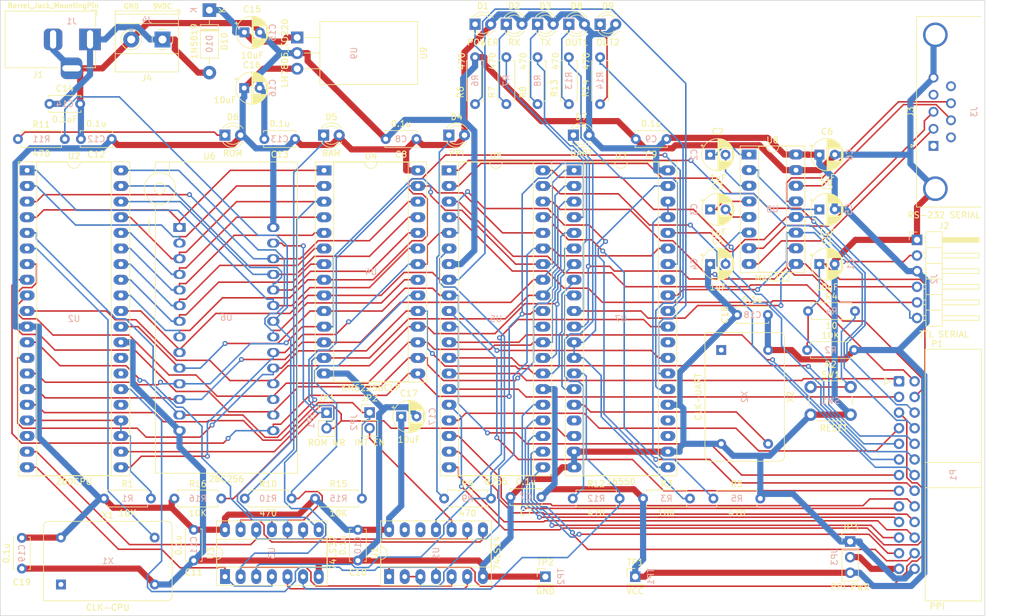
<source format=kicad_pcb>
(kicad_pcb (version 20211014) (generator pcbnew)
  (layers (0 "F.Cu" signal) (31 "B.Cu" signal) (34 "B.Paste" user) (35 "F.Paste" user) (36 "B.SilkS" user "B.Silkscreen") (37 "F.SilkS" user "F.Silkscreen") (38 "B.Mask" user) (39 "F.Mask" user) (44 "Edge.Cuts" user))
  (net 0 "")
  (net 1 "Net-(C1-Pad1)")
  (net 2 "GND")
  (net 3 "Net-(C2-Pad1)")
  (net 4 "Net-(C2-Pad2)")
  (net 5 "Net-(C3-Pad1)")
  (net 6 "Net-(C3-Pad2)")
  (net 7 "Net-(C4-Pad2)")
  (net 8 "Net-(C5-Pad1)")
  (net 9 "VCC")
  (net 10 "/9VDC")
  (net 11 "/VI")
  (net 12 "Net-(D1-Pad1)")
  (net 13 "Net-(D2-Pad1)")
  (net 14 "Net-(D3-Pad1)")
  (net 15 "Net-(D4-Pad1)")
  (net 16 "Net-(D5-Pad1)")
  (net 17 "Net-(D6-Pad1)")
  (net 18 "Net-(D7-Pad1)")
  (net 19 "Net-(D8-Pad1)")
  (net 20 "Net-(D9-Pad1)")
  (net 21 "/~{RTS-TTL}")
  (net 22 "/RX-TTL")
  (net 23 "/TX-TTL")
  (net 24 "/~{CTS-TTL}")
  (net 26 "/RX")
  (net 27 "/TX")
  (net 30 "/~{RTS}")
  (net 31 "/~{CTS}")
  (net 33 "/VCC_PP")
  (net 34 "/PC0")
  (net 35 "/PA0")
  (net 36 "/PC1")
  (net 37 "/PA1")
  (net 38 "/PC2")
  (net 39 "/PA2")
  (net 40 "/PC3")
  (net 41 "/PA3")
  (net 42 "/PC4")
  (net 43 "/PA4")
  (net 44 "/PC5")
  (net 45 "/PA5")
  (net 46 "/PC6")
  (net 47 "/PA6")
  (net 48 "/PC7")
  (net 49 "/PA7")
  (net 50 "/PB7")
  (net 51 "/PB0")
  (net 52 "/PB6")
  (net 53 "/PB1")
  (net 54 "/PB5")
  (net 55 "/PB2")
  (net 56 "/PB4")
  (net 57 "/PB3")
  (net 58 "Net-(R3-Pad2)")
  (net 59 "Net-(R4-Pad2)")
  (net 60 "Net-(R5-Pad1)")
  (net 61 "/~{CS-PPI}")
  (net 62 "/~{CS-RAM}")
  (net 63 "/~{CS-ROM}")
  (net 64 "/~{CS-UART}")
  (net 65 "/~{OUT1}")
  (net 66 "/~{OUT2}")
  (net 67 "/RESET")
  (net 68 "/~{RESET}")
  (net 69 "/A07")
  (net 70 "Net-(U1-Pad6)")
  (net 71 "Net-(U1-Pad8)")
  (net 72 "/A15")
  (net 75 "/A11")
  (net 76 "/A12")
  (net 77 "/A13")
  (net 78 "/A14")
  (net 79 "/CLK-CPU")
  (net 80 "/D04")
  (net 81 "/D03")
  (net 82 "/D05")
  (net 83 "/D06")
  (net 84 "/D02")
  (net 85 "/D07")
  (net 86 "/D00")
  (net 87 "/D01")
  (net 89 "/~{MREQ}")
  (net 90 "/~{IORQ}")
  (net 91 "/~{RD}")
  (net 92 "/~{WR}")
  (net 96 "/A00")
  (net 97 "/A01")
  (net 98 "/A02")
  (net 99 "/A03")
  (net 100 "/A04")
  (net 101 "/A05")
  (net 102 "/A06")
  (net 103 "/A08")
  (net 104 "/A09")
  (net 105 "/A10")
  (net 106 "Net-(U7-Pad15)")
  (net 107 "/CLK-UART")
  (net 112 "Net-(JP2-Pad1)")
  (net 116 "Net-(JP2-Pad2)")
  (net 117 "Net-(U1-Pad11)")
  (net 118 "Net-(JP1-Pad1)")
  (net 119 "Net-(R1-Pad2)")
  (footprint "Package_DIP:DIP-14_W7.62mm_Socket_LongPads" (layer "F.Cu") (at 96.515 153.66 90)
    (fp_text reference "U3")
    (fp_text value "74LS32")
  )
  (footprint "Connector_PinHeader_2.54mm:PinHeader_1x01_P2.54mm_Vertical" (layer "F.Cu") (at 163.195 153.67)
    (fp_text reference "TP1")
    (fp_text value "VCC")
  )
  (footprint "Capacitor_THT:CP_Radial_D5.0mm_P2.50mm" (layer "F.Cu") (at 175.3698 93.98)
    (fp_text reference "C3")
    (fp_text value "1uF")
  )
  (footprint "Connector_BarrelJack:BarrelJack_Horizontal" (layer "F.Cu") (at 74.58 66.3525)
    (fp_text reference "J1")
    (fp_text value "Barrel_Jack_MountingPin")
  )
  (footprint "LED_THT:LED_D3.0mm" (layer "F.Cu") (at 137.16 63.89)
    (fp_text reference "D1")
    (fp_text value "POWER")
  )
  (footprint "Connector_PinHeader_2.54mm:PinHeader_1x02_P2.54mm_Vertical" (layer "F.Cu") (at 120.015 126.995)
    (fp_text reference "JP2")
    (fp_text value "INT EN")
  )
  (footprint "Capacitor_THT:C_Disc_D5.0mm_W2.5mm_P5.00mm" (layer "F.Cu") (at 91.44 146.05 -90)
    (fp_text reference "C11")
    (fp_text value "0.1u")
  )
  (footprint "Package_DIP:DIP-14_W7.62mm_Socket_LongPads" (layer "F.Cu") (at 123.19 153.66 90)
    (fp_text reference "U1")
    (fp_text value "74LS14")
  )
  (footprint "Capacitor_THT:C_Disc_D5.0mm_W2.5mm_P5.00mm" (layer "F.Cu") (at 184.745 111.125 180)
    (fp_text reference "C18")
    (fp_text value "0.1u")
  )
  (footprint "Capacitor_THT:C_Disc_D5.0mm_W2.5mm_P5.00mm" (layer "F.Cu") (at 168.275 82.55 180)
    (fp_text reference "C9")
    (fp_text value "0.1u")
  )
  (footprint "Resistor_THT:R_Axial_DIN0207_L6.3mm_D2.5mm_P7.62mm_Horizontal" (layer "F.Cu") (at 147.32 76.87 90)
    (fp_text reference "R8")
    (fp_text value "470")
  )
  (footprint "Capacitor_THT:CP_Radial_D5.0mm_P2.50mm" (layer "F.Cu") (at 193.1049 102.87)
    (fp_text reference "C1")
    (fp_text value "10uF")
  )
  (footprint "Resistor_THT:R_Axial_DIN0207_L6.3mm_D2.5mm_P7.62mm_Horizontal" (layer "F.Cu") (at 111.15 140.97)
    (fp_text reference "R15")
    (fp_text value "10K")
  )
  (footprint "Package_DIP:DIP-40_W15.24mm_Socket_LongPads" (layer "F.Cu") (at 64.36 87.635)
    (fp_text reference "U2")
    (fp_text value "Z80CPU")
  )
  (footprint "Capacitor_THT:C_Disc_D5.0mm_W2.5mm_P5.00mm" (layer "F.Cu") (at 63.5 147.36 -90)
    (fp_text reference "C19")
    (fp_text value "0.1u")
  )
  (footprint "LED_THT:LED_D3.0mm" (layer "F.Cu") (at 152.4 63.89)
    (fp_text reference "D8")
    (fp_text value "OUT1")
  )
  (footprint "Capacitor_THT:CP_Radial_D5.0mm_P2.50mm" (layer "F.Cu") (at 193.1139 85.09)
    (fp_text reference "C6")
    (fp_text value "1uF")
  )
  (footprint "Package_DIP:DIP-16_W7.62mm_Socket_LongPads" (layer "F.Cu") (at 181.695 85.06)
    (fp_text reference "U8")
    (fp_text value "MAX232")
  )
  (footprint "Resistor_THT:R_Axial_DIN0207_L6.3mm_D2.5mm_P7.62mm_Horizontal" (layer "F.Cu") (at 76.86 140.97)
    (fp_text reference "R1")
    (fp_text value "10K")
  )
  (footprint "Resistor_THT:R_Axial_DIN0207_L6.3mm_D2.5mm_P7.62mm_Horizontal" (layer "F.Cu") (at 198.755 116.84 180)
    (fp_text reference "R2")
    (fp_text value "10K")
  )
  (footprint "Capacitor_THT:C_Disc_D5.0mm_W2.5mm_P5.00mm" (layer "F.Cu") (at 127.635 82.55 180)
    (fp_text reference "C8")
    (fp_text value "0.1u")
  )
  (footprint "Resistor_THT:R_Axial_DIN0207_L6.3mm_D2.5mm_P7.62mm_Horizontal" (layer "F.Cu") (at 142.24 76.87 90)
    (fp_text reference "R7")
    (fp_text value "470")
  )
  (footprint "Package_DIP:DIP-40_W15.24mm_Socket_LongPads" (layer "F.Cu") (at 153.26 87.635)
    (fp_text reference "U7")
    (fp_text value "16550")
  )
  (footprint "Resistor_THT:R_Axial_DIN0207_L6.3mm_D2.5mm_P7.62mm_Horizontal" (layer "F.Cu") (at 164.465 140.97)
    (fp_text reference "R3")
    (fp_text value "10K")
  )
  (footprint "Capacitor_THT:CP_Radial_D5.0mm_P2.50mm" (layer "F.Cu") (at 193.1049 93.98)
    (fp_text reference "C5")
    (fp_text value "1uF")
  )
  (footprint "Resistor_THT:R_Axial_DIN0207_L6.3mm_D2.5mm_P7.62mm_Horizontal" (layer "F.Cu") (at 132.13 140.97)
    (fp_text reference "R9")
    (fp_text value "470")
  )
  (footprint "Connector_PinHeader_2.54mm:PinHeader_1x03_P2.54mm_Vertical" (layer "F.Cu") (at 198.12 147.955)
    (fp_text reference "JP3")
    (fp_text value "PPI PWR")
  )
  (footprint "Connector_IDC:IDC-Header_2x13_P2.54mm_Horizontal" (layer "F.Cu") (at 206.055 121.92)
    (fp_text reference "P1")
    (fp_text value "PPI")
  )
  (footprint "Capacitor_THT:C_Disc_D5.0mm_W2.5mm_P5.00mm" (layer "F.Cu") (at 78.105 82.55 180)
    (fp_text reference "C12")
    (fp_text value "0.1u")
  )
  (footprint "Button_Switch_THT:SW_PUSH_6mm" (layer "F.Cu") (at 191.695 122.845)
    (fp_text reference "SW1")
    (fp_text value "RESET")
  )
  (footprint "Capacitor_THT:C_Disc_D5.0mm_W2.5mm_P5.00mm" (layer "F.Cu") (at 107.91 82.55 180)
    (fp_text reference "C13")
    (fp_text value "0.1u")
  )
  (footprint "LED_THT:LED_D3.0mm" (layer "F.Cu") (at 147.32 63.89)
    (fp_text reference "D3")
    (fp_text value "TX")
  )
  (footprint "Capacitor_THT:CP_Radial_D5.0mm_P2.50mm" (layer "F.Cu") (at 99.642 74.2625)
    (fp_text reference "C16")
    (fp_text value "10uF")
  )
  (footprint "LED_THT:LED_D3.0mm" (layer "F.Cu") (at 153.15 81.915)
    (fp_text reference "D7")
    (fp_text value "UART")
  )
  (footprint "Resistor_THT:R_Axial_DIN0207_L6.3mm_D2.5mm_P7.62mm_Horizontal" (layer "F.Cu") (at 157.48 76.87 90)
    (fp_text reference "R14")
    (fp_text value "470")
  )
  (footprint "LED_THT:LED_D3.0mm" (layer "F.Cu") (at 142.24 63.89)
    (fp_text reference "D2")
    (fp_text value "RX")
  )
  (footprint "Resistor_THT:R_Axial_DIN0207_L6.3mm_D2.5mm_P7.62mm_Horizontal" (layer "F.Cu") (at 152.4 76.87 90)
    (fp_text reference "R13")
    (fp_text value "470")
  )
  (footprint "Resistor_THT:R_Axial_DIN0207_L6.3mm_D2.5mm_P7.62mm_Horizontal" (layer "F.Cu") (at 99.72 140.97)
    (fp_text reference "R10")
    (fp_text value "470")
  )
  (footprint "Capacitor_THT:C_Disc_D5.0mm_W2.5mm_P5.00mm" (layer "F.Cu") (at 67.985 76.835)
    (fp_text reference "C14")
    (fp_text value "0.1uF")
  )
  (footprint "Oscillator:Oscillator_DIP-14" (layer "F.Cu") (at 69.85 154.94)
    (fp_text reference "X1")
    (fp_text value "CLK-CPU")
  )
  (footprint "LED_THT:LED_D3.0mm" (layer "F.Cu") (at 132.9 81.915)
    (fp_text reference "D4")
    (fp_text value "PPI")
  )
  (footprint "Connector_PinHeader_2.54mm:PinHeader_1x06_P2.54mm_Horizontal" (layer "F.Cu") (at 208.985 98.935)
    (fp_text reference "J2")
    (fp_text value "TTL SERIAL")
  )
  (footprint "Resistor_THT:R_Axial_DIN0207_L6.3mm_D2.5mm_P7.62mm_Horizontal" (layer "F.Cu") (at 191.285 110.51)
    (fp_text reference "R4")
    (fp_text value "10")
  )
  (footprint "Resistor_THT:R_Axial_DIN0207_L6.3mm_D2.5mm_P7.62mm_Horizontal" (layer "F.Cu") (at 137.16 76.87 90)
    (fp_text reference "R6")
    (fp_text value "470")
  )
  (footprint "LED_THT:LED_D3.0mm" (layer "F.Cu") (at 96.51 81.915)
    (fp_text reference "D6")
    (fp_text value "ROM")
  )
  (footprint "Resistor_THT:R_Axial_DIN0207_L6.3mm_D2.5mm_P7.62mm_Horizontal" (layer "F.Cu") (at 88.29 140.97)
    (fp_text reference "R16")
    (fp_text value "10K")
  )
  (footprint "Resistor_THT:R_Axial_DIN0207_L6.3mm_D2.5mm_P7.62mm_Horizontal" (layer "F.Cu") (at 62.865 82.55)
    (fp_text reference "R11")
    (fp_text value "470")
  )
  (footprint "Capacitor_THT:CP_Radial_D5.0mm_P2.50mm" (layer "F.Cu") (at 125.1599 127.635)
    (fp_text reference "C17")
    (fp_text value "10uF")
  )
  (footprint "Connector_Dsub:DSUB-9_Male_Horizontal_P2.77x2.84mm_EdgePinOffset4.94mm_Housed_MountingHolesOffset7.48mm" (layer "F.Cu") (at 211.6647 83.655 90)
    (fp_text reference "J3")
    (fp_text value "RS-232 SERIAL")
  )
  (footprint "Package_DIP:DIP-28_W15.24mm_Socket_LongPads" (layer "F.Cu") (at 112.62 87.64)
    (fp_text reference "U4")
    (fp_text value "KM62256CLP")
  )
  (footprint "Resistor_THT:R_Axial_DIN0207_L6.3mm_D2.5mm_P7.62mm_Horizontal" (layer "F.Cu") (at 153.035 140.97)
    (fp_text reference "R12")
    (fp_text value "470")
  )
  (footprint "Capacitor_THT:C_Disc_D5.0mm_W2.5mm_P5.00mm" (layer "F.Cu") (at 147.925 140.725 180)
    (fp_text reference "C7")
    (fp_text value "0.1u")
  )
  (footprint "Oscillator:Oscillator_DIP-14" (layer "F.Cu") (at 177.165 116.84 -90)
    (fp_text reference "X2")
    (fp_text value "CLK-UART")
  )
  (footprint "Capacitor_THT:C_Disc_D5.0mm_W2.5mm_P5.00mm" (layer "F.Cu") (at 118.11 146.05 -90)
    (fp_text reference "C10")
    (fp_text value "0.1u")
  )
  (footprint "Diode_THT:D_DO-41_SOD81_P10.16mm_Horizontal" (layer "F.Cu") (at 93.98 61.595 -90)
    (fp_text reference "D10")
    (fp_text value "1N5819")
  )
  (footprint "TerminalBlock_Phoenix:TerminalBlock_Phoenix_MKDS-1,5-2-5.08_1x02_P5.08mm_Horizontal" (layer "F.Cu") (at 86.36 66.37 180)
    (fp_text reference "J4")
    (fp_text value "9VDC")
  )
  (footprint "Package_DIP:DIP-40_W15.24mm_Socket_LongPads" (layer "F.Cu") (at 132.94 87.635)
    (fp_text reference "U5")
    (fp_text value "8255")
  )
  (footprint "Capacitor_THT:CP_Radial_D5.0mm_P2.50mm" (layer "F.Cu") (at 175.3698 102.87)
    (fp_text reference "C4")
    (fp_text value "1uF")
  )
  (footprint "LED_THT:LED_D3.0mm" (layer "F.Cu") (at 157.48 63.89)
    (fp_text reference "D9")
    (fp_text value "OUT2")
  )
  (footprint "Connector_PinHeader_2.54mm:PinHeader_1x02_P2.54mm_Vertical" (layer "F.Cu") (at 113.03 127.015)
    (fp_text reference "JP1")
    (fp_text value "ROM WR")
  )
  (footprint "Connector_PinHeader_2.54mm:PinHeader_1x01_P2.54mm_Vertical" (layer "F.Cu") (at 148.59 153.67)
    (fp_text reference "TP2")
    (fp_text value "GND")
  )
  (footprint "LED_THT:LED_D3.0mm" (layer "F.Cu") (at 112.54 81.915)
    (fp_text reference "D5")
    (fp_text value "RAM")
  )
  (footprint "Socket:DIP_Socket-28_W11.9_W12.7_W15.24_W17.78_W18.5_3M_228-1277-00-0602J" (layer "F.Cu") (at 89.125 96.92)
    (fp_text reference "U6")
    (fp_text value "28C256")
  )
  (footprint "Resistor_THT:R_Axial_DIN0207_L6.3mm_D2.5mm_P7.62mm_Horizontal" (layer "F.Cu") (at 175.895 140.97)
    (fp_text reference "R5")
    (fp_text value "470")
  )
  (footprint "Capacitor_THT:CP_Radial_D5.0mm_P2.50mm" (layer "F.Cu") (at 175.3698 85.09)
    (fp_text reference "C2")
    (fp_text value "1uF")
  )
  (footprint "Package_TO_SOT_THT:TO-220-3_Horizontal_TabDown" (layer "F.Cu") (at 108.245 66.04 -90)
    (fp_text reference "U9")
    (fp_text value "LM7805_TO220")
  )
  (footprint "Capacitor_THT:CP_Radial_D5.0mm_P2.50mm" (layer "F.Cu") (at 99.6764 65.2025)
    (fp_text reference "C15")
    (fp_text value "10uF")
  )
  (gr_line (start 60 160) (end 220 160) (layer "Edge.Cuts") (width 0.1))
  (gr_line (start 220 160) (end 220 60) (layer "Edge.Cuts") (width 0.1))
  (gr_line (start 220 60) (end 60 60) (layer "Edge.Cuts") (width 0.1))
  (gr_line (start 60 60) (end 60 160) (layer "Edge.Cuts") (width 0.1))
  (gr_text "GND" (at 81.28 60.96) (layer "F.SilkS") (effects (font (size 0.8 0.8))))
  (segment (start 137.9982 155.2254) (end 204.9698 155.2254) (width 0.25) (layer "F.Cu") (net 1))
  (segment (start 136.3677 152.1347) (end 137.16 152.927) (width 0.25) (layer "F.Cu") (net 1))
  (segment (start 193.1049 102.87) (end 194.2302 102.87) (width 0.25) (layer "F.Cu") (net 1))
  (segment (start 208.9874 151.13) (end 210.2704 149.847) (width 0.25) (layer "F.Cu") (net 1))
  (segment (start 123.19 152.1347) (end 136.3677 152.1347) (width 0.25) (layer "F.Cu") (net 1))
  (segment (start 137.16 152.927) (end 137.16 154.3872) (width 0.25) (layer "F.Cu") (net 1))
  (segment (start 194.2302 103.1513) (end 194.2302 102.87) (width 0.25) (layer "F.Cu") (net 1))
  (segment (start 207.325 152.8702) (end 207.325 151.9906) (width 0.25) (layer "F.Cu") (net 1))
  (segment (start 191.285 110.51) (end 191.285 115.5647) (width 0.25) (layer "F.Cu") (net 1))
  (segment (start 196.4298 105.3509) (end 194.2302 103.1513) (width 0.25) (layer "F.Cu") (net 1))
  (segment (start 208.1856 151.13) (end 208.9874 151.13) (width 0.25) (layer "F.Cu") (net 1))
  (segment (start 209.4751 105.3509) (end 196.4298 105.3509) (width 0.25) (layer "F.Cu") (net 1))
  (segment (start 204.9698 155.2254) (end 207.325 152.8702) (width 0.25) (layer "F.Cu") (net 1))
  (segment (start 210.2704 106.1462) (end 209.4751 105.3509) (width 0.25) (layer "F.Cu") (net 1))
  (segment (start 191.285 115.5647) (end 191.135 115.7147) (width 0.25) (layer "F.Cu") (net 1))
  (segment (start 210.2704 149.847) (end 210.2704 106.1462) (width 0.25) (layer "F.Cu") (net 1))
  (segment (start 191.135 116.84) (end 191.135 115.7147) (width 0.25) (layer "F.Cu") (net 1))
  (segment (start 137.16 154.3872) (end 137.9982 155.2254) (width 0.25) (layer "F.Cu") (net 1))
  (segment (start 207.325 151.9906) (end 208.1856 151.13) (width 0.25) (layer "F.Cu") (net 1))
  (segment (start 123.19 153.66) (end 123.19 152.1347) (width 0.25) (layer "F.Cu") (net 1))
  (segment (start 191.285 110.51) (end 193.1049 108.6901) (width 0.25) (layer "B.Cu") (net 1))
  (segment (start 193.1049 108.6901) (end 193.1049 102.87) (width 0.25) (layer "B.Cu") (net 1))
  (segment (start 138.6603 70.3752) (end 147.9205 79.6354) (width 1) (layer "F.Cu") (net 2))
  (segment (start 91.44 151.05) (end 111.755 151.05) (width 1) (layer "F.Cu") (net 2))
  (segment (start 76.5975 71.0525) (end 72.985 71.0525) (width 1) (layer "F.Cu") (net 2))
  (segment (start 160.3604 79.6354) (end 163.275 82.55) (width 1) (layer "F.Cu") (net 2))
  (segment (start 147.0297 153.66) (end 147.0397 153.67) (width 1) (layer "F.Cu") (net 2))
  (segment (start 193.1983 87.6) (end 189.315 87.6) (width 1) (layer "F.Cu") (net 2))
  (segment (start 83.9479 63.7021) (end 81.28 66.37) (width 1) (layer "F.Cu") (net 2))
  (segment (start 195.6049 102.3118) (end 195.6049 102.87) (width 1) (layer "F.Cu") (net 2))
  (segment (start 138.43 153.66) (end 147.0297 153.66) (width 1) (layer "F.Cu") (net 2))
  (segment (start 208.985 98.935) (end 208.985 93.5947) (width 1) (layer "F.Cu") (net 2))
  (segment (start 149.4594 137.7953) (end 145.8547 137.7953) (width 1) (layer "F.Cu") (net 2))
  (segment (start 189.315 87.6) (end 187.4147 87.6) (width 1) (layer "F.Cu") (net 2))
  (segment (start 82.51 152.36) (end 63.5 152.36) (width 1) (layer "F.Cu") (net 2))
  (segment (start 111.755 153.66) (end 111.755 151.7597) (width 1) (layer "F.Cu") (net 2))
  (segment (start 164.7781 84.0531) (end 163.275 82.55) (width 1) (layer "F.Cu") (net 2))
  (segment (start 138.6603 69.25) (end 138.6603 70.3752) (width 1) (layer "F.Cu") (net 2))
  (segment (start 102.1764 65.2025) (end 102.1764 65.1086) (width 1) (layer "F.Cu") (net 2))
  (segment (start 102.1764 65.1086) (end 100.7699 63.7021) (width 1) (layer "F.Cu") (net 2))
  (segment (start 195.6139 85.1844) (end 193.1983 87.6) (width 1) (layer "F.Cu") (net 2))
  (segment (start 118.11 151.05) (end 137.7203 151.05) (width 1) (layer "F.Cu") (net 2))
  (segment (start 111.755 151.05) (end 111.755 151.7597) (width 1) (layer "F.Cu") (net 2))
  (segment (start 169.2345 84.0531) (end 164.7781 84.0531) (width 1) (layer "F.Cu") (net 2))
  (segment (start 153.26 135.895) (end 151.3597 135.895) (width 1) (layer "F.Cu") (net 2))
  (segment (start 85.09 154.94) (end 82.51 152.36) (width 1) (layer "F.Cu") (net 2))
  (segment (start 153.26 133.355) (end 168.5 133.355) (width 1) (layer "F.Cu") (net 2))
  (segment (start 137.7203 151.05) (end 138.43 151.7597) (width 1) (layer "F.Cu") (net 2))
  (segment (start 72.985 71.0525) (end 71.58 71.0525) (width 1) (layer "F.Cu") (net 2))
  (segment (start 195.6139 85.09) (end 195.6139 85.1844) (width 1) (layer "F.Cu") (net 2))
  (segment (start 100.7699 63.7021) (end 83.9479 63.7021) (width 1) (layer "F.Cu") (net 2))
  (segment (start 109.9453 69.8603) (end 122.635 82.55) (width 1) (layer "F.Cu") (net 2))
  (segment (start 108.245 68.58) (end 109.9453 68.58) (width 1) (layer "F.Cu") (net 2))
  (segment (start 169.728 83.5596) (end 169.2345 84.0531) (width 1) (layer "F.Cu") (net 2))
  (segment (start 111.755 151.05) (end 118.11 151.05) (width 1) (layer "F.Cu") (net 2))
  (segment (start 198.9817 98.935) (end 195.6049 102.3118) (width 1) (layer "F.Cu") (net 2))
  (segment (start 137.16 69.25) (end 138.6603 69.25) (width 1) (layer "F.Cu") (net 2))
  (segment (start 151.3597 135.895) (end 149.4594 137.7953) (width 1) (layer "F.Cu") (net 2))
  (segment (start 183.3743 83.5596) (end 169.728 83.5596) (width 1) (layer "F.Cu") (net 2))
  (segment (start 138.43 153.66) (end 138.43 151.7597) (width 1) (layer "F.Cu") (net 2))
  (segment (start 148.59 153.67) (end 147.0397 153.67) (width 1) (layer "F.Cu") (net 2))
  (segment (start 147.9205 79.6354) (end 160.3604 79.6354) (width 1) (layer "F.Cu") (net 2))
  (segment (start 187.4147 87.6) (end 183.3743 83.5596) (width 1) (layer "F.Cu") (net 2))
  (segment (start 198.195 127.345) (end 191.695 127.345) (width 1) (layer "F.Cu") (net 2))
  (segment (start 72.985 76.835) (end 72.985 71.0525) (width 1) (layer "F.Cu") (net 2))
  (segment (start 208.985 93.5947) (end 211.9647 90.615) (width 1) (layer "F.Cu") (net 2))
  (segment (start 145.8547 137.7953) (end 142.925 140.725) (width 1) (layer "F.Cu") (net 2))
  (segment (start 81.28 66.37) (end 76.5975 71.0525) (width 1) (layer "F.Cu") (net 2))
  (segment (start 208.985 98.935) (end 198.9817 98.935) (width 1) (layer "F.Cu") (net 2))
  (segment (start 109.9453 68.58) (end 109.9453 69.8603) (width 1) (layer "F.Cu") (net 2))
  (segment (start 211.6647 72.575) (end 211.6647 65.915) (width 1) (layer "B.Cu") (net 2))
  (segment (start 170.4003 133.355) (end 170.4003 132.697) (width 1) (layer "B.Cu") (net 2))
  (segment (start 183.515 140.97) (end 183.515 140.2198) (width 1) (layer "B.Cu") (net 2))
  (segment (start 137.16 70.7503) (end 135.2253 72.685) (width 1) (layer "B.Cu") (net 2))
  (segment (start 170.4003 132.697) (end 171.0173 132.08) (width 1) (layer "B.Cu") (net 2))
  (segment (start 207.0289 153.9661) (end 208.595 152.4) (width 1) (layer "B.Cu") (net 2))
  (segment (start 199.6703 148.2457) (end 205.3907 153.9661) (width 1) (layer "B.Cu") (net 2))
  (segment (start 137.0478 81.2584) (end 137.0478 100.6675) (width 1) (layer "B.Cu") (net 2))
  (segment (start 135.2253 72.685) (end 135.2253 79.4359) (width 1) (layer "B.Cu") (net 2))
  (segment (start 198.12 147.955) (end 199.6703 147.955) (width 1) (layer "B.Cu") (net 2))
  (segment (start 122.2899 126.5142) (end 122.6695 126.1346) (width 1) (layer "B.Cu") (net 2))
  (segment (start 105.5539 68.58) (end 108.245 68.58) (width 1) (layer "B.Cu") (net 2))
  (segment (start 191.695 127.345) (end 185.0153 134.0247) (width 1) (layer "B.Cu") (net 2))
  (segment (start 135.2253 79.4359) (end 125.7491 79.4359) (width 1) (layer "B.Cu") (net 2))
  (segment (start 195.6139 85.09) (end 207.9102 85.09) (width 1) (layer "B.Cu") (net 2))
  (segment (start 81.5003 115.575) (end 81.5003 122.3153) (width 1) (layer "B.Cu") (net 2))
  (segment (start 195.6049 124.7549) (end 198.195 127.345) (width 1) (layer "B.Cu") (net 2))
  (segment (start 137.0478 100.6675) (end 134.8403 102.875) (width 1) (layer "B.Cu") (net 2))
  (segment (start 73.105 76.955) (end 73.105 82.55) (width 1) (layer "B.Cu") (net 2))
  (segment (start 122.6695 126.1346) (end 126.2847 126.1346) (width 1) (layer "B.Cu") (net 2))
  (segment (start 121.5654 147.5946) (end 118.11 151.05) (width 1) (layer "B.Cu") (net 2))
  (segment (start 87.55 154.94) (end 91.44 151.05) (width 1) (layer "B.Cu") (net 2))
  (segment (start 72.985 76.835) (end 73.105 76.955) (width 1) (layer "B.Cu") (net 2))
  (segment (start 89.125 129.94) (end 89.125 132.6215) (width 1) (layer "B.Cu") (net 2))
  (segment (start 168.5 133.355) (end 170.4003 133.355) (width 1) (layer "B.Cu") (net 2))
  (segment (start 71.58 71.0525) (end 68.58 68.0525) (width 1) (layer "B.Cu") (net 2))
  (segment (start 205.3907 153.9661) (end 207.0289 153.9661) (width 1) (layer "B.Cu") (net 2))
  (segment (start 177.165 132.08) (end 171.0173 132.08) (width 1) (layer "B.Cu") (net 2))
  (segment (start 207.9102 76.3295) (end 211.6647 72.575) (width 1) (layer "B.Cu") (net 2))
  (segment (start 135.2253 79.4359) (end 137.0478 81.2584) (width 1) (layer "B.Cu") (net 2))
  (segment (start 132.94 102.875) (end 134.8403 102.875) (width 1) (layer "B.Cu") (net 2))
  (segment (start 207.9102 85.09) (end 207.9102 86.5605) (width 1) (layer "B.Cu") (net 2))
  (segment (start 102.91 75.0305) (end 102.91 82.55) (width 1) (layer "B.Cu") (net 2))
  (segment (start 116.4357 120.66) (end 122.2899 126.5142) (width 1) (layer "B.Cu") (net 2))
  (segment (start 175.0197 106.3997) (end 179.745 111.125) (width 1) (layer "B.Cu") (net 2))
  (segment (start 121.5654 127.2387) (end 121.5654 147.5946) (width 1) (layer "B.Cu") (net 2))
  (segment (start 112.62 120.66) (end 116.4357 120.66) (width 1) (layer "B.Cu") (net 2))
  (segment (start 92.9416 149.5484) (end 91.44 151.05) (width 1) (layer "B.Cu") (net 2))
  (segment (start 185.0153 134.0247) (end 183.515 134.0247) (width 1) (layer "B.Cu") (net 2))
  (segment (start 127.6599 127.5098) (end 127.6599 127.635) (width 1) (layer "B.Cu") (net 2))
  (segment (start 207.9102 85.09) (end 207.9102 76.3295) (width 1) (layer "B.Cu") (net 2))
  (segment (start 138.43 151.7597) (end 142.925 147.2647) (width 1) (layer "B.Cu") (net 2))
  (segment (start 188.8345 140.2198) (end 196.5697 147.955) (width 1) (layer "B.Cu") (net 2))
  (segment (start 102.142 74.2625) (end 102.91 75.0305) (width 1) (layer "B.Cu") (net 2))
  (segment (start 199.6703 147.955) (end 199.6703 148.2457) (width 1) (layer "B.Cu") (net 2))
  (segment (start 195.6049 102.87) (end 195.6049 124.7549) (width 1) (layer "B.Cu") (net 2))
  (segment (start 102.142 71.9919) (end 102.142 74.2625) (width 1) (layer "B.Cu") (net 2))
  (segment (start 81.5003 122.3153) (end 89.125 129.94) (width 1) (layer "B.Cu") (net 2))
  (segment (start 175.0197 103.2201) (end 175.0197 106.3997) (width 1) (layer "B.Cu") (net 2))
  (segment (start 79.6 115.575) (end 81.5003 115.575) (width 1) (layer "B.Cu") (net 2))
  (segment (start 183.515 134.0247) (end 183.515 139.4697) (width 1) (layer "B.Cu") (net 2))
  (segment (start 175.3698 102.87) (end 175.0197 103.2201) (width 1) (layer "B.Cu") (net 2))
  (segment (start 92.9416 136.4381) (end 92.9416 149.5484) (width 1) (layer "B.Cu") (net 2))
  (segment (start 137.16 69.25) (end 137.16 70.7503) (width 1) (layer "B.Cu") (net 2))
  (segment (start 183.515 140.2198) (end 183.515 139.4697) (width 1) (layer "B.Cu") (net 2))
  (segment (start 102.1764 65.2025) (end 105.5539 68.58) (width 1) (layer "B.Cu") (net 2))
  (segment (start 126.2847 126.1346) (end 127.6599 127.5098) (width 1) (layer "B.Cu") (net 2))
  (segment (start 170.4003 120.4697) (end 170.4003 125.735) (width 1) (layer "B.Cu") (net 2))
  (segment (start 179.745 111.125) (end 170.4003 120.4697) (width 1) (layer "B.Cu") (net 2))
  (segment (start 153.26 135.895) (end 153.26 133.355) (width 1) (layer "B.Cu") (net 2))
  (segment (start 138.43 153.66) (end 138.43 151.7597) (width 1) (layer "B.Cu") (net 2))
  (segment (start 89.125 132.6215) (end 92.9416 136.4381) (width 1) (layer "B.Cu") (net 2))
  (segment (start 183.515 140.2198) (end 188.8345 140.2198) (width 1) (layer "B.Cu") (net 2))
  (segment (start 179.1097 134.0247) (end 177.165 132.08) (width 1) (layer "B.Cu") (net 2))
  (segment (start 122.2899 126.5142) (end 121.5654 127.2387) (width 1) (layer "B.Cu") (net 2))
  (segment (start 171.0173 132.08) (end 171.0173 126.352) (width 1) (layer "B.Cu") (net 2))
  (segment (start 68.58 68.0525) (end 68.58 66.3525) (width 1) (layer "B.Cu") (net 2))
  (segment (start 207.9102 86.5605) (end 211.9647 90.615) (width 1) (layer "B.Cu") (net 2))
  (segment (start 85.09 154.94) (end 87.55 154.94) (width 1) (layer "B.Cu") (net 2))
  (segment (start 168.5 125.735) (end 170.4003 125.735) (width 1) (layer "B.Cu") (net 2))
  (segment (start 171.0173 126.352) (end 170.4003 125.735) (width 1) (layer "B.Cu") (net 2))
  (segment (start 198.12 147.955) (end 196.5697 147.955) (width 1) (layer "B.Cu") (net 2))
  (segment (start 125.7491 79.4359) (end 122.635 82.55) (width 1) (layer "B.Cu") (net 2))
  (segment (start 105.5539 68.58) (end 102.142 71.9919) (width 1) (layer "B.Cu") (net 2))
  (segment (start 183.515 134.0247) (end 179.1097 134.0247) (width 1) (layer "B.Cu") (net 2))
  (segment (start 211.6647 65.915) (end 211.9647 65.615) (width 1) (layer "B.Cu") (net 2))
  (segment (start 142.925 147.2647) (end 142.925 140.725) (width 1) (layer "B.Cu") (net 2))
  (segment (start 177.3691 83.9347) (end 179.0444 83.9347) (width 0.25) (layer "B.Cu") (net 3))
  (segment (start 181.695 85.06) (end 180.1697 85.06) (width 0.25) (layer "B.Cu") (net 3))
  (segment (start 175.3698 85.09) (end 176.4951 85.09) (width 0.25) (layer "B.Cu") (net 3))
  (segment (start 176.4951 85.09) (end 176.4951 84.8087) (width 0.25) (layer "B.Cu") (net 3))
  (segment (start 176.4951 84.8087) (end 177.3691 83.9347) (width 0.25) (layer "B.Cu") (net 3))
  (segment (start 179.0444 83.9347) (end 180.1697 85.06) (width 0.25) (layer "B.Cu") (net 3))
  (segment (start 177.8698 87.8401) (end 180.1697 90.14) (width 0.25) (layer "B.Cu") (net 4))
  (segment (start 177.8698 85.09) (end 177.8698 87.8401) (width 0.25) (layer "B.Cu") (net 4))
  (segment (start 181.695 90.14) (end 180.1697 90.14) (width 0.25) (layer "B.Cu") (net 4))
  (segment (start 176.4951 93.6987) (end 177.5138 92.68) (width 0.25) (layer "F.Cu") (net 5))
  (segment (start 175.3698 93.98) (end 176.4951 93.98) (width 0.25) (layer "F.Cu") (net 5))
  (segment (start 177.5138 92.68) (end 181.695 92.68) (width 0.25) (layer "F.Cu") (net 5))
  (segment (start 176.4951 93.98) (end 176.4951 93.6987) (width 0.25) (layer "F.Cu") (net 5))
  (segment (start 179.1098 95.22) (end 177.8698 93.98) (width 0.25) (layer "F.Cu") (net 6))
  (segment (start 181.695 95.22) (end 179.1098 95.22) (width 0.25) (layer "F.Cu") (net 6))
  (segment (start 180.1019 97.76) (end 177.8698 99.9921) (width 0.25) (layer "B.Cu") (net 7))
  (segment (start 181.695 97.76) (end 180.1019 97.76) (width 0.25) (layer "B.Cu") (net 7))
  (segment (start 177.8698 99.9921) (end 177.8698 102.87) (width 0.25) (layer "B.Cu") (net 7))
  (segment (start 181.695 87.6) (end 183.2203 87.6) (width 0.25) (layer "B.Cu") (net 8))
  (segment (start 188.5517 93.98) (end 183.2203 88.6486) (width 0.25) (layer "B.Cu") (net 8))
  (segment (start 193.1049 93.98) (end 188.5517 93.98) (width 0.25) (layer "B.Cu") (net 8))
  (segment (start 183.2203 88.6486) (end 183.2203 87.6) (width 0.25) (layer "B.Cu") (net 8))
  (segment (start 108.5304 143.5896) (end 111.15 140.97) (width 1) (layer "F.Cu") (net 9))
  (segment (start 63.54 147.32) (end 63.5 147.36) (width 1) (layer "F.Cu") (net 9))
  (segment (start 187.4147 85.06) (end 184.7122 82.3575) (width 1) (layer "F.Cu") (net 9))
  (segment (start 87.8604 141.3996) (end 88.29 140.97) (width 1) (layer "F.Cu") (net 9))
  (segment (start 113.81 83.5154) (end 115.08 82.2454) (width 1) (layer "F.Cu") (net 9))
  (segment (start 191.2453 85.09) (end 191.2153 85.06) (width 1) (layer "F.Cu") (net 9))
  (segment (start 197.2448 118.3502) (end 190.1347 118.3502) (width 1) (layer "F.Cu") (net 9))
  (segment (start 189.315 85.06) (end 187.4147 85.06) (width 1) (layer "F.Cu") (net 9))
  (segment (start 198.755 116.84) (end 197.2448 118.3502) (width 1) (layer "F.Cu") (net 9))
  (segment (start 99.05 82.1705) (end 97.7051 83.5154) (width 1) (layer "F.Cu") (net 9))
  (segment (start 96.515 144.1397) (end 97.0651 143.5896) (width 1) (layer "F.Cu") (net 9))
  (segment (start 87.8604 142.4704) (end 91.44 146.05) (width 1) (layer "F.Cu") (net 9))
  (segment (start 117.0599 84.2253) (end 125.9597 84.2253) (width 1) (layer "F.Cu") (net 9))
  (segment (start 115.08 82.2454) (end 115.08 81.915) (width 1) (layer "F.Cu") (net 9))
  (segment (start 128.6004 83.5154) (end 134.17 83.5154) (width 1) (layer "F.Cu") (net 9))
  (segment (start 97.0651 143.5896) (end 108.5304 143.5896) (width 1) (layer "F.Cu") (net 9))
  (segment (start 108.8754 83.5154) (end 113.81 83.5154) (width 1) (layer "F.Cu") (net 9))
  (segment (start 108.245 71.12) (end 102.7845 71.12) (width 1) (layer "F.Cu") (net 9))
  (segment (start 184.7122 82.3575) (end 168.4675 82.3575) (width 1) (layer "F.Cu") (net 9))
  (segment (start 149.1888 139.4612) (end 162.9562 139.4612) (width 1) (layer "F.Cu") (net 9))
  (segment (start 69.85 147.32) (end 63.54 147.32) (width 1) (layer "F.Cu") (net 9))
  (segment (start 162.9562 139.4612) (end 164.465 140.97) (width 1) (layer "F.Cu") (net 9))
  (segment (start 127.86 87.64) (end 125.9597 87.64) (width 1) (layer "F.Cu") (net 9))
  (segment (start 97.7051 83.5154) (end 79.0704 83.5154) (width 1) (layer "F.Cu") (net 9))
  (segment (start 96.515 146.04) (end 96.515 144.1397) (width 1) (layer "F.Cu") (net 9))
  (segment (start 163.195 153.67) (end 164.7453 153.67) (width 1) (layer "F.Cu") (net 9))
  (segment (start 91.45 146.04) (end 91.44 146.05) (width 1) (layer "F.Cu") (net 9))
  (segment (start 107.91 82.55) (end 108.8754 83.5154) (width 1) (layer "F.Cu") (net 9))
  (segment (start 198.12 153.035) (end 165.3803 153.035) (width 1) (layer "F.Cu") (net 9))
  (segment (start 99.05 81.915) (end 99.05 82.1705) (width 1) (layer "F.Cu") (net 9))
  (segment (start 78.3604 142.4704) (end 87.8604 142.4704) (width 1) (layer "F.Cu") (net 9))
  (segment (start 79.0704 83.5154) (end 78.105 82.55) (width 1) (layer "F.Cu") (net 9))
  (segment (start 147.925 140.725) (end 149.1888 139.4612) (width 1) (layer "F.Cu") (net 9))
  (segment (start 96.515 146.04) (end 91.45 146.04) (width 1) (layer "F.Cu") (net 9))
  (segment (start 190.1347 118.3502) (end 188.6245 116.84) (width 1) (layer "F.Cu") (net 9))
  (segment (start 165.3803 153.035) (end 164.7453 153.67) (width 1) (layer "F.Cu") (net 9))
  (segment (start 115.08 82.2454) (end 117.0599 84.2253) (width 1) (layer "F.Cu") (net 9))
  (segment (start 139.7 64.1517) (end 135.44 68.4117) (width 1) (layer "F.Cu") (net 9))
  (segment (start 125.9597 84.2253) (end 127.635 82.55) (width 1) (layer "F.Cu") (net 9))
  (segment (start 134.17 83.5154) (end 135.44 82.2454) (width 1) (layer "F.Cu") (net 9))
  (segment (start 76.86 140.97) (end 78.3604 142.4704) (width 1) (layer "F.Cu") (net 9))
  (segment (start 139.7 63.89) (end 139.7 64.1517) (width 1) (layer "F.Cu") (net 9))
  (segment (start 123.18 146.05) (end 118.11 146.05) (width 1) (layer "F.Cu") (net 9))
  (segment (start 102.7845 71.12) (end 99.642 74.2625) (width 1) (layer "F.Cu") (net 9))
  (segment (start 189.315 85.06) (end 191.2153 85.06) (width 1) (layer "F.Cu") (net 9))
  (segment (start 127.635 82.55) (end 128.6004 83.5154) (width 1) (layer "F.Cu") (net 9))
  (segment (start 193.1139 85.09) (end 191.2453 85.09) (width 1) (layer "F.Cu") (net 9))
  (segment (start 125.9597 87.64) (end 125.9597 84.2253) (width 1) (layer "F.Cu") (net 9))
  (segment (start 168.4675 82.3575) (end 168.275 82.55) (width 1) (layer "F.Cu") (net 9))
  (segment (start 123.19 146.04) (end 123.18 146.05) (width 1) (layer "F.Cu") (net 9))
  (segment (start 188.6245 116.84) (end 184.785 116.84) (width 1) (layer "F.Cu") (net 9))
  (segment (start 135.44 82.2454) (end 135.44 81.915) (width 1) (layer "F.Cu") (net 9))
  (segment (start 135.44 68.4117) (end 135.44 81.915) (width 1) (layer "F.Cu") (net 9))
  (segment (start 87.8604 142.4704) (end 87.8604 141.3996) (width 1) (layer "F.Cu") (net 9))
  (segment (start 99.3911 81.915) (end 101.5265 84.0504) (width 1) (layer "B.Cu") (net 9))
  (segment (start 210.5354 105.5654) (end 208.985 104.015) (width 1) (layer "B.Cu") (net 9))
  (segment (start 116.23 146.05) (end 118.11 146.05) (width 1) (layer "B.Cu") (net 9))
  (segment (start 206.0353 116.84) (end 210.5354 112.3399) (width 1) (layer "B.Cu") (net 9))
  (segment (start 208.0479 155.1822) (end 210.172 153.0581) (width 1) (layer "B.Cu") (net 9))
  (segment (start 155.69 66.0925) (end 155.69 81.915) (width 1) (layer "B.Cu") (net 9))
  (segment (start 76.86 140.97) (end 76.2 140.97) (width 1) (layer "B.Cu") (net 9))
  (segment (start 66.2603 131.0303) (end 76.2 140.97) (width 1) (layer "B.Cu") (net 9))
  (segment (start 198.12 153.035) (end 199.6703 153.035) (width 1) (layer "B.Cu") (net 9))
  (segment (start 111.15 140.97) (end 116.23 146.05) (width 1) (layer "B.Cu") (net 9))
  (segment (start 78.105 82.55) (end 76.6046 84.0504) (width 1) (layer "B.Cu") (net 9))
  (segment (start 163.195 152.1197) (end 164.465 150.8497) (width 1) (layer "B.Cu") (net 9))
  (segment (start 154.94 64.1469) (end 154.94 63.89) (width 1) (layer "B.Cu") (net 9))
  (segment (start 166.5997 84.053) (end 166.5997 87.635) (width 1) (layer "B.Cu") (net 9))
  (segment (start 210.172 153.0581) (end 210.172 120.9767) (width 1) (layer "B.Cu") (net 9))
  (segment (start 144.78 63.6396) (end 144.78 63.89) (width 1) (layer "B.Cu") (net 9))
  (segment (start 155.69 81.915) (end 157.828 84.053) (width 1) (layer "B.Cu") (net 9))
  (segment (start 158.6657 65.4947) (end 156.2878 65.4947) (width 1) (layer "B.Cu") (net 9))
  (segment (start 193.1139 86.5903) (end 195.6049 89.0813) (width 1) (layer "B.Cu") (net 9))
  (segment (start 106.4096 84.0504) (end 107.91 82.55) (width 1) (layer "B.Cu") (net 9))
  (segment (start 193.1139 85.09) (end 193.1139 86.5903) (width 1) (layer "B.Cu") (net 9))
  (segment (start 76.6046 84.0504) (end 64.8907 84.0504) (width 1) (layer "B.Cu") (net 9))
  (segment (start 148.18 123.195) (end 150.0803 123.195) (width 1) (layer "B.Cu") (net 9))
  (segment (start 148.51 62.2896) (end 146.13 62.2896) (width 1) (layer "B.Cu") (net 9))
  (segment (start 141.0144 62.2896) (end 143.43 62.2896) (width 1) (layer "B.Cu") (net 9))
  (segment (start 66.2603 113.035) (end 66.2603 131.0303) (width 1) (layer "B.Cu") (net 9))
  (segment (start 143.43 62.2896) (end 144.78 63.6396) (width 1) (layer "B.Cu") (net 9))
  (segment (start 146.13 62.2896) (end 144.78 63.6396) (width 1) (layer "B.Cu") (net 9))
  (segment (start 139.7 63.89) (end 139.7 63.604) (width 1) (layer "B.Cu") (net 9))
  (segment (start 195.6049 93.98) (end 197.3997 93.98) (width 1) (layer "B.Cu") (net 9))
  (segment (start 123.19 146.04) (end 123.19 144.1397) (width 1) (layer "B.Cu") (net 9))
  (segment (start 160.02 64.1404) (end 158.6657 65.4947) (width 1) (layer "B.Cu") (net 9))
  (segment (start 149.86 63.6396) (end 149.86 63.89) (width 1) (layer "B.Cu") (net 9))
  (segment (start 156.2878 65.4947) (end 155.69 66.0925) (width 1) (layer "B.Cu") (net 9))
  (segment (start 168.5 87.635) (end 166.5997 87.635) (width 1) (layer "B.Cu") (net 9))
  (segment (start 64.36 113.035) (end 62.4597 113.035) (width 1) (layer "B.Cu") (net 9))
  (segment (start 164.465 150.8497) (end 164.465 140.97) (width 1) (layer "B.Cu") (net 9))
  (segment (start 199.6703 153.035) (end 201.8175 155.1822) (width 1) (layer "B.Cu") (net 9))
  (segment (start 104.365 84.0504) (end 106.4096 84.0504) (width 1) (layer "B.Cu") (net 9))
  (segment (start 166.5997 84.053) (end 166.772 84.053) (width 1) (layer "B.Cu") (net 9))
  (segment (start 153.6398 62.2896) (end 151.21 62.2896) (width 1) (layer "B.Cu") (net 9))
  (segment (start 151.21 62.2896) (end 149.86 63.6396) (width 1) (layer "B.Cu") (net 9))
  (segment (start 184.785 116.84) (end 184.745 116.8) (width 1) (layer "B.Cu") (net 9))
  (segment (start 197.3997 93.98) (end 207.4347 104.015) (width 1) (layer "B.Cu") (net 9))
  (segment (start 64.8907 84.0504) (end 62.4597 86.4814) (width 1) (layer "B.Cu") (net 9))
  (segment (start 147.925 140.725) (end 150.0803 138.5697) (width 1) (layer "B.Cu") (net 9))
  (segment (start 125.1599 142.1698) (end 123.19 144.1397) (width 1) (layer "B.Cu") (net 9))
  (segment (start 198.755 116.84) (end 206.0353 116.84) (width 1) (layer "B.Cu") (net 9))
  (segment (start 210.172 120.9767) (end 206.0353 116.84) (width 1) (layer "B.Cu") (net 9))
  (segment (start 104.365 96.92) (end 104.365 95.4997) (width 1) (layer "B.Cu") (net 9))
  (segment (start 201.8175 155.1822) (end 208.0479 155.1822) (width 1) (layer "B.Cu") (net 9))
  (segment (start 156.2878 65.4947) (end 154.94 64.1469) (width 1) (layer "B.Cu") (net 9))
  (segment (start 64.36 113.035) (end 66.2603 113.035) (width 1) (layer "B.Cu") (net 9))
  (segment (start 166.772 84.053) (end 168.275 82.55) (width 1) (layer "B.Cu") (net 9))
  (segment (start 163.195 153.67) (end 163.195 152.1197) (width 1) (layer "B.Cu") (net 9))
  (segment (start 99.642 74.2625) (end 99.642 75.7628) (width 1) (layer "B.Cu") (net 9))
  (segment (start 99.3911 76.0137) (end 99.3911 81.915) (width 1) (layer "B.Cu") (net 9))
  (segment (start 125.1599 127.635) (end 125.1599 142.1698) (width 1) (layer "B.Cu") (net 9))
  (segment (start 157.828 84.053) (end 166.5997 84.053) (width 1) (layer "B.Cu") (net 9))
  (segment (start 184.745 116.8) (end 184.745 111.125) (width 1) (layer "B.Cu") (net 9))
  (segment (start 210.5354 112.3399) (end 210.5354 105.5654) (width 1) (layer "B.Cu") (net 9))
  (segment (start 208.985 104.015) (end 207.4347 104.015) (width 1) (layer "B.Cu") (net 9))
  (segment (start 104.365 95.4997) (end 104.365 84.0504) (width 1) (layer "B.Cu") (net 9))
  (segment (start 154.94 63.89) (end 154.94 63.5898) (width 1) (layer "B.Cu") (net 9))
  (segment (start 99.05 81.915) (end 99.3911 81.915) (width 1) (layer "B.Cu") (net 9))
  (segment (start 195.6049 89.0813) (end 195.6049 93.98) (width 1) (layer "B.Cu") (net 9))
  (segment (start 149.86 63.6396) (end 148.51 62.2896) (width 1) (layer "B.Cu") (net 9))
  (segment (start 150.0803 138.5697) (end 150.0803 123.195) (width 1) (layer "B.Cu") (net 9))
  (segment (start 160.02 63.89) (end 160.02 64.1404) (width 1) (layer "B.Cu") (net 9))
  (segment (start 62.4597 86.4814) (end 62.4597 113.035) (width 1) (layer "B.Cu") (net 9))
  (segment (start 99.642 75.7628) (end 99.3911 76.0137) (width 1) (layer "B.Cu") (net 9))
  (segment (start 154.94 63.5898) (end 153.6398 62.2896) (width 1) (layer "B.Cu") (net 9))
  (segment (start 101.5265 84.0504) (end 104.365 84.0504) (width 1) (layer "B.Cu") (net 9))
  (segment (start 139.7 63.604) (end 141.0144 62.2896) (width 1) (layer "B.Cu") (net 9))
  (segment (start 76.2 140.97) (end 69.85 147.32) (width 1) (layer "B.Cu") (net 9))
  (segment (start 86.36 66.37) (end 88.3603 66.37) (width 1) (layer "F.Cu") (net 10))
  (segment (start 88.3603 66.37) (end 88.3603 67.9356) (width 1) (layer "F.Cu") (net 10))
  (segment (start 88.3603 67.9356) (end 92.1797 71.755) (width 1) (layer "F.Cu") (net 10))
  (segment (start 93.98 71.755) (end 92.1797 71.755) (width 1) (layer "F.Cu") (net 10))
  (segment (start 82.3594 64.3697) (end 84.3597 66.37) (width 1) (layer "B.Cu") (net 10))
  (segment (start 74.58 66.3525) (end 77.0303 66.3525) (width 1) (layer "B.Cu") (net 10))
  (segment (start 86.36 66.37) (end 84.3597 66.37) (width 1) (layer "B.Cu") (net 10))
  (segment (start 74.58 72.1059) (end 69.8509 76.835) (width 1) (layer "B.Cu") (net 10))
  (segment (start 79.0131 64.3697) (end 82.3594 64.3697) (width 1) (layer "B.Cu") (net 10))
  (segment (start 77.0303 66.3525) (end 79.0131 64.3697) (width 1) (layer "B.Cu") (net 10))
  (segment (start 74.58 66.3525) (end 74.58 72.1059) (width 1) (layer "B.Cu") (net 10))
  (segment (start 69.8509 76.835) (end 67.985 76.835) (width 1) (layer "B.Cu") (net 10))
  (segment (start 106.5447 66.04) (end 105.8794 66.7053) (width 1) (layer "F.Cu") (net 11))
  (segment (start 108.245 66.04) (end 106.5447 66.04) (width 1) (layer "F.Cu") (net 11))
  (segment (start 105.8794 66.7053) (end 101.1792 66.7053) (width 1) (layer "F.Cu") (net 11))
  (segment (start 101.1792 66.7053) (end 99.6764 65.2025) (width 1) (layer "F.Cu") (net 11))
  (segment (start 98.1761 65.2025) (end 98.1761 63.9908) (width 1) (layer "B.Cu") (net 11))
  (segment (start 98.1761 63.9908) (end 95.7803 61.595) (width 1) (layer "B.Cu") (net 11))
  (segment (start 93.98 61.595) (end 95.7803 61.595) (width 1) (layer "B.Cu") (net 11))
  (segment (start 99.6764 65.2025) (end 98.1761 65.2025) (width 1) (layer "B.Cu") (net 11))
  (segment (start 137.16 76.87) (end 138.3103 75.7197) (width 0.25) (layer "B.Cu") (net 12))
  (segment (start 138.3103 68.4999) (end 137.16 67.3496) (width 0.25) (layer "B.Cu") (net 12))
  (segment (start 138.3103 75.7197) (end 138.3103 68.4999) (width 0.25) (layer "B.Cu") (net 12))
  (segment (start 137.16 67.3496) (end 137.16 63.89) (width 0.25) (layer "B.Cu") (net 12))
  (segment (start 141.1125 66.2428) (end 141.1125 75.7425) (width 0.25) (layer "B.Cu") (net 13))
  (segment (start 142.24 63.89) (end 142.24 65.1153) (width 0.25) (layer "B.Cu") (net 13))
  (segment (start 141.1125 75.7425) (end 142.24 76.87) (width 0.25) (layer "B.Cu") (net 13))
  (segment (start 142.24 65.1153) (end 141.1125 66.2428) (width 0.25) (layer "B.Cu") (net 13))
  (segment (start 146.1845 66.2508) (end 146.1845 75.7345) (width 0.25) (layer "B.Cu") (net 14))
  (segment (start 147.32 65.1153) (end 146.1845 66.2508) (width 0.25) (layer "B.Cu") (net 14))
  (segment (start 146.1845 75.7345) (end 147.32 76.87) (width 0.25) (layer "B.Cu") (net 14))
  (segment (start 147.32 63.89) (end 147.32 65.1153) (width 0.25) (layer "B.Cu") (net 14))
  (segment (start 131.3586 84.6817) (end 131.3586 101.3706) (width 0.25) (layer "B.Cu") (net 15))
  (segment (start 132.9 81.915) (end 132.9 83.1403) (width 0.25) (layer "B.Cu") (net 15))
  (segment (start 130.9627 139.8027) (end 132.13 140.97) (width 0.25) (layer "B.Cu") (net 15))
  (segment (start 131.3586 101.3706) (end 130.9627 101.7665) (width 0.25) (layer "B.Cu") (net 15))
  (segment (start 132.9 83.1403) (end 131.3586 84.6817) (width 0.25) (layer "B.Cu") (net 15))
  (segment (start 130.9627 101.7665) (end 130.9627 139.8027) (width 0.25) (layer "B.Cu") (net 15))
  (segment (start 112.54 83.1403) (end 107.6828 87.9975) (width 0.25) (layer "B.Cu") (net 16))
  (segment (start 107.6828 133.0072) (end 99.72 140.97) (width 0.25) (layer "B.Cu") (net 16))
  (segment (start 107.6828 87.9975) (end 107.6828 133.0072) (width 0.25) (layer "B.Cu") (net 16))
  (segment (start 112.54 81.915) (end 112.54 83.1403) (width 0.25) (layer "B.Cu") (net 16))
  (segment (start 94.7907 81.421) (end 63.994 81.421) (width 0.25) (layer "F.Cu") (net 17))
  (segment (start 63.994 81.421) (end 62.865 82.55) (width 0.25) (layer "F.Cu") (net 17))
  (segment (start 96.51 81.915) (end 95.2847 81.915) (width 0.25) (layer "F.Cu") (net 17))
  (segment (start 95.2847 81.915) (end 94.7907 81.421) (width 0.25) (layer "F.Cu") (net 17))
  (segment (start 151.7347 115.1013) (end 152.6049 114.2311) (width 0.25) (layer "B.Cu") (net 18))
  (segment (start 156.2823 112.1892) (end 156.2823 86.196) (width 0.25) (layer "B.Cu") (net 18))
  (segment (start 153.989 121.925) (end 152.536 121.925) (width 0.25) (layer "B.Cu") (net 18))
  (segment (start 153.035 140.97) (end 154.7853 139.2197) (width 0.25) (layer "B.Cu") (net 18))
  (segment (start 153.2266 83.1403) (end 153.15 83.1403) (width 0.25) (layer "B.Cu") (net 18))
  (segment (start 154.7853 122.7213) (end 153.989 121.925) (width 0.25) (layer "B.Cu") (net 18))
  (segment (start 151.7347 121.1237) (end 151.7347 115.1013) (width 0.25) (layer "B.Cu") (net 18))
  (segment (start 152.536 121.925) (end 151.7347 121.1237) (width 0.25) (layer "B.Cu") (net 18))
  (segment (start 152.6049 114.2311) (end 154.2404 114.2311) (width 0.25) (layer "B.Cu") (net 18))
  (segment (start 154.7853 139.2197) (end 154.7853 122.7213) (width 0.25) (layer "B.Cu") (net 18))
  (segment (start 156.2823 86.196) (end 153.2266 83.1403) (width 0.25) (layer "B.Cu") (net 18))
  (segment (start 154.2404 114.2311) (end 156.2823 112.1892) (width 0.25) (layer "B.Cu") (net 18))
  (segment (start 153.15 81.915) (end 153.15 83.1403) (width 0.25) (layer "B.Cu") (net 18))
  (segment (start 151.2497 66.2656) (end 152.4 65.1153) (width 0.25) (layer "B.Cu") (net 19))
  (segment (start 152.4 76.87) (end 151.2497 75.7197) (width 0.25) (layer "B.Cu") (net 19))
  (segment (start 152.4 63.89) (end 152.4 65.1153) (width 0.25) (layer "B.Cu") (net 19))
  (segment (start 151.2497 75.7197) (end 151.2497 66.2656) (width 0.25) (layer "B.Cu") (net 19))
  (segment (start 158.6085 75.7415) (end 157.48 76.87) (width 0.25) (layer "F.Cu") (net 20))
  (segment (start 158.6085 66.2438) (end 158.6085 75.7415) (width 0.25) (layer "F.Cu") (net 20))
  (segment (start 157.48 63.89) (end 157.48 65.1153) (width 0.25) (layer "F.Cu") (net 20))
  (segment (start 157.48 65.1153) (end 158.6085 66.2438) (width 0.25) (layer "F.Cu") (net 20))
  (segment (start 168.5 107.955) (end 170.0253 107.955) (width 0.25) (layer "F.Cu") (net 21))
  (segment (start 183.0791 107.0161) (end 170.9642 107.0161) (width 0.25) (layer "F.Cu") (net 21))
  (segment (start 208.985 101.475) (end 207.8097 101.475) (width 0.25) (layer "F.Cu") (net 21))
  (segment (start 170.9642 107.0161) (end 170.0253 107.955) (width 0.25) (layer "F.Cu") (net 21))
  (segment (start 207.8097 101.475) (end 206.8196 102.4651) (width 0.25) (layer "F.Cu") (net 21))
  (segment (start 206.8196 102.4651) (end 197.0076 102.4651) (width 0.25) (layer "F.Cu") (net 21))
  (via (at 197.0076 102.4651) (size 0.8) (drill 0.4) (layers "F.Cu" "B.Cu") (net 21))
  (via (at 183.0791 107.0161) (size 0.8) (drill 0.4) (layers "F.Cu" "B.Cu") (net 21))
  (segment (start 192.3025 97.76) (end 189.315 97.76) (width 0.25) (layer "B.Cu") (net 21))
  (segment (start 187.7897 97.76) (end 187.7897 102.3055) (width 0.25) (layer "B.Cu") (net 21))
  (segment (start 187.7897 102.3055) (end 183.0791 107.0161) (width 0.25) (layer "B.Cu") (net 21))
  (segment (start 189.315 97.76) (end 187.7897 97.76) (width 0.25) (layer "B.Cu") (net 21))
  (segment (start 197.0076 102.4651) (end 192.3025 97.76) (width 0.25) (layer "B.Cu") (net 21))
  (segment (start 189.315 102.84) (end 190.8403 102.84) (width 0.25) (layer "F.Cu") (net 22))
  (segment (start 164.1161 110.495) (end 153.26 110.495) (width 0.25) (layer "F.Cu") (net 22))
  (segment (start 171.2894 111.6535) (end 165.2746 111.6535) (width 0.25) (layer "F.Cu") (net 22))
  (segment (start 186.8636 109.6044) (end 173.3385 109.6044) (width 0.25) (layer "F.Cu") (net 22))
  (segment (start 165.2746 111.6535) (end 164.1161 110.495) (width 0.25) (layer "F.Cu") (net 22))
  (segment (start 173.3385 109.6044) (end 171.2894 111.6535) (width 0.25) (layer "F.Cu") (net 22))
  (segment (start 194.5553 106.555) (end 190.8403 102.84) (width 0.25) (layer "F.Cu") (net 22))
  (segment (start 208.985 106.555) (end 194.5553 106.555) (width 0.25) (layer "F.Cu") (net 22))
  (via (at 186.8636 109.6044) (size 0.8) (drill 0.4) (layers "F.Cu" "B.Cu") (net 22))
  (segment (start 152.7218 84.4235) (end 142.24 73.9417) (width 0.25) (layer "B.Cu") (net 22))
  (segment (start 189.315 102.84) (end 186.8636 105.2914) (width 0.25) (layer "B.Cu") (net 22))
  (segment (start 186.8636 105.2914) (end 186.8636 109.6044) (width 0.25) (layer "B.Cu") (net 22))
  (segment (start 154.7853 110.495) (end 154.7853 99.5303) (width 0.25) (layer "B.Cu") (net 22))
  (segment (start 154.7853 99.5303) (end 155.2762 99.0394) (width 0.25) (layer "B.Cu") (net 22))
  (segment (start 155.2762 86.5381) (end 153.1616 84.4235) (width 0.25) (layer "B.Cu") (net 22))
  (segment (start 155.2762 99.0394) (end 155.2762 86.5381) (width 0.25) (layer "B.Cu") (net 22))
  (segment (start 142.24 73.9417) (end 142.24 69.25) (width 0.25) (layer "B.Cu") (net 22))
  (segment (start 153.1616 84.4235) (end 152.7218 84.4235) (width 0.25) (layer "B.Cu") (net 22))
  (segment (start 153.26 110.495) (end 154.7853 110.495) (width 0.25) (layer "B.Cu") (net 22))
  (segment (start 159.7916 104.0004) (end 170.658 104.0004) (width 0.25) (layer "F.Cu") (net 23))
  (segment (start 155.5527 103.2279) (end 159.0191 103.2279) (width 0.25) (layer "F.Cu") (net 23))
  (segment (start 189.0701 104.6575) (end 187.7897 103.3771) (width 0.25) (layer "F.Cu") (net 23))
  (segment (start 196.4584 109.095) (end 192.0209 104.6575) (width 0.25) (layer "F.Cu") (net 23))
  (segment (start 185.8763 105.2905) (end 187.7897 103.3771) (width 0.25) (layer "F.Cu") (net 23))
  (segment (start 159.0191 103.2279) (end 159.7916 104.0004) (width 0.25) (layer "F.Cu") (net 23))
  (segment (start 208.985 109.095) (end 196.4584 109.095) (width 0.25) (layer "F.Cu") (net 23))
  (segment (start 189.315 100.3) (end 187.7897 100.3) (width 0.25) (layer "F.Cu") (net 23))
  (segment (start 192.0209 104.6575) (end 189.0701 104.6575) (width 0.25) (layer "F.Cu") (net 23))
  (segment (start 171.9481 105.2905) (end 185.8763 105.2905) (width 0.25) (layer "F.Cu") (net 23))
  (segment (start 187.7897 103.3771) (end 187.7897 100.3) (width 0.25) (layer "F.Cu") (net 23))
  (segment (start 170.658 104.0004) (end 171.9481 105.2905) (width 0.25) (layer "F.Cu") (net 23))
  (via (at 155.5527 103.2279) (size 0.8) (drill 0.4) (layers "F.Cu" "B.Cu") (net 23))
  (segment (start 155.5527 103.2279) (end 155.5527 112.2676) (width 0.25) (layer "B.Cu") (net 23))
  (segment (start 152.6134 83.6538) (end 153.0288 83.6538) (width 0.25) (layer "B.Cu") (net 23))
  (segment (start 148.4453 71.5006) (end 148.4453 79.4857) (width 0.25) (layer "B.Cu") (net 23))
  (segment (start 147.32 70.3753) (end 148.4453 71.5006) (width 0.25) (layer "B.Cu") (net 23))
  (segment (start 155.7266 86.3516) (end 155.7266 103.054) (width 0.25) (layer "B.Cu") (net 23))
  (segment (start 153.26 113.035) (end 154.7853 113.035) (width 0.25) (layer "B.Cu") (net 23))
  (segment (start 147.32 69.25) (end 147.32 70.3753) (width 0.25) (layer "B.Cu") (net 23))
  (segment (start 153.0288 83.6538) (end 155.7266 86.3516) (width 0.25) (layer "B.Cu") (net 23))
  (segment (start 155.7266 103.054) (end 155.5527 103.2279) (width 0.25) (layer "B.Cu") (net 23))
  (segment (start 155.5527 112.2676) (end 154.7853 113.035) (width 0.25) (layer "B.Cu") (net 23))
  (segment (start 148.4453 79.4857) (end 152.6134 83.6538) (width 0.25) (layer "B.Cu") (net 23))
  (segment (start 189.315 95.22) (end 187.7897 95.22) (width 0.25) (layer "F.Cu") (net 24))
  (segment (start 178.4829 100.8296) (end 175.4483 97.795) (width 0.25) (layer "F.Cu") (net 24))
  (segment (start 187.7897 95.22) (end 184.1243 98.8854) (width 0.25) (layer "F.Cu") (net 24))
  (segment (start 175.4483 97.795) (end 168.5 97.795) (width 0.25) (layer "F.Cu") (net 24))
  (segment (start 179.0838 100.8296) (end 178.4829 100.8296) (width 0.25) (layer "F.Cu") (net 24))
  (segment (start 181.028 98.8854) (end 179.0838 100.8296) (width 0.25) (layer "F.Cu") (net 24))
  (segment (start 184.1243 98.8854) (end 181.028 98.8854) (width 0.25) (layer "F.Cu") (net 24))
  (segment (start 192.5002 95.22) (end 190.8403 95.22) (width 0.25) (layer "B.Cu") (net 24))
  (segment (start 207.8097 111.635) (end 207.8097 110.5295) (width 0.25) (layer "B.Cu") (net 24))
  (segment (start 207.8097 110.5295) (end 192.5002 95.22) (width 0.25) (layer "B.Cu") (net 24))
  (segment (start 208.985 111.635) (end 207.8097 111.635) (width 0.25) (layer "B.Cu") (net 24))
  (segment (start 189.315 95.22) (end 190.8403 95.22) (width 0.25) (layer "B.Cu") (net 24))
  (segment (start 181.695 102.84) (end 183.2203 102.84) (width 0.25) (layer "F.Cu") (net 26))
  (segment (start 186.9564 99.1039) (end 193.4458 99.1039) (width 0.25) (layer "F.Cu") (net 26))
  (segment (start 183.2203 102.84) (end 186.9564 99.1039) (width 0.25) (layer "F.Cu") (net 26))
  (segment (start 193.4458 99.1039) (end 211.6647 80.885) (width 0.25) (layer "F.Cu") (net 26))
  (segment (start 191.4335 96.591) (end 187.6886 96.591) (width 0.25) (layer "F.Cu") (net 27))
  (segment (start 194.5418 96.6921) (end 191.5346 96.6921) (width 0.25) (layer "F.Cu") (net 27))
  (segment (start 191.5346 96.6921) (end 191.4335 96.591) (width 0.25) (layer "F.Cu") (net 27))
  (segment (start 187.6886 96.591) (end 183.9796 100.3) (width 0.25) (layer "F.Cu") (net 27))
  (segment (start 183.9796 100.3) (end 181.695 100.3) (width 0.25) (layer "F.Cu") (net 27))
  (segment (start 210.1824 79.5973) (end 210.1824 81.0515) (width 0.25) (layer "F.Cu") (net 27))
  (segment (start 211.6647 78.115) (end 210.1824 79.5973) (width 0.25) (layer "F.Cu") (net 27))
  (segment (start 210.1824 81.0515) (end 194.5418 96.6921) (width 0.25) (layer "F.Cu") (net 27))
  (segment (start 206.7905 76.9514) (end 212.0937 76.9514) (width 0.25) (layer "F.Cu") (net 30))
  (segment (start 214.5047 79.3624) (end 214.5047 79.5) (width 0.25) (layer "F.Cu") (net 30))
  (segment (start 193.6019 90.14) (end 206.7905 76.9514) (width 0.25) (layer "F.Cu") (net 30))
  (segment (start 212.0937 76.9514) (end 214.5047 79.3624) (width 0.25) (layer "F.Cu") (net 30))
  (segment (start 189.315 90.14) (end 193.6019 90.14) (width 0.25) (layer "F.Cu") (net 30))
  (segment (start 205.9672 76.501) (end 193.5982 88.87) (width 0.25) (layer "F.Cu") (net 31))
  (segment (start 214.2757 76.501) (end 205.9672 76.501) (width 0.25) (layer "F.Cu") (net 31))
  (segment (start 193.5982 88.87) (end 188.5719 88.87) (width 0.25) (layer "F.Cu") (net 31))
  (segment (start 189.315 92.68) (end 187.7897 92.68) (width 0.25) (layer "F.Cu") (net 31))
  (segment (start 214.5047 76.73) (end 214.2757 76.501) (width 0.25) (layer "F.Cu") (net 31))
  (segment (start 188.5719 88.87) (end 187.7897 89.6522) (width 0.25) (layer "F.Cu") (net 31))
  (segment (start 187.7897 89.6522) (end 187.7897 92.68) (width 0.25) (layer "F.Cu") (net 31))
  (segment (start 201.5753 152.4) (end 206.055 152.4) (width 1) (layer "F.Cu") (net 33))
  (segment (start 199.6703 150.495) (end 201.5753 152.4) (width 1) (layer "F.Cu") (net 33))
  (segment (start 198.12 150.495) (end 199.6703 150.495) (width 1) (layer "F.Cu") (net 33))
  (segment (start 145.5032 121.7844) (end 190.2673 121.7844) (width 0.25) (layer "F.Cu") (net 34))
  (segment (start 132.94 120.655) (end 134.4653 120.655) (width 0.25) (layer "F.Cu") (net 34))
  (segment (start 190.2673 121.7844) (end 190.5536 121.4981) (width 0.25) (layer "F.Cu") (net 34))
  (segment (start 144.3738 120.655) (end 145.5032 121.7844) (width 0.25) (layer "F.Cu") (net 34))
  (segment (start 134.4653 120.655) (end 144.3738 120.655) (width 0.25) (layer "F.Cu") (net 34))
  (segment (start 190.5536 121.4981) (end 205.6331 121.4981) (width 0.25) (layer "F.Cu") (net 34))
  (segment (start 205.6331 121.4981) (end 206.055 121.92) (width 0.25) (layer "F.Cu") (net 34))
  (segment (start 206.7492 120.0742) (end 208.595 121.92) (width 0.25) (layer "F.Cu") (net 35))
  (segment (start 143.2107 104.0004) (end 148.8324 104.0004) (width 0.25) (layer "F.Cu") (net 35))
  (segment (start 151.623 106.791) (end 155.5692 106.791) (width 0.25) (layer "F.Cu") (net 35))
  (segment (start 185.2946 109.0869) (end 185.5419 108.8396) (width 0.25) (layer "F.Cu") (net 35))
  (segment (start 134.4653 95.255) (end 143.2107 104.0004) (width 0.25) (layer "F.Cu") (net 35))
  (segment (start 132.94 95.255) (end 134.4653 95.255) (width 0.25) (layer "F.Cu") (net 35))
  (segment (start 185.5419 108.8396) (end 192.3462 108.8396) (width 0.25) (layer "F.Cu") (net 35))
  (segment (start 203.5808 120.0742) (end 206.7492 120.0742) (width 0.25) (layer "F.Cu") (net 35))
  (segment (start 192.3462 108.8396) (end 203.5808 120.0742) (width 0.25) (layer "F.Cu") (net 35))
  (segment (start 148.8324 104.0004) (end 151.623 106.791) (width 0.25) (layer "F.Cu") (net 35))
  (segment (start 157.8651 109.0869) (end 185.2946 109.0869) (width 0.25) (layer "F.Cu") (net 35))
  (segment (start 155.5692 106.791) (end 157.8651 109.0869) (width 0.25) (layer "F.Cu") (net 35))
  (segment (start 132.94 123.195) (end 144.1836 123.195) (width 0.25) (layer "F.Cu") (net 36))
  (segment (start 145.4486 124.46) (end 206.055 124.46) (width 0.25) (layer "F.Cu") (net 36))
  (segment (start 144.1836 123.195) (end 145.4486 124.46) (width 0.25) (layer "F.Cu") (net 36))
  (segment (start 159.3669 104.2894) (end 151.637 104.2894) (width 0.25) (layer "F.Cu") (net 37))
  (segment (start 151.637 104.2894) (end 148.9526 101.605) (width 0.25) (layer "F.Cu") (net 37))
  (segment (start 161.6204 106.5429) (end 159.3669 104.2894) (width 0.25) (layer "F.Cu") (net 37))
  (segment (start 209.789 123.266) (end 209.789 121.4384) (width 0.25) (layer "F.Cu") (net 37))
  (segment (start 181.9484 106.2614) (end 181.6669 106.5429) (width 0.25) (layer "F.Cu") (net 37))
  (segment (start 196.9618 112.1273) (end 191.0959 106.2614) (width 0.25) (layer "F.Cu") (net 37))
  (segment (start 132.94 92.715) (end 134.4653 92.715) (width 0.25) (layer "F.Cu") (net 37))
  (segment (start 143.3553 101.605) (end 134.4653 92.715) (width 0.25) (layer "F.Cu") (net 37))
  (segment (start 200.4779 112.1273) (end 196.9618 112.1273) (width 0.25) (layer "F.Cu") (net 37))
  (segment (start 181.6669 106.5429) (end 161.6204 106.5429) (width 0.25) (layer "F.Cu") (net 37))
  (segment (start 209.789 121.4384) (end 200.4779 112.1273) (width 0.25) (layer "F.Cu") (net 37))
  (segment (start 208.595 124.46) (end 209.789 123.266) (width 0.25) (layer "F.Cu") (net 37))
  (segment (start 191.0959 106.2614) (end 181.9484 106.2614) (width 0.25) (layer "F.Cu") (net 37))
  (segment (start 148.9526 101.605) (end 143.3553 101.605) (width 0.25) (layer "F.Cu") (net 37))
  (segment (start 207.325 128.27) (end 206.055 127) (width 0.25) (layer "F.Cu") (net 38))
  (segment (start 150.9343 146.0539) (end 151.2094 145.7788) (width 0.25) (layer "F.Cu") (net 38))
  (segment (start 141.9751 146.0539) (end 150.9343 146.0539) (width 0.25) (layer "F.Cu") (net 38))
  (segment (start 151.2094 145.7788) (end 200.9012 145.7788) (width 0.25) (layer "F.Cu") (net 38))
  (segment (start 209.0034 138.43) (end 208.1974 138.43) (width 0.25) (layer "F.Cu") (net 38))
  (segment (start 200.9012 145.7788) (end 203.6177 148.4953) (width 0.25) (layer "F.Cu") (net 38))
  (segment (start 209.82 147.7832) (end 209.82 139.2466) (width 0.25) (layer "F.Cu") (net 38))
  (segment (start 209.82 139.2466) (end 209.0034 138.43) (width 0.25) (layer "F.Cu") (net 38))
  (segment (start 207.325 137.5576) (end 207.325 128.27) (width 0.25) (layer "F.Cu") (net 38))
  (segment (start 208.1974 138.43) (end 207.325 137.5576) (width 0.25) (layer "F.Cu") (net 38))
  (segment (start 209.1079 148.4953) (end 209.82 147.7832) (width 0.25) (layer "F.Cu") (net 38))
  (segment (start 134.9378 139.0166) (end 141.9751 146.0539) (width 0.25) (layer "F.Cu") (net 38))
  (segment (start 203.6177 148.4953) (end 209.1079 148.4953) (width 0.25) (layer "F.Cu") (net 38))
  (via (at 134.9378 139.0166) (size 0.8) (drill 0.4) (layers "F.Cu" "B.Cu") (net 38))
  (segment (start 132.94 125.735) (end 134.9378 127.7328) (width 0.25) (layer "B.Cu") (net 38))
  (segment (start 134.9378 127.7328) (end 134.9378 139.0166) (width 0.25) (layer "B.Cu") (net 38))
  (segment (start 165.1744 86.5096) (end 167.5698 88.905) (width 0.25) (layer "F.Cu") (net 39))
  (segment (start 182.4566 91.41) (end 184.852 93.8054) (width 0.25) (layer "F.Cu") (net 39))
  (segment (start 132.94 90.175) (end 134.4653 90.175) (width 0.25) (layer "F.Cu") (net 39))
  (segment (start 167.5698 88.905) (end 176.368 88.905) (width 0.25) (layer "F.Cu") (net 39))
  (segment (start 134.4653 90.175) (end 138.1307 86.5096) (width 0.25) (layer "F.Cu") (net 39))
  (segment (start 138.1307 86.5096) (end 165.1744 86.5096) (width 0.25) (layer "F.Cu") (net 39))
  (segment (start 176.368 88.905) (end 178.873 91.41) (width 0.25) (layer "F.Cu") (net 39))
  (segment (start 184.852 93.8054) (end 190.0598 93.8054) (width 0.25) (layer "F.Cu") (net 39))
  (segment (start 178.873 91.41) (end 182.4566 91.41) (width 0.25) (layer "F.Cu") (net 39))
  (segment (start 190.0598 93.8054) (end 192.2025 95.9481) (width 0.25) (layer "F.Cu") (net 39))
  (via (at 192.2025 95.9481) (size 0.8) (drill 0.4) (layers "F.Cu" "B.Cu") (net 39))
  (segment (start 208.595 127) (end 207.325 125.73) (width 0.25) (layer "B.Cu") (net 39))
  (segment (start 197.6039 117.6713) (end 197.6039 115.7599) (width 0.25) (layer "B.Cu") (net 39))
  (segment (start 197.6039 115.7599) (end 200.5333 112.8305) (width 0.25) (layer "B.Cu") (net 39))
  (segment (start 200.5333 104.2789) (end 192.2025 95.9481) (width 0.25) (layer "B.Cu") (net 39))
  (segment (start 205.6626 125.73) (end 197.6039 117.6713) (width 0.25) (layer "B.Cu") (net 39))
  (segment (start 207.325 125.73) (end 205.6626 125.73) (width 0.25) (layer "B.Cu") (net 39))
  (segment (start 200.5333 112.8305) (end 200.5333 104.2789) (width 0.25) (layer "B.Cu") (net 39))
  (segment (start 134.4653 128.275) (end 135.6229 127.1174) (width 0.25) (layer "F.Cu") (net 40))
  (segment (start 135.6229 127.1174) (end 154.8978 127.1174) (width 0.25) (layer "F.Cu") (net 40))
  (segment (start 154.8978 127.1174) (end 157.3254 129.545) (width 0.25) (layer "F.Cu") (net 40))
  (segment (start 132.94 128.275) (end 134.4653 128.275) (width 0.25) (layer "F.Cu") (net 40))
  (segment (start 179.561 129.545) (end 183.252 133.236) (width 0.25) (layer "F.Cu") (net 40))
  (segment (start 157.3254 129.545) (end 179.561 129.545) (width 0.25) (layer "F.Cu") (net 40))
  (segment (start 183.252 133.236) (end 202.359 133.236) (width 0.25) (layer "F.Cu") (net 40))
  (segment (start 202.359 133.236) (end 206.055 129.54) (width 0.25) (layer "F.Cu") (net 40))
  (segment (start 134.4653 87.635) (end 136.075 86.0253) (width 0.25) (layer "F.Cu") (net 41))
  (segment (start 132.94 87.635) (end 134.4653 87.635) (width 0.25) (layer "F.Cu") (net 41))
  (segment (start 136.075 86.0253) (end 172.2278 86.0253) (width 0.25) (layer "F.Cu") (net 41))
  (via (at 172.2278 86.0253) (size 0.8) (drill 0.4) (layers "F.Cu" "B.Cu") (net 41))
  (segment (start 200.0829 104.5146) (end 200.0829 112.6434) (width 0.25) (layer "B.Cu") (net 41))
  (segment (start 197.1535 119.7607) (end 205.6628 128.27) (width 0.25) (layer "B.Cu") (net 41))
  (segment (start 182.4492 91.41) (end 187.6645 96.6253) (width 0.25) (layer "B.Cu") (net 41))
  (segment (start 172.2278 86.0253) (end 177.6125 91.41) (width 0.25) (layer "B.Cu") (net 41))
  (segment (start 191.854 96.6253) (end 193.2857 98.057) (width 0.25) (layer "B.Cu") (net 41))
  (segment (start 193.2857 98.057) (end 193.6253 98.057) (width 0.25) (layer "B.Cu") (net 41))
  (segment (start 197.1535 115.5728) (end 197.1535 119.7607) (width 0.25) (layer "B.Cu") (net 41))
  (segment (start 187.6645 96.6253) (end 191.854 96.6253) (width 0.25) (layer "B.Cu") (net 41))
  (segment (start 205.6628 128.27) (end 207.325 128.27) (width 0.25) (layer "B.Cu") (net 41))
  (segment (start 193.6253 98.057) (end 200.0829 104.5146) (width 0.25) (layer "B.Cu") (net 41))
  (segment (start 200.0829 112.6434) (end 197.1535 115.5728) (width 0.25) (layer "B.Cu") (net 41))
  (segment (start 177.6125 91.41) (end 182.4492 91.41) (width 0.25) (layer "B.Cu") (net 41))
  (segment (start 207.325 128.27) (end 208.595 129.54) (width 0.25) (layer "B.Cu") (net 41))
  (segment (start 143.1042 118.115) (end 144.3742 119.385) (width 0.25) (layer "F.Cu") (net 42))
  (segment (start 191.2221 119.385) (end 191.3276 119.4905) (width 0.25) (layer "F.Cu") (net 42))
  (segment (start 132.94 118.115) (end 143.1042 118.115) (width 0.25) (layer "F.Cu") (net 42))
  (segment (start 144.3742 119.385) (end 191.2221 119.385) (width 0.25) (layer "F.Cu") (net 42))
  (via (at 191.3276 119.4905) (size 0.8) (drill 0.4) (layers "F.Cu" "B.Cu") (net 42))
  (segment (start 193.8204 121.9833) (end 191.3276 119.4905) (width 0.25) (layer "B.Cu") (net 42))
  (segment (start 206.055 132.08) (end 200.3517 132.08) (width 0.25) (layer "B.Cu") (net 42))
  (segment (start 193.8204 125.5487) (end 193.8204 121.9833) (width 0.25) (layer "B.Cu") (net 42))
  (segment (start 200.3517 132.08) (end 193.8204 125.5487) (width 0.25) (layer "B.Cu") (net 42))
  (segment (start 166.1947 93.985) (end 172.664 93.985) (width 0.25) (layer "F.Cu") (net 43))
  (segment (start 172.664 93.985) (end 178.7833 100.1043) (width 0.25) (layer "F.Cu") (net 43))
  (segment (start 149.7053 87.635) (end 150.8307 88.7604) (width 0.25) (layer "F.Cu") (net 43))
  (segment (start 150.8307 88.7604) (end 160.9701 88.7604) (width 0.25) (layer "F.Cu") (net 43))
  (segment (start 160.9701 88.7604) (end 166.1947 93.985) (width 0.25) (layer "F.Cu") (net 43))
  (segment (start 148.18 87.635) (end 149.7053 87.635) (width 0.25) (layer "F.Cu") (net 43))
  (via (at 178.7833 100.1043) (size 0.8) (drill 0.4) (layers "F.Cu" "B.Cu") (net 43))
  (segment (start 194.644 118.7485) (end 183.6735 107.778) (width 0.25) (layer "B.Cu") (net 43))
  (segment (start 199.7186 130.81) (end 194.644 125.7354) (width 0.25) (layer "B.Cu") (net 43))
  (segment (start 208.595 132.08) (end 207.325 130.81) (width 0.25) (layer "B.Cu") (net 43))
  (segment (start 194.644 125.7354) (end 194.644 118.7485) (width 0.25) (layer "B.Cu") (net 43))
  (segment (start 182.812 107.778) (end 179.0616 104.0276) (width 0.25) (layer "B.Cu") (net 43))
  (segment (start 207.325 130.81) (end 199.7186 130.81) (width 0.25) (layer "B.Cu") (net 43))
  (segment (start 179.0616 104.0276) (end 179.0616 100.3826) (width 0.25) (layer "B.Cu") (net 43))
  (segment (start 183.6735 107.778) (end 182.812 107.778) (width 0.25) (layer "B.Cu") (net 43))
  (segment (start 179.0616 100.3826) (end 178.7833 100.1043) (width 0.25) (layer "B.Cu") (net 43))
  (segment (start 134.4653 115.575) (end 134.4681 115.5778) (width 0.25) (layer "F.Cu") (net 44))
  (segment (start 180.5293 114.3845) (end 184.5625 118.4177) (width 0.25) (layer "F.Cu") (net 44))
  (segment (start 184.5625 118.4177) (end 185.5071 118.4177) (width 0.25) (layer "F.Cu") (net 44))
  (segment (start 132.94 115.575) (end 134.4653 115.575) (width 0.25) (layer "F.Cu") (net 44))
  (segment (start 144.2762 115.5778) (end 145.4695 114.3845) (width 0.25) (layer "F.Cu") (net 44))
  (segment (start 145.4695 114.3845) (end 180.5293 114.3845) (width 0.25) (layer "F.Cu") (net 44))
  (segment (start 134.4681 115.5778) (end 144.2762 115.5778) (width 0.25) (layer "F.Cu") (net 44))
  (via (at 185.5071 118.4177) (size 0.8) (drill 0.4) (layers "F.Cu" "B.Cu") (net 44))
  (segment (start 185.5071 118.4177) (end 185.5071 118.5542) (width 0.25) (layer "B.Cu") (net 44))
  (segment (start 201.5729 134.62) (end 206.055 134.62) (width 0.25) (layer "B.Cu") (net 44))
  (segment (start 185.5071 118.5542) (end 201.5729 134.62) (width 0.25) (layer "B.Cu") (net 44))
  (segment (start 150.9753 91.445) (end 160.4331 91.445) (width 0.25) (layer "F.Cu") (net 45))
  (segment (start 148.18 90.175) (end 149.7053 90.175) (width 0.25) (layer "F.Cu") (net 45))
  (segment (start 165.5131 96.525) (end 172.152 96.525) (width 0.25) (layer "F.Cu") (net 45))
  (segment (start 149.7053 90.175) (end 150.9753 91.445) (width 0.25) (layer "F.Cu") (net 45))
  (segment (start 160.4331 91.445) (end 165.5131 96.525) (width 0.25) (layer "F.Cu") (net 45))
  (via (at 172.152 96.525) (size 0.8) (drill 0.4) (layers "F.Cu" "B.Cu") (net 45))
  (segment (start 184.4341 109.185) (end 186.9674 111.7183) (width 0.25) (layer "B.Cu") (net 45))
  (segment (start 176.4952 100.8682) (end 176.4952 103.1474) (width 0.25) (layer "B.Cu") (net 45))
  (segment (start 193.37 122.5586) (end 193.37 125.7352) (width 0.25) (layer "B.Cu") (net 45))
  (segment (start 200.9848 133.35) (end 207.325 133.35) (width 0.25) (layer "B.Cu") (net 45))
  (segment (start 172.152 96.525) (end 176.4952 100.8682) (width 0.25) (layer "B.Cu") (net 45))
  (segment (start 186.9674 116.156) (end 193.37 122.5586) (width 0.25) (layer "B.Cu") (net 45))
  (segment (start 186.9674 111.7183) (end 186.9674 116.156) (width 0.25) (layer "B.Cu") (net 45))
  (segment (start 176.4952 103.1474) (end 182.5328 109.185) (width 0.25) (layer "B.Cu") (net 45))
  (segment (start 193.37 125.7352) (end 200.9848 133.35) (width 0.25) (layer "B.Cu") (net 45))
  (segment (start 207.325 133.35) (end 208.595 134.62) (width 0.25) (layer "B.Cu") (net 45))
  (segment (start 182.5328 109.185) (end 184.4341 109.185) (width 0.25) (layer "B.Cu") (net 45))
  (segment (start 139.1706 130.3019) (end 139.1706 130.3018) (width 0.25) (layer "F.Cu") (net 46))
  (segment (start 206.055 137.16) (end 180.4911 137.16) (width 0.25) (layer "F.Cu") (net 46))
  (segment (start 145.5547 132.085) (end 143.7716 130.3019) (width 0.25) (layer "F.Cu") (net 46))
  (segment (start 175.4161 132.085) (end 145.5547 132.085) (width 0.25) (layer "F.Cu") (net 46))
  (segment (start 180.4911 137.16) (end 175.4161 132.085) (width 0.25) (layer "F.Cu") (net 46))
  (segment (start 143.7716 130.3019) (end 139.1706 130.3019) (width 0.25) (layer "F.Cu") (net 46))
  (via (at 139.1706 130.3018) (size 0.8) (drill 0.4) (layers "F.Cu" "B.Cu") (net 46))
  (segment (start 134.4653 125.5965) (end 139.1706 130.3018) (width 0.25) (layer "B.Cu") (net 46))
  (segment (start 134.4653 113.035) (end 134.4653 125.5965) (width 0.25) (layer "B.Cu") (net 46))
  (segment (start 132.94 113.035) (end 134.4653 113.035) (width 0.25) (layer "B.Cu") (net 46))
  (segment (start 167.3445 99.065) (end 169.2938 99.065) (width 0.25) (layer "F.Cu") (net 47))
  (segment (start 148.18 92.715) (end 149.7053 92.715) (width 0.25) (layer "F.Cu") (net 47))
  (segment (start 174.7586 104.5298) (end 176.12 104.5298) (width 0.25) (layer "F.Cu") (net 47))
  (segment (start 149.7053 92.715) (end 150.9753 93.985) (width 0.25) (layer "F.Cu") (net 47))
  (segment (start 162.2645 93.985) (end 167.3445 99.065) (width 0.25) (layer "F.Cu") (net 47))
  (segment (start 169.2938 99.065) (end 174.7586 104.5298) (width 0.25) (layer "F.Cu") (net 47))
  (segment (start 150.9753 93.985) (end 162.2645 93.985) (width 0.25) (layer "F.Cu") (net 47))
  (via (at 176.12 104.5298) (size 0.8) (drill 0.4) (layers "F.Cu" "B.Cu") (net 47))
  (segment (start 207.325 135.89) (end 208.595 137.16) (width 0.25) (layer "B.Cu") (net 47))
  (segment (start 182.2214 116.1577) (end 185.2067 119.143) (width 0.25) (layer "B.Cu") (net 47))
  (segment (start 202.206 135.89) (end 207.325 135.89) (width 0.25) (layer "B.Cu") (net 47))
  (segment (start 185.2067 119.143) (end 185.459 119.143) (width 0.25) (layer "B.Cu") (net 47))
  (segment (start 176.12 104.5298) (end 182.2214 110.6312) (width 0.25) (layer "B.Cu") (net 47))
  (segment (start 182.2214 110.6312) (end 182.2214 116.1577) (width 0.25) (layer "B.Cu") (net 47))
  (segment (start 185.459 119.143) (end 202.206 135.89) (width 0.25) (layer "B.Cu") (net 47))
  (segment (start 144.233 134.625) (end 162.73 134.625) (width 0.25) (layer "F.Cu") (net 48))
  (segment (start 140.6932 131.0852) (end 144.233 134.625) (width 0.25) (layer "F.Cu") (net 48))
  (segment (start 162.73 134.625) (end 167.805 139.7) (width 0.25) (layer "F.Cu") (net 48))
  (segment (start 167.805 139.7) (end 206.055 139.7) (width 0.25) (layer "F.Cu") (net 48))
  (via (at 140.6932 131.0852) (size 0.8) (drill 0.4) (layers "F.Cu" "B.Cu") (net 48))
  (segment (start 140.6932 118.2482) (end 140.6932 131.0852) (width 0.25) (layer "B.Cu") (net 48))
  (segment (start 132.94 110.495) (end 140.6932 118.2482) (width 0.25) (layer "B.Cu") (net 48))
  (segment (start 179.1116 138.43) (end 207.325 138.43) (width 0.25) (layer "F.Cu") (net 49))
  (segment (start 149.7053 96.3036) (end 152.3221 98.9204) (width 0.25) (layer "F.Cu") (net 49))
  (segment (start 152.3221 98.9204) (end 156.0927 98.9204) (width 0.25) (layer "F.Cu") (net 49))
  (segment (start 175.2929 134.6113) (end 179.1116 138.43) (width 0.25) (layer "F.Cu") (net 49))
  (segment (start 148.18 95.255) (end 149.7053 95.255) (width 0.25) (layer "F.Cu") (net 49))
  (segment (start 149.7053 95.255) (end 149.7053 96.3036) (width 0.25) (layer "F.Cu") (net 49))
  (segment (start 207.325 138.43) (end 208.595 139.7) (width 0.25) (layer "F.Cu") (net 49))
  (segment (start 166.5317 134.6113) (end 175.2929 134.6113) (width 0.25) (layer "F.Cu") (net 49))
  (segment (start 156.0927 98.9204) (end 157.9085 100.7362) (width 0.25) (layer "F.Cu") (net 49))
  (via (at 166.5317 134.6113) (size 0.8) (drill 0.4) (layers "F.Cu" "B.Cu") (net 49))
  (via (at 157.9085 100.7362) (size 0.8) (drill 0.4) (layers "F.Cu" "B.Cu") (net 49))
  (segment (start 161.3966 129.4762) (end 161.3966 104.2243) (width 0.25) (layer "B.Cu") (net 49))
  (segment (start 161.3966 104.2243) (end 157.9085 100.7362) (width 0.25) (layer "B.Cu") (net 49))
  (segment (start 166.5317 134.6113) (end 161.3966 129.4762) (width 0.25) (layer "B.Cu") (net 49))
  (segment (start 144.9892 142.5763) (end 205.7187 142.5763) (width 0.25) (layer "F.Cu") (net 50))
  (segment (start 205.7187 142.5763) (end 206.055 142.24) (width 0.25) (layer "F.Cu") (net 50))
  (via (at 144.9892 142.5763) (size 0.8) (drill 0.4) (layers "F.Cu" "B.Cu") (net 50))
  (segment (start 144.8327 142.4198) (end 144.8327 127.557) (width 0.25) (layer "B.Cu") (net 50))
  (segment (start 148.18 125.735) (end 146.6547 125.735) (width 0.25) (layer "B.Cu") (net 50))
  (segment (start 144.8327 127.557) (end 146.6547 125.735) (width 0.25) (layer "B.Cu") (net 50))
  (segment (start 144.9892 142.5763) (end 144.8327 142.4198) (width 0.25) (layer "B.Cu") (net 50))
  (segment (start 142.4439 141.8508) (end 149.4356 141.8508) (width 0.25) (layer "F.Cu") (net 51))
  (segment (start 141.4034 140.8103) (end 142.4439 141.8508) (width 0.25) (layer "F.Cu") (net 51))
  (segment (start 207.3972 141.0422) (end 208.595 142.24) (width 0.25) (layer "F.Cu") (net 51))
  (segment (start 149.7107 142.1259) (end 200.2157 142.1259) (width 0.25) (layer "F.Cu") (net 51))
  (segment (start 141.4034 137.7531) (end 141.4034 140.8103) (width 0.25) (layer "F.Cu") (net 51))
  (segment (start 149.4356 141.8508) (end 149.7107 142.1259) (width 0.25) (layer "F.Cu") (net 51))
  (segment (start 200.2157 142.1259) (end 201.2994 141.0422) (width 0.25) (layer "F.Cu") (net 51))
  (segment (start 201.2994 141.0422) (end 207.3972 141.0422) (width 0.25) (layer "F.Cu") (net 51))
  (segment (start 134.4653 130.815) (end 141.4034 137.7531) (width 0.25) (layer "F.Cu") (net 51))
  (segment (start 132.94 130.815) (end 134.4653 130.815) (width 0.25) (layer "F.Cu") (net 51))
  (segment (start 206.055 144.78) (end 205.2885 144.0135) (width 0.25) (layer "F.Cu") (net 52))
  (segment (start 205.2885 144.0135) (end 147.6137 144.0135) (width 0.25) (layer "F.Cu") (net 52))
  (via (at 147.6137 144.0135) (size 0.8) (drill 0.4) (layers "F.Cu" "B.Cu") (net 52))
  (segment (start 145.3339 141.7337) (end 145.3339 129.5958) (width 0.25) (layer "B.Cu") (net 52))
  (segment (start 148.18 128.275) (end 146.6547 128.275) (width 0.25) (layer "B.Cu") (net 52))
  (segment (start 147.6137 144.0135) (end 145.3339 141.7337) (width 0.25) (layer "B.Cu") (net 52))
  (segment (start 145.3339 129.5958) (end 146.6547 128.275) (width 0.25) (layer "B.Cu") (net 52))
  (segment (start 140.8754 140.9192) (end 143.2578 143.3016) (width 0.25) (layer "F.Cu") (net 53))
  (segment (start 132.94 133.355) (end 134.4653 133.355) (width 0.25) (layer "F.Cu") (net 53))
  (segment (start 140.8754 139.7651) (end 140.8754 140.9192) (width 0.25) (layer "F.Cu") (net 53))
  (segment (start 148.4337 143.51) (end 207.325 143.51) (width 0.25) (layer "F.Cu") (net 53))
  (segment (start 145.2897 143.3016) (end 145.3033 143.288) (width 0.25) (layer "F.Cu") (net 53))
  (segment (start 134.4653 133.355) (end 140.8754 139.7651) (width 0.25) (layer "F.Cu") (net 53))
  (segment (start 148.2117 143.288) (end 148.4337 143.51) (width 0.25) (layer "F.Cu") (net 53))
  (segment (start 207.325 143.51) (end 208.595 144.78) (width 0.25) (layer "F.Cu") (net 53))
  (segment (start 145.3033 143.288) (end 148.2117 143.288) (width 0.25) (layer "F.Cu") (net 53))
  (segment (start 143.2578 143.3016) (end 145.2897 143.3016) (width 0.25) (layer "F.Cu") (net 53))
  (segment (start 203.4816 147.32) (end 206.055 147.32) (width 0.25) (layer "F.Cu") (net 54))
  (segment (start 149.6386 145.3285) (end 201.4901 145.3285) (width 0.25) (layer "F.Cu") (net 54))
  (segment (start 201.4901 145.3285) (end 203.4816 147.32) (width 0.25) (layer "F.Cu") (net 54))
  (via (at 149.6386 145.3285) (size 0.8) (drill 0.4) (layers "F.Cu" "B.Cu") (net 54))
  (segment (start 149.6386 145.3285) (end 149.6386 144.9949) (width 0.25) (layer "B.Cu") (net 54))
  (segment (start 148.18 130.815) (end 146.6547 130.815) (width 0.25) (layer "B.Cu") (net 54))
  (segment (start 147.8627 143.219) (end 147.5291 143.219) (width 0.25) (layer "B.Cu") (net 54))
  (segment (start 145.8051 131.6646) (end 146.6547 130.815) (width 0.25) (layer "B.Cu") (net 54))
  (segment (start 147.5291 143.219) (end 145.8051 141.495) (width 0.25) (layer "B.Cu") (net 54))
  (segment (start 145.8051 141.495) (end 145.8051 131.6646) (width 0.25) (layer "B.Cu") (net 54))
  (segment (start 149.6386 144.9949) (end 147.8627 143.219) (width 0.25) (layer "B.Cu") (net 54))
  (segment (start 148.483 144.5889) (end 202.6077 144.5889) (width 0.25) (layer "F.Cu") (net 55))
  (segment (start 148.3222 144.7497) (end 148.483 144.5889) (width 0.25) (layer "F.Cu") (net 55))
  (segment (start 134.4653 135.895) (end 134.4653 137.325) (width 0.25) (layer "F.Cu") (net 55))
  (segment (start 134.4653 137.325) (end 141.89 144.7497) (width 0.25) (layer "F.Cu") (net 55))
  (segment (start 202.6077 144.5889) (end 204.0688 146.05) (width 0.25) (layer "F.Cu") (net 55))
  (segment (start 141.89 144.7497) (end 148.3222 144.7497) (width 0.25) (layer "F.Cu") (net 55))
  (segment (start 204.0688 146.05) (end 207.325 146.05) (width 0.25) (layer "F.Cu") (net 55))
  (segment (start 207.325 146.05) (end 208.595 147.32) (width 0.25) (layer "F.Cu") (net 55))
  (segment (start 132.94 135.895) (end 134.4653 135.895) (width 0.25) (layer "F.Cu") (net 55))
  (segment (start 204.2402 149.86) (end 206.055 149.86) (width 0.25) (layer "F.Cu") (net 56))
  (segment (start 201.1598 146.7796) (end 204.2402 149.86) (width 0.25) (layer "F.Cu") (net 56))
  (segment (start 154.0773 146.7796) (end 201.1598 146.7796) (width 0.25) (layer "F.Cu") (net 56))
  (via (at 154.0773 146.7796) (size 0.8) (drill 0.4) (layers "F.Cu" "B.Cu") (net 56))
  (segment (start 146.2607 133.749) (end 146.6547 133.355) (width 0.25) (layer "B.Cu") (net 56))
  (segment (start 147.7157 142.7687) (end 146.2607 141.3137) (width 0.25) (layer "B.Cu") (net 56))
  (segment (start 153.7332 146.7883) (end 153.7332 146.7884) (width 0.25) (layer "B.Cu") (net 56))
  (segment (start 152.6913 147.2294) (end 148.2306 142.7687) (width 0.25) (layer "B.Cu") (net 56))
  (segment (start 146.2607 141.3137) (end 146.2607 133.749) (width 0.25) (layer "B.Cu") (net 56))
  (segment (start 153.7332 146.7884) (end 153.2922 147.2294) (width 0.25) (layer "B.Cu") (net 56))
  (segment (start 154.0686 146.7883) (end 153.7332 146.7883) (width 0.25) (layer "B.Cu") (net 56))
  (segment (start 148.18 133.355) (end 146.6547 133.355) (width 0.25) (layer "B.Cu") (net 56))
  (segment (start 154.0773 146.7796) (end 154.0686 146.7883) (width 0.25) (layer "B.Cu") (net 56))
  (segment (start 153.2922 147.2294) (end 152.6913 147.2294) (width 0.25) (layer "B.Cu") (net 56))
  (segment (start 148.2306 142.7687) (end 147.7157 142.7687) (width 0.25) (layer "B.Cu") (net 56))
  (segment (start 207.3813 151.0737) (end 208.595 149.86) (width 0.25) (layer "F.Cu") (net 57))
  (segment (start 155.4756 149.2407) (end 202.1826 149.2407) (width 0.25) (layer "F.Cu") (net 57))
  (segment (start 204.0156 151.0737) (end 207.3813 151.0737) (width 0.25) (layer "F.Cu") (net 57))
  (segment (start 202.1826 149.2407) (end 204.0156 151.0737) (width 0.25) (layer "F.Cu") (net 57))
  (segment (start 152.9917 146.7568) (end 155.4756 149.2407) (width 0.25) (layer "F.Cu") (net 57))
  (segment (start 152.9917 146.5041) (end 152.9917 146.7568) (width 0.25) (layer "F.Cu") (net 57))
  (via (at 152.9917 146.5041) (size 0.8) (drill 0.4) (layers "F.Cu" "B.Cu") (net 57))
  (segment (start 148.806 142.3184) (end 147.9023 142.3184) (width 0.25) (layer "B.Cu") (net 57))
  (segment (start 146.75 137.325) (end 148.18 135.895) (width 0.25) (layer "B.Cu") (net 57))
  (segment (start 146.75 141.1661) (end 146.75 137.325) (width 0.25) (layer "B.Cu") (net 57))
  (segment (start 147.9023 142.3184) (end 146.75 141.1661) (width 0.25) (layer "B.Cu") (net 57))
  (segment (start 152.9917 146.5041) (end 148.806 142.3184) (width 0.25) (layer "B.Cu") (net 57))
  (segment (start 166.3378 90.175) (end 166.9747 90.175) (width 0.25) (layer "B.Cu") (net 58))
  (segment (start 153.26 115.575) (end 154.7853 115.575) (width 0.25) (layer "B.Cu") (net 58))
  (segment (start 172.085 140.97) (end 170.9597 140.97) (width 0.25) (layer "B.Cu") (net 58))
  (segment (start 157.6587 120.9884) (end 157.6587 127.669) (width 0.25) (layer "B.Cu") (net 58))
  (segment (start 157.6587 127.669) (end 170.9597 140.97) (width 0.25) (layer "B.Cu") (net 58))
  (segment (start 154.7853 115.575) (end 156.7328 113.6275) (width 0.25) (layer "B.Cu") (net 58))
  (segment (start 153.26 118.115) (end 153.26 115.575) (width 0.25) (layer "B.Cu") (net 58))
  (segment (start 153.26 118.115) (end 154.7853 118.115) (width 0.25) (layer "B.Cu") (net 58))
  (segment (start 156.7328 113.6275) (end 156.7328 99.78) (width 0.25) (layer "B.Cu") (net 58))
  (segment (start 154.7853 118.115) (end 157.6587 120.9884) (width 0.25) (layer "B.Cu") (net 58))
  (segment (start 168.5 90.175) (end 166.9747 90.175) (width 0.25) (layer "B.Cu") (net 58))
  (segment (start 156.7328 99.78) (end 166.3378 90.175) (width 0.25) (layer "B.Cu") (net 58))
  (segment (start 198.195 122.845) (end 191.695 122.845) (width 0.25) (layer "F.Cu") (net 59))
  (segment (start 196.7032 113.8371) (end 196.7032 121.3532) (width 0.25) (layer "B.Cu") (net 59))
  (segment (start 198.905 110.51) (end 198.905 111.6353) (width 0.25) (layer "B.Cu") (net 59))
  (segment (start 198.905 111.6353) (end 196.7032 113.8371) (width 0.25) (layer "B.Cu") (net 59))
  (segment (start 196.7032 121.3532) (end 198.195 122.845) (width 0.25) (layer "B.Cu") (net 59))
  (segment (start 175.895 140.97) (end 169.55 134.625) (width 0.25) (layer "B.Cu") (net 60))
  (segment (start 167.7588 134.625) (end 166.0615 132.9277) (width 0.25) (layer "B.Cu") (net 60))
  (segment (start 166.0615 96.1682) (end 166.9747 95.255) (width 0.25) (layer "B.Cu") (net 60))
  (segment (start 169.55 134.625) (end 167.7588 134.625) (width 0.25) (layer "B.Cu") (net 60))
  (segment (start 168.5 95.255) (end 166.9747 95.255) (width 0.25) (layer "B.Cu") (net 60))
  (segment (start 166.0615 132.9277) (end 166.0615 96.1682) (width 0.25) (layer "B.Cu") (net 60))
  (segment (start 168.5 92.715) (end 168.5 95.255) (width 0.25) (layer "B.Cu") (net 60))
  (segment (start 139.75 140.97) (end 136.4211 140.97) (width 0.25) (layer "B.Cu") (net 61))
  (segment (start 128.3515 150.4926) (end 121.5292 150.4926) (width 0.25) (layer "B.Cu") (net 61))
  (segment (start 119.8354 152.1864) (end 117.6549 152.1864) (width 0.25) (layer "B.Cu") (net 61))
  (segment (start 117.1216 151.6531) (end 102.0766 151.6531) (width 0.25) (layer "B.Cu") (net 61))
  (segment (start 141.929 134.6693) (end 141.929 114.6282) (width 0.25) (layer "B.Cu") (net 61))
  (segment (start 136.4211 140.97) (end 132.08 145.3111) (width 0.25) (layer "B.Cu") (net 61))
  (segment (start 133.9005 106.5997) (end 132.108 106.5997) (width 0.25) (layer "B.Cu") (net 61))
  (segment (start 121.5292 150.4926) (end 119.8354 152.1864) (width 0.25) (layer "B.Cu") (net 61))
  (segment (start 131.4147 101.9514) (end 132.94 100.4261) (width 0.25) (layer "B.Cu") (net 61))
  (segment (start 139.75 140.97) (end 139.75 136.8483) (width 0.25) (layer "B.Cu") (net 61))
  (segment (start 131.4147 105.9064) (end 131.4147 101.9514) (width 0.25) (layer "B.Cu") (net 61))
  (segment (start 132.94 100.4261) (end 132.94 100.335) (width 0.25) (layer "B.Cu") (net 61))
  (segment (start 102.0766 151.6531) (end 101.595 152.1347) (width 0.25) (layer "B.Cu") (net 61))
  (segment (start 141.929 114.6282) (end 133.9005 106.5997) (width 0.25) (layer "B.Cu") (net 61))
  (segment (start 117.6549 152.1864) (end 117.1216 151.6531) (width 0.25) (layer "B.Cu") (net 61))
  (segment (start 101.595 153.66) (end 101.595 152.1347) (width 0.25) (layer "B.Cu") (net 61))
  (segment (start 139.75 136.8483) (end 141.929 134.6693) (width 0.25) (layer "B.Cu") (net 61))
  (segment (start 132.108 106.5997) (end 131.4147 105.9064) (width 0.25) (layer "B.Cu") (net 61))
  (segment (start 132.08 146.7641) (end 128.3515 150.4926) (width 0.25) (layer "B.Cu") (net 61))
  (segment (start 132.08 145.3111) (end 132.08 146.7641) (width 0.25) (layer "B.Cu") (net 61))
  (segment (start 104.135 146.04) (end 104.135 144.5147) (width 0.25) (layer "F.Cu") (net 62))
  (segment (start 111.6314 139.8447) (end 109.5906 139.8447) (width 0.25) (layer "F.Cu") (net 62))
  (segment (start 112.3151 140.5284) (end 111.6314 139.8447) (width 0.25) (layer "F.Cu") (net 62))
  (segment (start 104.135 144.5147) (end 109.2604 144.5147) (width 0.25) (layer "F.Cu") (net 62))
  (segment (start 107.34 140.97) (end 108.4653 140.97) (width 0.25) (layer "F.Cu") (net 62))
  (segment (start 109.5906 139.8447) (end 108.4653 140.97) (width 0.25) (layer "F.Cu") (net 62))
  (segment (start 112.3151 141.46) (end 112.3151 140.5284) (width 0.25) (layer "F.Cu") (net 62))
  (segment (start 109.2604 144.5147) (end 112.3151 141.46) (width 0.25) (layer "F.Cu") (net 62))
  (segment (start 114.6576 132.5271) (end 114.6576 125.5775) (width 0.25) (layer "B.Cu") (net 62))
  (segment (start 107.34 139.8447) (end 114.6576 132.5271) (width 0.25) (layer "B.Cu") (net 62))
  (segment (start 111.0879 120.1887) (end 111.8866 119.39) (width 0.25) (layer "B.Cu") (net 62))
  (segment (start 127.86 107.96) (end 126.3347 107.96) (width 0.25) (layer "B.Cu") (net 62))
  (segment (start 111.8866 119.39) (end 114.9047 119.39) (width 0.25) (layer "B.Cu") (net 62))
  (segment (start 114.9047 119.39) (end 126.3347 107.96) (width 0.25) (layer "B.Cu") (net 62))
  (segment (start 111.0879 122.0078) (end 111.0879 120.1887) (width 0.25) (layer "B.Cu") (net 62))
  (segment (start 114.6576 125.5775) (end 111.0879 122.0078) (width 0.25) (layer "B.Cu") (net 62))
  (segment (start 107.34 140.97) (end 107.34 139.8447) (width 0.25) (layer "B.Cu") (net 62))
  (segment (start 104.9067 98.19) (end 106.6253 99.9086) (width 0.25) (layer "B.Cu") (net 63))
  (segment (start 70.485 82.55) (end 70.485 77.7251) (width 0.25) (layer "B.Cu") (net 63))
  (segment (start 98.5435 141.4017) (end 101.1859 144.0441) (width 0.25) (layer "B.Cu") (net 63))
  (segment (start 70.485 77.7251) (end 72.5128 75.6973) (width 0.25) (layer "B.Cu") (net 63))
  (segment (start 101.8375 98.19) (end 104.9067 98.19) (width 0.25) (layer "B.Cu") (net 63))
  (segment (start 104.365 112.16) (end 107.2047 114.9997) (width 0.25) (layer "B.Cu") (net 63))
  (segment (start 72.5128 75.6973) (end 79.3448 75.6973) (width 0.25) (layer "B.Cu") (net 63))
  (segment (start 106.6253 99.9086) (end 106.6253 109.8997) (width 0.25) (layer "B.Cu") (net 63))
  (segment (start 107.2047 131.7704) (end 98.5435 140.4316) (width 0.25) (layer "B.Cu") (net 63))
  (segment (start 106.6253 109.8997) (end 104.365 112.16) (width 0.25) (layer "B.Cu") (net 63))
  (segment (start 98.5435 140.4316) (end 98.5435 141.4017) (width 0.25) (layer "B.Cu") (net 63))
  (segment (start 79.3448 75.6973) (end 101.8375 98.19) (width 0.25) (layer "B.Cu") (net 63))
  (segment (start 101.1859 144.0441) (end 109.7591 144.0441) (width 0.25) (layer "B.Cu") (net 63))
  (segment (start 109.7591 144.0441) (end 111.755 146.04) (width 0.25) (layer "B.Cu") (net 63))
  (segment (start 107.2047 114.9997) (end 107.2047 131.7704) (width 0.25) (layer "B.Cu") (net 63))
  (segment (start 153.26 120.655) (end 154.7853 120.655) (width 0.25) (layer "B.Cu") (net 64))
  (segment (start 109.7101 155.6804) (end 139.7035 155.6804) (width 0.25) (layer "B.Cu") (net 64))
  (segment (start 160.655 140.97) (end 160.655 139.8447) (width 0.25) (layer "B.Cu") (net 64))
  (segment (start 155.2356 134.4253) (end 155.2356 121.1053) (width 0.25) (layer "B.Cu") (net 64))
  (segment (start 144.8182 150.5657) (end 152.1846 150.5657) (width 0.25) (layer "B.Cu") (net 64))
  (segment (start 152.1846 150.5657) (end 160.655 142.0953) (width 0.25) (layer "B.Cu") (net 64))
  (segment (start 155.2356 121.1053) (end 154.7853 120.655) (width 0.25) (layer "B.Cu") (net 64))
  (segment (start 109.215 155.1853) (end 109.7101 155.6804) (width 0.25) (layer "B.Cu") (net 64))
  (segment (start 160.655 139.8447) (end 155.2356 134.4253) (width 0.25) (layer "B.Cu") (net 64))
  (segment (start 139.7035 155.6804) (end 144.8182 150.5657) (width 0.25) (layer "B.Cu") (net 64))
  (segment (start 160.655 140.97) (end 160.655 142.0953) (width 0.25) (layer "B.Cu") (net 64))
  (segment (start 109.215 153.66) (end 109.215 155.1853) (width 0.25) (layer "B.Cu") (net 64))
  (segment (start 152.4 69.25) (end 152.4 70.3753) (width 0.25) (layer "B.Cu") (net 65))
  (segment (start 169.2601 88.905) (end 160.9146 88.905) (width 0.25) (layer "B.Cu") (net 65))
  (segment (start 170.0253 102.875) (end 170.0253 89.6702) (width 0.25) (layer "B.Cu") (net 65))
  (segment (start 160.9146 88.905) (end 154.3754 82.3658) (width 0.25) (layer "B.Cu") (net 65))
  (segment (start 168.5 102.875) (end 170.0253 102.875) (width 0.25) (layer "B.Cu") (net 65))
  (segment (start 154.3754 72.3507) (end 152.4 70.3753) (width 0.25) (layer "B.Cu") (net 65))
  (segment (start 154.3754 82.3658) (end 154.3754 72.3507) (width 0.25) (layer "B.Cu") (net 65))
  (segment (start 170.0253 89.6702) (end 169.2601 88.905) (width 0.25) (layer "B.Cu") (net 65))
  (segment (start 168.7227 110.495) (end 168.5 110.495) (width 0.25) (layer "B.Cu") (net 66))
  (segment (start 157.48 69.25) (end 157.48 70.3753) (width 0.25) (layer "B.Cu") (net 66))
  (segment (start 170.9589 83.5729) (end 170.9589 108.2588) (width 0.25) (layer "B.Cu") (net 66))
  (segment (start 170.9589 108.2588) (end 168.7227 110.495) (width 0.25) (layer "B.Cu") (net 66))
  (segment (start 157.7613 70.3753) (end 170.9589 83.5729) (width 0.25) (layer "B.Cu") (net 66))
  (segment (start 157.48 70.3753) (end 157.7613 70.3753) (width 0.25) (layer "B.Cu") (net 66))
  (segment (start 165.7809 101.5288) (end 166.9747 100.335) (width 0.25) (layer "F.Cu") (net 67))
  (segment (start 149.7053 100.335) (end 150.8991 101.5288) (width 0.25) (layer "F.Cu") (net 67))
  (segment (start 168.5 100.335) (end 166.9747 100.335) (width 0.25) (layer "F.Cu") (net 67))
  (segment (start 148.18 100.335) (end 149.7053 100.335) (width 0.25) (layer "F.Cu") (net 67))
  (segment (start 150.8991 101.5288) (end 165.7809 101.5288) (width 0.25) (layer "F.Cu") (net 67))
  (segment (start 128.27 153.66) (end 125.73 153.66) (width 0.25) (layer "F.Cu") (net 67))
  (segment (start 145.6013 101.3884) (end 145.6013 118.8574) (width 0.25) (layer "B.Cu") (net 67))
  (segment (start 141.0279 136.2075) (end 141.0279 145.4336) (width 0.25) (layer "B.Cu") (net 67))
  (segment (start 143.3634 121.6961) (end 143.4822 121.8149) (width 0.25) (layer "B.Cu") (net 67))
  (segment (start 143.4822 133.7532) (end 141.0279 136.2075) (width 0.25) (layer "B.Cu") (net 67))
  (segment (start 145.6013 118.8574) (end 143.3634 121.0953) (width 0.25) (layer "B.Cu") (net 67))
  (segment (start 146.6547 100.335) (end 145.6013 101.3884) (width 0.25) (layer "B.Cu") (net 67))
  (segment (start 137.4457 147.5654) (end 132.08 152.9311) (width 0.25) (layer "B.Cu") (net 67))
  (segment (start 132.08 154.4026) (end 131.2973 155.1853) (width 0.25) (layer "B.Cu") (net 67))
  (segment (start 132.08 152.9311) (end 132.08 154.4026) (width 0.25) (layer "B.Cu") (net 67))
  (segment (start 143.4822 121.8149) (end 143.4822 133.7532) (width 0.25) (layer "B.Cu") (net 67))
  (segment (start 131.2973 155.1853) (end 128.27 155.1853) (width 0.25) (layer "B.Cu") (net 67))
  (segment (start 143.3634 121.0953) (end 143.3634 121.6961) (width 0.25) (layer "B.Cu") (net 67))
  (segment (start 128.27 153.66) (end 128.27 155.1853) (width 0.25) (layer "B.Cu") (net 67))
  (segment (start 141.0279 145.4336) (end 138.8961 147.5654) (width 0.25) (layer "B.Cu") (net 67))
  (segment (start 138.8961 147.5654) (end 137.4457 147.5654) (width 0.25) (layer "B.Cu") (net 67))
  (segment (start 148.18 100.335) (end 146.6547 100.335) (width 0.25) (layer "B.Cu") (net 67))
  (segment (start 81.1253 123.195) (end 86.2154 128.2851) (width 0.25) (layer "B.Cu") (net 68))
  (segment (start 86.2154 128.2851) (end 86.2154 151.1255) (width 0.25) (layer "B.Cu") (net 68))
  (segment (start 83.9257 155.4206) (end 84.5923 156.0872) (width 0.25) (layer "B.Cu") (net 68))
  (segment (start 115.6111 152.6368) (end 120.8414 152.6368) (width 0.25) (layer "B.Cu") (net 68))
  (segment (start 86.2154 151.1255) (end 83.9257 153.4152) (width 0.25) (layer "B.Cu") (net 68))
  (segment (start 120.8414 152.6368) (end 121.3435 152.1347) (width 0.25) (layer "B.Cu") (net 68))
  (segment (start 130.81 153.66) (end 130.81 152.1347) (width 0.25) (layer "B.Cu") (net 68))
  (segment (start 83.9257 153.4152) (end 83.9257 155.4206) (width 0.25) (layer "B.Cu") (net 68))
  (segment (start 108.659 152.1347) (end 115.109 152.1347) (width 0.25) (layer "B.Cu") (net 68))
  (segment (start 107.9597 154.3725) (end 107.9597 152.834) (width 0.25) (layer "B.Cu") (net 68))
  (segment (start 121.3435 152.1347) (end 130.81 152.1347) (width 0.25) (layer "B.Cu") (net 68))
  (segment (start 106.245 156.0872) (end 107.9597 154.3725) (width 0.25) (layer "B.Cu") (net 68))
  (segment (start 107.9597 152.834) (end 108.659 152.1347) (width 0.25) (layer "B.Cu") (net 68))
  (segment (start 115.109 152.1347) (end 115.6111 152.6368) (width 0.25) (layer "B.Cu") (net 68))
  (segment (start 84.5923 156.0872) (end 106.245 156.0872) (width 0.25) (layer "B.Cu") (net 68))
  (segment (start 79.6 123.195) (end 81.1253 123.195) (width 0.25) (layer "B.Cu") (net 68))
  (segment (start 87.7997 101.9294) (end 81.1253 95.255) (width 0.25) (layer "F.Cu") (net 69))
  (segment (start 79.6 95.255) (end 81.1253 95.255) (width 0.25) (layer "F.Cu") (net 69))
  (segment (start 87.7997 102) (end 87.7997 101.9294) (width 0.25) (layer "F.Cu") (net 69))
  (segment (start 112.62 92.72) (end 98.405 92.72) (width 0.25) (layer "F.Cu") (net 69))
  (segment (start 110.485 154.389) (end 110.485 152.936) (width 0.25) (layer "F.Cu") (net 69))
  (segment (start 111.2813 155.1853) (end 110.485 154.389) (width 0.25) (layer "F.Cu") (net 69))
  (segment (start 110.485 152.936) (end 109.6837 152.1347) (width 0.25) (layer "F.Cu") (net 69))
  (segment (start 89.125 102) (end 89.125 100.9547) (width 0.25) (layer "F.Cu") (net 69))
  (segment (start 90.1703 100.9547) (end 89.125 100.9547) (width 0.25) (layer "F.Cu") (net 69))
  (segment (start 99.055 153.66) (end 99.055 152.1347) (width 0.25) (layer "F.Cu") (net 69))
  (segment (start 133.35 155.1853) (end 111.2813 155.1853) (width 0.25) (layer "F.Cu") (net 69))
  (segment (start 89.125 102) (end 87.7997 102) (width 0.25) (layer "F.Cu") (net 69))
  (segment (start 98.405 92.72) (end 90.1703 100.9547) (width 0.25) (layer "F.Cu") (net 69))
  (segment (start 133.35 153.66) (end 133.35 155.1853) (width 0.25) (layer "F.Cu") (net 69))
  (segment (start 109.6837 152.1347) (end 99.055 152.1347) (width 0.25) (layer "F.Cu") (net 69))
  (segment (start 106.2121 135.1148) (end 106.2121 141.4987) (width 0.25) (layer "B.Cu") (net 69))
  (segment (start 110.3348 142.596) (end 112.8819 145.1431) (width 0.25) (layer "B.Cu") (net 69))
  (segment (start 111.0947 92.72) (end 108.1878 95.6269) (width 0.25) (layer "B.Cu") (net 69))
  (segment (start 112.8819 146.9385) (end 109.9704 149.85) (width 0.25) (layer "B.Cu") (net 69))
  (segment (start 109.9704 149.85) (end 101.3397 149.85) (width 0.25) (layer "B.Cu") (net 69))
  (segment (start 108.1878 95.6269) (end 108.1878 133.1391) (width 0.25) (layer "B.Cu") (net 69))
  (segment (start 101.3397 149.85) (end 99.055 152.1347) (width 0.25) (layer "B.Cu") (net 69))
  (segment (start 112.62 92.72) (end 111.0947 92.72) (width 0.25) (layer "B.Cu") (net 69))
  (segment (start 108.1878 133.1391) (end 106.2121 135.1148) (width 0.25) (layer "B.Cu") (net 69))
  (segment (start 99.055 153.66) (end 99.055 152.1347) (width 0.25) (layer "B.Cu") (net 69))
  (segment (start 112.8819 145.1431) (end 112.8819 146.9385) (width 0.25) (layer "B.Cu") (net 69))
  (segment (start 107.3094 142.596) (end 110.3348 142.596) (width 0.25) (layer "B.Cu") (net 69))
  (segment (start 106.2121 141.4987) (end 107.3094 142.596) (width 0.25) (layer "B.Cu") (net 69))
  (segment (start 107.1253 155.6356) (end 135.4397 155.6356) (width 0.25) (layer "F.Cu") (net 70))
  (segment (start 135.4397 155.6356) (end 135.89 155.1853) (width 0.25) (layer "F.Cu") (net 70))
  (segment (start 135.89 153.66) (end 135.89 155.1853) (width 0.25) (layer "F.Cu") (net 70))
  (segment (start 106.675 155.1853) (end 107.1253 155.6356) (width 0.25) (layer "F.Cu") (net 70))
  (segment (start 106.675 153.66) (end 106.675 155.1853) (width 0.25) (layer "F.Cu") (net 70))
  (segment (start 104.109 148.034) (end 137.9613 148.034) (width 0.25) (layer "F.Cu") (net 71))
  (segment (start 102.865 145.2842) (end 102.865 146.79) (width 0.25) (layer "F.Cu") (net 71))
  (segment (start 137.9613 148.034) (end 138.43 147.5653) (width 0.25) (layer "F.Cu") (net 71))
  (segment (start 102.865 146.79) (end 104.109 148.034) (width 0.25) (layer "F.Cu") (net 71))
  (segment (start 138.43 146.04) (end 138.43 147.5653) (width 0.25) (layer "F.Cu") (net 71))
  (segment (start 99.055 146.04) (end 99.055 144.5147) (width 0.25) (layer "F.Cu") (net 71))
  (segment (start 99.055 144.5147) (end 102.0955 144.5147) (width 0.25) (layer "F.Cu") (net 71))
  (segment (start 102.0955 144.5147) (end 102.865 145.2842) (width 0.25) (layer "F.Cu") (net 71))
  (segment (start 135.89 147.5653) (end 106.675 147.5653) (width 0.25) (layer "F.Cu") (net 72))
  (segment (start 135.89 146.04) (end 135.89 147.5653) (width 0.25) (layer "F.Cu") (net 72))
  (segment (start 106.675 146.04) (end 106.675 147.5653) (width 0.25) (layer "F.Cu") (net 72))
  (segment (start 92.7813 129.2554) (end 89.6559 126.13) (width 0.25) (layer "B.Cu") (net 72))
  (segment (start 106.675 146.04) (end 106.675 144.5147) (width 0.25) (layer "B.Cu") (net 72))
  (segment (start 64.36 97.795) (end 65.8853 97.795) (width 0.25) (layer "B.Cu") (net 72))
  (segment (start 84.8337 116.2426) (end 80.3561 111.765) (width 0.25) (layer "B.Cu") (net 72))
  (segment (start 92.7813 134.3553) (end 92.7813 129.2554) (width 0.25) (layer "B.Cu") (net 72))
  (segment (start 97.4072 138.9812) (end 92.7813 134.3553) (width 0.25) (layer "B.Cu") (net 72))
  (segment (start 84.8337 122.3293) (end 84.8337 116.2426) (width 0.25) (layer "B.Cu") (net 72))
  (segment (start 97.4072 140.9023) (end 97.4072 138.9812) (width 0.25) (layer "B.Cu") (net 72))
  (segment (start 78.8067 111.765) (end 65.8853 98.8436) (width 0.25) (layer "B.Cu") (net 72))
  (segment (start 80.3561 111.765) (end 78.8067 111.765) (width 0.25) (layer "B.Cu") (net 72))
  (segment (start 106.675 144.5147) (end 101.0196 144.5147) (width 0.25) (layer "B.Cu") (net 72))
  (segment (start 65.8853 98.8436) (end 65.8853 97.795) (width 0.25) (layer "B.Cu") (net 72))
  (segment (start 89.6559 126.13) (end 88.6344 126.13) (width 0.25) (layer "B.Cu") (net 72))
  (segment (start 88.6344 126.13) (end 84.8337 122.3293) (width 0.25) (layer "B.Cu") (net 72))
  (segment (start 101.0196 144.5147) (end 97.4072 140.9023) (width 0.25) (layer "B.Cu") (net 72))
  (segment (start 127.86 100.34) (end 126.3347 100.34) (width 0.25) (layer "F.Cu") (net 75))
  (segment (start 126.3347 100.34) (end 119.9847 106.69) (width 0.25) (layer "F.Cu") (net 75))
  (segment (start 119.9847 106.69) (end 110.3103 106.69) (width 0.25) (layer "F.Cu") (net 75))
  (segment (start 107.3803 109.62) (end 104.365 109.62) (width 0.25) (layer "F.Cu") (net 75))
  (segment (start 110.3103 106.69) (end 107.3803 109.62) (width 0.25) (layer "F.Cu") (net 75))
  (segment (start 72.3799 94.1296) (end 88.8746 94.1296) (width 0.25) (layer "B.Cu") (net 75))
  (segment (start 65.8853 87.635) (end 72.3799 94.1296) (width 0.25) (layer "B.Cu") (net 75))
  (segment (start 103.3197 108.5747) (end 104.365 108.5747) (width 0.25) (layer "B.Cu") (net 75))
  (segment (start 64.36 87.635) (end 65.8853 87.635) (width 0.25) (layer "B.Cu") (net 75))
  (segment (start 104.365 109.62) (end 104.365 108.5747) (width 0.25) (layer "B.Cu") (net 75))
  (segment (start 88.8746 94.1296) (end 103.3197 108.5747) (width 0.25) (layer "B.Cu") (net 75))
  (segment (start 89.125 99.46) (end 89.125 98.4147) (width 0.25) (layer "F.Cu") (net 76))
  (segment (start 98.405 90.18) (end 112.62 90.18) (width 0.25) (layer "F.Cu") (net 76))
  (segment (start 89.125 98.4147) (end 90.1703 98.4147) (width 0.25) (layer "F.Cu") (net 76))
  (segment (start 90.1703 98.4147) (end 98.405 90.18) (width 0.25) (layer "F.Cu") (net 76))
  (segment (start 72.2353 96.525) (end 86.19 96.525) (width 0.25) (layer "B.Cu") (net 76))
  (segment (start 65.8853 90.175) (end 72.2353 96.525) (width 0.25) (layer "B.Cu") (net 76))
  (segment (start 64.36 90.175) (end 65.8853 90.175) (width 0.25) (layer "B.Cu") (net 76))
  (segment (start 89.125 99.46) (end 89.125 98.4147) (width 0.25) (layer "B.Cu") (net 76))
  (segment (start 86.19 96.525) (end 88.0797 98.4147) (width 0.25) (layer "B.Cu") (net 76))
  (segment (start 88.0797 98.4147) (end 89.125 98.4147) (width 0.25) (layer "B.Cu") (net 76))
  (segment (start 119.9847 99.07) (end 111.6554 99.07) (width 0.25) (layer "F.Cu") (net 77))
  (segment (start 111.6554 99.07) (end 108.7254 102) (width 0.25) (layer "F.Cu") (net 77))
  (segment (start 126.3347 92.72) (end 119.9847 99.07) (width 0.25) (layer "F.Cu") (net 77))
  (segment (start 108.7254 102) (end 104.365 102) (width 0.25) (layer "F.Cu") (net 77))
  (segment (start 90.7473 91.5867) (end 67.0136 91.5867) (width 0.25) (layer "F.Cu") (net 77))
  (segment (start 67.0136 91.5867) (end 65.8853 92.715) (width 0.25) (layer "F.Cu") (net 77))
  (segment (start 127.86 92.72) (end 126.3347 92.72) (width 0.25) (layer "F.Cu") (net 77))
  (segment (start 64.36 92.715) (end 65.8853 92.715) (width 0.25) (layer "F.Cu") (net 77))
  (via (at 90.7473 91.5867) (size 0.8) (drill 0.4) (layers "F.Cu" "B.Cu") (net 77))
  (segment (start 101.1606 102) (end 90.7473 91.5867) (width 0.25) (layer "B.Cu") (net 77))
  (segment (start 104.365 102) (end 101.1606 102) (width 0.25) (layer "B.Cu") (net 77))
  (segment (start 87.3148 94.0645) (end 67.0758 94.0645) (width 0.25) (layer "F.Cu") (net 78))
  (segment (start 112.62 87.64) (end 97.3597 87.64) (width 0.25) (layer "F.Cu") (net 78))
  (segment (start 64.36 95.255) (end 65.8853 95.255) (width 0.25) (layer "F.Cu") (net 78))
  (segment (start 97.3597 87.64) (end 89.125 95.8747) (width 0.25) (layer "F.Cu") (net 78))
  (segment (start 89.125 96.92) (end 89.125 95.8747) (width 0.25) (layer "F.Cu") (net 78))
  (segment (start 89.125 95.8747) (end 87.3148 94.0645) (width 0.25) (layer "F.Cu") (net 78))
  (segment (start 67.0758 94.0645) (end 65.8853 95.255) (width 0.25) (layer "F.Cu") (net 78))
  (segment (start 64.36 100.335) (end 65.8853 100.335) (width 0.25) (layer "B.Cu") (net 79))
  (segment (start 77.5031 139.7331) (end 85.09 147.32) (width 0.25) (layer "B.Cu") (net 79))
  (segment (start 77.5031 111.9528) (end 77.5031 139.7331) (width 0.25) (layer "B.Cu") (net 79))
  (segment (start 65.8853 100.335) (end 77.5031 111.9528) (width 0.25) (layer "B.Cu") (net 79))
  (segment (start 132.0094 121.7927) (end 143.6917 121.7927) (width 0.25) (layer "F.Cu") (net 80))
  (segment (start 104.365 127.4) (end 104.365 126.8773) (width 0.25) (layer "F.Cu") (net 80))
  (segment (start 88.5717 123.5699) (end 93.8351 123.5699) (width 0.25) (layer "F.Cu") (net 80))
  (segment (start 129.3853 119.1686) (end 132.0094 121.7927) (width 0.25) (layer "F.Cu") (net 80))
  (segment (start 65.8853 105.9213) (end 65.1216 106.685) (width 0.25) (layer "F.Cu") (net 80))
  (segment (start 68.8758 116.845) (end 81.8468 116.845) (width 0.25) (layer "F.Cu") (net 80))
  (segment (start 127.86 118.12) (end 129.3853 118.12) (width 0.25) (layer "F.Cu") (net 80))
  (segment (start 97.1425 126.8773) (end 104.365 126.8773) (width 0.25) (layer "F.Cu") (net 80))
  (segment (start 127.86 118.12) (end 126.3347 118.12) (width 0.25) (layer "F.Cu") (net 80))
  (segment (start 62.3735 107.9163) (end 62.3735 113.0835) (width 0.25) (layer "F.Cu") (net 80))
  (segment (start 63.6048 106.685) (end 62.3735 107.9163) (width 0.25) (layer "F.Cu") (net 80))
  (segment (start 66.3358 114.305) (end 68.8758 116.845) (width 0.25) (layer "F.Cu") (net 80))
  (segment (start 65.8853 102.875) (end 65.8853 105.9213) (width 0.25) (layer "F.Cu") (net 80))
  (segment (start 81.8468 116.845) (end 88.5717 123.5699) (width 0.25) (layer "F.Cu") (net 80))
  (segment (start 63.595 114.305) (end 66.3358 114.305) (width 0.25) (layer "F.Cu") (net 80))
  (segment (start 121.6603 122.7944) (end 108.4479 122.7944) (width 0.25) (layer "F.Cu") (net 80))
  (segment (start 93.8351 123.5699) (end 97.1425 126.8773) (width 0.25) (layer "F.Cu") (net 80))
  (segment (start 129.3853 118.12) (end 129.3853 119.1686) (width 0.25) (layer "F.Cu") (net 80))
  (segment (start 108.4479 122.7944) (end 104.365 126.8773) (width 0.25) (layer "F.Cu") (net 80))
  (segment (start 143.6917 121.7927) (end 144.0887 121.3957) (width 0.25) (layer "F.Cu") (net 80))
  (segment (start 65.1216 106.685) (end 63.6048 106.685) (width 0.25) (layer "F.Cu") (net 80))
  (segment (start 62.3735 113.0835) (end 63.595 114.305) (width 0.25) (layer "F.Cu") (net 80))
  (segment (start 126.3347 118.12) (end 121.6603 122.7944) (width 0.25) (layer "F.Cu") (net 80))
  (segment (start 64.36 102.875) (end 65.8853 102.875) (width 0.25) (layer "F.Cu") (net 80))
  (via (at 144.0887 121.3957) (size 0.8) (drill 0.4) (layers "F.Cu" "B.Cu") (net 80))
  (segment (start 149.7054 107.1699) (end 149.7054 108.4343) (width 0.25) (layer "B.Cu") (net 80))
  (segment (start 150.1556 104.5988) (end 150.1556 106.7197) (width 0.25) (layer "B.Cu") (net 80))
  (segment (start 144.0887 121.3957) (end 146.6547 118.8297) (width 0.25) (layer "B.Cu") (net 80))
  (segment (start 151.7347 97.795) (end 151.077 98.4527) (width 0.25) (layer "B.Cu") (net 80))
  (segment (start 147.4401 109.225) (end 146.6547 110.0104) (width 0.25) (layer "B.Cu") (net 80))
  (segment (start 150.1556 106.7197) (end 149.7054 107.1699) (width 0.25) (layer "B.Cu") (net 80))
  (segment (start 151.077 103.6774) (end 150.1556 104.5988) (width 0.25) (layer "B.Cu") (net 80))
  (segment (start 146.6547 118.8297) (end 146.6547 113.035) (width 0.25) (layer "B.Cu") (net 80))
  (segment (start 146.6547 110.0104) (end 146.6547 113.035) (width 0.25) (layer "B.Cu") (net 80))
  (segment (start 148.9147 109.225) (end 147.4401 109.225) (width 0.25) (layer "B.Cu") (net 80))
  (segment (start 146.6547 113.035) (end 148.18 113.035) (width 0.25) (layer "B.Cu") (net 80))
  (segment (start 151.077 98.4527) (end 151.077 103.6774) (width 0.25) (layer "B.Cu") (net 80))
  (segment (start 153.26 97.795) (end 151.7347 97.795) (width 0.25) (layer "B.Cu") (net 80))
  (segment (start 149.7054 108.4343) (end 148.9147 109.225) (width 0.25) (layer "B.Cu") (net 80))
  (segment (start 97.0203 131.1957) (end 96.2502 131.9658) (width 0.25) (layer "F.Cu") (net 81))
  (segment (start 61.9055 106.3442) (end 62.8347 105.415) (width 0.25) (layer "F.Cu") (net 81))
  (segment (start 122.7923 124.2024) (end 110.2597 124.2024) (width 0.25) (layer "F.Cu") (net 81))
  (segment (start 127.4265 120.66) (end 126.3347 120.66) (width 0.25) (layer "F.Cu") (net 81))
  (segment (start 96.2502 131.9658) (end 63.4637 131.9658) (width 0.25) (layer "F.Cu") (net 81))
  (segment (start 131.1339 124.3674) (end 142.7056 124.3674) (width 0.25) (layer "F.Cu") (net 81))
  (segment (start 144.8142 110.9894) (end 146.1603 110.9894) (width 0.25) (layer "F.Cu") (net 81))
  (segment (start 148.18 110.495) (end 146.6547 110.495) (width 0.25) (layer "F.Cu") (net 81))
  (segment (start 127.4265 120.66) (end 131.1339 124.3674) (width 0.25) (layer "F.Cu") (net 81))
  (segment (start 104.365 129.94) (end 104.365 128.8947) (width 0.25) (layer "F.Cu") (net 81))
  (segment (start 126.3347 120.66) (end 122.7923 124.2024) (width 0.25) (layer "F.Cu") (net 81))
  (segment (start 63.4637 131.9658) (end 61.9055 130.4076) (width 0.25) (layer "F.Cu") (net 81))
  (segment (start 110.2597 124.2024) (end 105.5674 128.8947) (width 0.25) (layer "F.Cu") (net 81))
  (segment (start 64.36 105.415) (end 62.8347 105.415) (width 0.25) (layer "F.Cu") (net 81))
  (segment (start 127.86 120.66) (end 127.4265 120.66) (width 0.25) (layer "F.Cu") (net 81))
  (segment (start 146.1603 110.9894) (end 146.6547 110.495) (width 0.25) (layer "F.Cu") (net 81))
  (segment (start 105.5674 128.8947) (end 104.365 128.8947) (width 0.25) (layer "F.Cu") (net 81))
  (segment (start 61.9055 130.4076) (end 61.9055 106.3442) (width 0.25) (layer "F.Cu") (net 81))
  (via (at 144.8142 110.9894) (size 0.8) (drill 0.4) (layers "F.Cu" "B.Cu") (net 81))
  (via (at 97.0203 131.1957) (size 0.8) (drill 0.4) (layers "F.Cu" "B.Cu") (net 81))
  (via (at 142.7056 124.3674) (size 0.8) (drill 0.4) (layers "F.Cu" "B.Cu") (net 81))
  (segment (start 98.276 129.94) (end 97.0203 131.1957) (width 0.25) (layer "B.Cu") (net 81))
  (segment (start 142.7056 124.3674) (end 142.7056 113.098) (width 0.25) (layer "B.Cu") (net 81))
  (segment (start 154.5948 86.5096) (end 151.2969 86.5096) (width 0.25) (layer "B.Cu") (net 81))
  (segment (start 148.9015 88.905) (end 147.4099 88.905) (width 0.25) (layer "B.Cu") (net 81))
  (segment (start 154.7853 86.7001) (end 154.5948 86.5096) (width 0.25) (layer "B.Cu") (net 81))
  (segment (start 144.8142 91.5007) (end 144.8142 110.9894) (width 0.25) (layer "B.Cu") (net 81))
  (segment (start 153.26 95.255) (end 154.7853 95.255) (width 0.25) (layer "B.Cu") (net 81))
  (segment (start 104.365 129.94) (end 98.276 129.94) (width 0.25) (layer "B.Cu") (net 81))
  (segment (start 147.4099 88.905) (end 144.8142 91.5007) (width 0.25) (layer "B.Cu") (net 81))
  (segment (start 151.2969 86.5096) (end 148.9015 88.905) (width 0.25) (layer "B.Cu") (net 81))
  (segment (start 154.7853 95.255) (end 154.7853 86.7001) (width 0.25) (layer "B.Cu") (net 81))
  (segment (start 142.7056 113.098) (end 144.8142 110.9894) (width 0.25) (layer "B.Cu") (net 81))
  (segment (start 129.4216 115.58) (end 127.86 115.58) (width 0.25) (layer "F.Cu") (net 82))
  (segment (start 62.8239 109.4911) (end 64.36 107.955) (width 0.25) (layer "F.Cu") (net 82))
  (segment (start 104.365 124.3373) (end 95.2394 124.3373) (width 0.25) (layer "F.Cu") (net 82))
  (segment (start 63.626 111.765) (end 62.8239 110.9629) (width 0.25) (layer "F.Cu") (net 82))
  (segment (start 65.9271 111.765) (end 63.626 111.765) (width 0.25) (layer "F.Cu") (net 82))
  (segment (start 127.86 115.58) (end 126.3347 115.58) (width 0.25) (layer "F.Cu") (net 82))
  (segment (start 104.365 124.3373) (end 106.4783 122.224) (width 0.25) (layer "F.Cu") (net 82))
  (segment (start 130.5644 116.7228) (end 129.4216 115.58) (width 0.25) (layer "F.Cu") (net 82))
  (segment (start 62.8239 110.9629) (end 62.8239 109.4911) (width 0.25) (layer "F.Cu") (net 82))
  (segment (start 80.917 114.4009) (end 68.563 114.4009) (width 0.25) (layer "F.Cu") (net 82))
  (segment (start 106.4783 122.224) (end 119.6907 122.224) (width 0.25) (layer "F.Cu") (net 82))
  (segment (start 148.18 115.575) (end 146.6547 115.575) (width 0.25) (layer "F.Cu") (net 82))
  (segment (start 91.796 120.8939) (end 87.41 120.8939) (width 0.25) (layer "F.Cu") (net 82))
  (segment (start 146.6547 115.575) (end 146.1882 116.0415) (width 0.25) (layer "F.Cu") (net 82))
  (segment (start 95.2394 124.3373) (end 91.796 120.8939) (width 0.25) (layer "F.Cu") (net 82))
  (segment (start 68.563 114.4009) (end 65.9271 111.765) (width 0.25) (layer "F.Cu") (net 82))
  (segment (start 146.1882 116.0415) (end 140.3239 116.0415) (width 0.25) (layer "F.Cu") (net 82))
  (segment (start 119.6907 122.224) (end 126.3347 115.58) (width 0.25) (layer "F.Cu") (net 82))
  (segment (start 87.41 120.8939) (end 80.917 114.4009) (width 0.25) (layer "F.Cu") (net 82))
  (segment (start 104.365 124.86) (end 104.365 124.3373) (width 0.25) (layer "F.Cu") (net 82))
  (segment (start 140.3239 116.0415) (end 139.6426 116.7228) (width 0.25) (layer "F.Cu") (net 82))
  (segment (start 139.6426 116.7228) (end 130.5644 116.7228) (width 0.25) (layer "F.Cu") (net 82))
  (segment (start 151.7347 103.6566) (end 150.6059 104.7854) (width 0.25) (layer "B.Cu") (net 82))
  (segment (start 151.7347 100.335) (end 151.7347 103.6566) (width 0.25) (layer "B.Cu") (net 82))
  (segment (start 150.1557 108.6261) (end 149.7053 109.0765) (width 0.25) (layer "B.Cu") (net 82))
  (segment (start 150.1557 107.3565) (end 150.1557 108.6261) (width 0.25) (layer "B.Cu") (net 82))
  (segment (start 150.6059 104.7854) (end 150.6059 106.9063) (width 0.25) (layer "B.Cu") (net 82))
  (segment (start 150.6059 106.9063) (end 150.1557 107.3565) (width 0.25) (layer "B.Cu") (net 82))
  (segment (start 149.7053 109.0765) (end 149.7053 115.575) (width 0.25) (layer "B.Cu") (net 82))
  (segment (start 153.26 100.335) (end 151.7347 100.335) (width 0.25) (layer "B.Cu") (net 82))
  (segment (start 148.18 115.575) (end 149.7053 115.575) (width 0.25) (layer "B.Cu") (net 82))
  (segment (start 127.86 113.04) (end 126.3347 113.04) (width 0.25) (layer "F.Cu") (net 83))
  (segment (start 77.255 110.495) (end 78.6696 111.9096) (width 0.25) (layer "F.Cu") (net 83))
  (segment (start 130.513 114.1677) (end 140.391 114.1677) (width 0.25) (layer "F.Cu") (net 83))
  (segment (start 119.9847 119.39) (end 126.3347 113.04) (width 0.25) (layer "F.Cu") (net 83))
  (segment (start 104.365 121.7973) (end 106.7723 119.39) (width 0.25) (layer "F.Cu") (net 83))
  (segment (start 97.327 121.7973) (end 104.365 121.7973) (width 0.25) (layer "F.Cu") (net 83))
  (segment (start 64.36 110.495) (end 77.255 110.495) (width 0.25) (layer "F.Cu") (net 83))
  (segment (start 129.3853 113.04) (end 130.513 114.1677) (width 0.25) (layer "F.Cu") (net 83))
  (segment (start 88.6366 118.51) (end 94.0397 118.51) (width 0.25) (layer "F.Cu") (net 83))
  (segment (start 78.6696 111.9096) (end 82.0362 111.9096) (width 0.25) (layer "F.Cu") (net 83))
  (segment (start 127.86 113.04) (end 129.3853 113.04) (width 0.25) (layer "F.Cu") (net 83))
  (segment (start 150.413 109.309) (end 150.4938 109.3898) (width 0.25) (layer "F.Cu") (net 83))
  (segment (start 106.7723 119.39) (end 119.9847 119.39) (width 0.25) (layer "F.Cu") (net 83))
  (segment (start 82.0362 111.9096) (end 88.6366 118.51) (width 0.25) (layer "F.Cu") (net 83))
  (segment (start 94.0397 118.51) (end 97.327 121.7973) (width 0.25) (layer "F.Cu") (net 83))
  (segment (start 104.365 122.32) (end 104.365 121.7973) (width 0.25) (layer "F.Cu") (net 83))
  (segment (start 145.2497 109.309) (end 150.413 109.309) (width 0.25) (layer "F.Cu") (net 83))
  (segment (start 140.391 114.1677) (end 145.2497 109.309) (width 0.25) (layer "F.Cu") (net 83))
  (via (at 150.4938 109.3898) (size 0.8) (drill 0.4) (layers "F.Cu" "B.Cu") (net 83))
  (segment (start 150.4938 109.3898) (end 150.3838 109.4998) (width 0.25) (layer "B.Cu") (net 83))
  (segment (start 150.3838 117.4365) (end 149.7053 118.115) (width 0.25) (layer "B.Cu") (net 83))
  (segment (start 150.3838 109.4998) (end 150.3838 117.4365) (width 0.25) (layer "B.Cu") (net 83))
  (segment (start 150.6061 109.2775) (end 150.4938 109.3898) (width 0.25) (layer "B.Cu") (net 83))
  (segment (start 153.26 102.875) (end 151.0563 105.0787) (width 0.25) (layer "B.Cu") (net 83))
  (segment (start 150.6061 107.543) (end 150.6061 109.2775) (width 0.25) (layer "B.Cu") (net 83))
  (segment (start 151.0563 107.0928) (end 150.6061 107.543) (width 0.25) (layer "B.Cu") (net 83))
  (segment (start 148.18 118.115) (end 149.7053 118.115) (width 0.25) (layer "B.Cu") (net 83))
  (segment (start 151.0563 105.0787) (end 151.0563 107.0928) (width 0.25) (layer "B.Cu") (net 83))
  (segment (start 148.18 107.955) (end 146.6547 107.955) (width 0.25) (layer "F.Cu") (net 84))
  (segment (start 111.1011 124.9701) (end 111.1011 124.9277) (width 0.25) (layer "F.Cu") (net 84))
  (segment (start 120.0035 118.12) (end 112.62 118.12) (width 0.25) (layer "F.Cu") (net 84))
  (segment (start 105.0401 131.0311) (end 111.1011 124.9701) (width 0.25) (layer "F.Cu") (net 84))
  (segment (start 64.36 115.575) (end 65.8853 115.575) (width 0.25) (layer "F.Cu") (net 84))
  (segment (start 82.6724 121.7528) (end 82.6724 121.6308) (width 0.25) (layer "F.Cu") (net 84))
  (segment (start 142.0773 111.765) (end 126.3585 111.765) (width 0.25) (layer "F.Cu") (net 84))
  (segment (start 126.3585 111.765) (end 120.0035 118.12) (width 0.25) (layer "F.Cu") (net 84))
  (segment (start 99.4243 127.4) (end 103.0554 131.0311) (width 0.25) (layer "F.Cu") (net 84))
  (segment (start 80.4266 119.385) (end 69.6953 119.385) (width 0.25) (layer "F.Cu") (net 84))
  (segment (start 146.6547 107.955) (end 145.8873 107.955) (width 0.25) (layer "F.Cu") (net 84))
  (segment (start 145.8873 107.955) (end 142.0773 111.765) (width 0.25) (layer "F.Cu") (net 84))
  (segment (start 89.125 127.4) (end 99.4243 127.4) (width 0.25) (layer "F.Cu") (net 84))
  (segment (start 69.6953 119.385) (end 65.8853 115.575) (width 0.25) (layer "F.Cu") (net 84))
  (segment (start 82.6724 121.6308) (end 80.4266 119.385) (width 0.25) (layer "F.Cu") (net 84))
  (segment (start 103.0554 131.0311) (end 105.0401 131.0311) (width 0.25) (layer "F.Cu") (net 84))
  (via (at 111.1011 124.9277) (size 0.8) (drill 0.4) (layers "F.Cu" "B.Cu") (net 84))
  (via (at 82.6724 121.7528) (size 0.8) (drill 0.4) (layers "F.Cu" "B.Cu") (net 84))
  (segment (start 148.18 107.955) (end 149.7053 106.4297) (width 0.25) (layer "B.Cu") (net 84))
  (segment (start 110.6375 118.5772) (end 111.0947 118.12) (width 0.25) (layer "B.Cu") (net 84))
  (segment (start 110.6375 124.4641) (end 110.6375 118.5772) (width 0.25) (layer "B.Cu") (net 84))
  (segment (start 150.6059 93.8438) (end 151.7347 92.715) (width 0.25) (layer "B.Cu") (net 84))
  (segment (start 83.4778 121.7528) (end 82.6724 121.7528) (width 0.25) (layer "B.Cu") (net 84))
  (segment (start 89.125 127.4) (end 83.4778 121.7528) (width 0.25) (layer "B.Cu") (net 84))
  (segment (start 149.7053 104.4122) (end 150.6059 103.5116) (width 0.25) (layer "B.Cu") (net 84))
  (segment (start 112.62 118.12) (end 111.0947 118.12) (width 0.25) (layer "B.Cu") (net 84))
  (segment (start 153.26 92.715) (end 151.7347 92.715) (width 0.25) (layer "B.Cu") (net 84))
  (segment (start 149.7053 106.4297) (end 149.7053 104.4122) (width 0.25) (layer "B.Cu") (net 84))
  (segment (start 150.6059 103.5116) (end 150.6059 93.8438) (width 0.25) (layer "B.Cu") (net 84))
  (segment (start 111.1011 124.9277) (end 110.6375 124.4641) (width 0.25) (layer "B.Cu") (net 84))
  (segment (start 130.224 117.4082) (end 132.2667 119.4509) (width 0.25) (layer "F.Cu") (net 85))
  (segment (start 62.8347 128.7516) (end 62.8347 118.115) (width 0.25) (layer "F.Cu") (net 85))
  (segment (start 119.4998 116.9706) (end 125.9704 110.5) (width 0.25) (layer "F.Cu") (net 85))
  (segment (start 108.4997 116.9706) (end 119.4998 116.9706) (width 0.25) (layer "F.Cu") (net 85))
  (segment (start 63.6281 129.545) (end 62.8347 128.7516) (width 0.25) (layer "F.Cu") (net 85))
  (segment (start 64.36 118.115) (end 62.8347 118.115) (width 0.25) (layer "F.Cu") (net 85))
  (segment (start 104.365 119.78) (end 105.6903 119.78) (width 0.25) (layer "F.Cu") (net 85))
  (segment (start 83.7033 130.9943) (end 82.254 129.545) (width 0.25) (layer "F.Cu") (net 85))
  (segment (start 105.6903 119.78) (end 108.4997 116.9706) (width 0.25) (layer "F.Cu") (net 85))
  (segment (start 92.4612 130.9943) (end 83.7033 130.9943) (width 0.25) (layer "F.Cu") (net 85))
  (segment (start 125.9704 110.5) (end 127.86 110.5) (width 0.25) (layer "F.Cu") (net 85))
  (segment (start 132.2667 119.4509) (end 143.7262 119.4509) (width 0.25) (layer "F.Cu") (net 85))
  (segment (start 94.4236 129.0319) (end 92.4612 130.9943) (width 0.25) (layer "F.Cu") (net 85))
  (segment (start 144.138 119.8627) (end 145.8624 119.8627) (width 0.25) (layer "F.Cu") (net 85))
  (segment (start 145.8624 119.8627) (end 146.6547 120.655) (width 0.25) (layer "F.Cu") (net 85))
  (segment (start 143.7262 119.4509) (end 144.138 119.8627) (width 0.25) (layer "F.Cu") (net 85))
  (segment (start 148.18 120.655) (end 146.6547 120.655) (width 0.25) (layer "F.Cu") (net 85))
  (segment (start 82.254 129.545) (end 63.6281 129.545) (width 0.25) (layer "F.Cu") (net 85))
  (via (at 130.224 117.4082) (size 0.8) (drill 0.4) (layers "F.Cu" "B.Cu") (net 85))
  (via (at 94.4236 129.0319) (size 0.8) (drill 0.4) (layers "F.Cu" "B.Cu") (net 85))
  (segment (start 148.18 120.655) (end 149.7053 120.655) (width 0.25) (layer "B.Cu") (net 85))
  (segment (start 150.8341 119.5262) (end 149.7053 120.655) (width 0.25) (layer "B.Cu") (net 85))
  (segment (start 151.2814 107.7299) (end 151.2814 113.8542) (width 0.25) (layer "B.Cu") (net 85))
  (segment (start 129.3853 110.5) (end 129.3853 116.5695) (width 0.25) (layer "B.Cu") (net 85))
  (segment (start 104.365 119.78) (end 104.365 120.8253) (width 0.25) (layer "B.Cu") (net 85))
  (segment (start 127.86 110.5) (end 129.3853 110.5) (width 0.25) (layer "B.Cu") (net 85))
  (segment (start 102.6302 120.8253) (end 94.4236 129.0319) (width 0.25) (layer "B.Cu") (net 85))
  (segment (start 129.3853 116.5695) (end 130.224 117.4082) (width 0.25) (layer "B.Cu") (net 85))
  (segment (start 153.26 105.7513) (end 151.2814 107.7299) (width 0.25) (layer "B.Cu") (net 85))
  (segment (start 151.2814 113.8542) (end 150.8341 114.3015) (width 0.25) (layer "B.Cu") (net 85))
  (segment (start 150.8341 114.3015) (end 150.8341 119.5262) (width 0.25) (layer "B.Cu") (net 85))
  (segment (start 153.26 105.415) (end 153.26 105.7513) (width 0.25) (layer "B.Cu") (net 85))
  (segment (start 104.365 120.8253) (end 102.6302 120.8253) (width 0.25) (layer "B.Cu") (net 85))
  (segment (start 81.9635 122.0696) (end 82.372 122.4781) (width 0.25) (layer "F.Cu") (net 86))
  (segment (start 85.6267 122.4781) (end 86.0352 122.0696) (width 0.25) (layer "F.Cu") (net 86))
  (segment (start 135.0135 94.1296) (end 132.3372 94.1296) (width 0.25) (layer "F.Cu") (net 86))
  (segment (start 148.18 102.875) (end 143.7589 102.875) (width 0.25) (layer "F.Cu") (net 86))
  (segment (start 109.1112 113.04) (end 112.62 113.04) (width 0.25) (layer "F.Cu") (net 86))
  (segment (start 129.9364 91.7288) (end 129.9364 91.1752) (width 0.25) (layer "F.Cu") (net 86))
  (segment (start 64.36 120.655) (end 65.8853 120.655) (width 0.25) (layer "F.Cu") (net 86))
  (segment (start 65.8853 120.655) (end 67.2999 122.0696) (width 0.25) (layer "F.Cu") (net 86))
  (segment (start 67.2999 122.0696) (end 81.9635 122.0696) (width 0.25) (layer "F.Cu") (net 86))
  (segment (start 106.4793 115.6719) (end 109.1112 113.04) (width 0.25) (layer "F.Cu") (net 86))
  (segment (start 143.7589 102.875) (end 135.0135 94.1296) (width 0.25) (layer "F.Cu") (net 86))
  (segment (start 132.3372 94.1296) (end 129.9364 91.7288) (width 0.25) (layer "F.Cu") (net 86))
  (segment (start 82.372 122.4781) (end 85.6267 122.4781) (width 0.25) (layer "F.Cu") (net 86))
  (via (at 106.4793 115.6719) (size 0.8) (drill 0.4) (layers "F.Cu" "B.Cu") (net 86))
  (via (at 129.9364 91.1752) (size 0.8) (drill 0.4) (layers "F.Cu" "B.Cu") (net 86))
  (via (at 86.0352 122.0696) (size 0.8) (drill 0.4) (layers "F.Cu" "B.Cu") (net 86))
  (segment (start 86.2856 122.32) (end 89.125 122.32) (width 0.25) (layer "B.Cu") (net 86))
  (segment (start 128.8183 89.0234) (end 126.8544 89.0234) (width 0.25) (layer "B.Cu") (net 86))
  (segment (start 153.26 87.635) (end 151.7347 87.635) (width 0.25) (layer "B.Cu") (net 86))
  (segment (start 151.7347 87.635) (end 149.7053 89.6644) (width 0.25) (layer "B.Cu") (net 86))
  (segment (start 106.3405 115.8107) (end 100.6271 115.8107) (width 0.25) (layer "B.Cu") (net 86))
  (segment (start 86.0352 122.0696) (end 86.2856 122.32) (width 0.25) (layer "B.Cu") (net 86))
  (segment (start 129.9364 91.1752) (end 129.9364 90.1415) (width 0.25) (layer "B.Cu") (net 86))
  (segment (start 112.62 113.04) (end 114.1453 113.04) (width 0.25) (layer "B.Cu") (net 86))
  (segment (start 114.1453 101.7325) (end 114.1453 113.04) (width 0.25) (layer "B.Cu") (net 86))
  (segment (start 126.8544 89.0234) (end 114.1453 101.7325) (width 0.25) (layer "B.Cu") (net 86))
  (segment (start 149.7053 89.6644) (end 149.7053 102.875) (width 0.25) (layer "B.Cu") (net 86))
  (segment (start 148.18 102.875) (end 149.7053 102.875) (width 0.25) (layer "B.Cu") (net 86))
  (segment (start 129.9364 90.1415) (end 128.8183 89.0234) (width 0.25) (layer "B.Cu") (net 86))
  (segment (start 100.6271 115.8107) (end 94.1178 122.32) (width 0.25) (layer "B.Cu") (net 86))
  (segment (start 94.1178 122.32) (end 89.125 122.32) (width 0.25) (layer "B.Cu") (net 86))
  (segment (start 106.4793 115.6719) (end 106.3405 115.8107) (width 0.25) (layer "B.Cu") (net 86))
  (segment (start 109.0601 115.58) (end 112.62 115.58) (width 0.25) (layer "F.Cu") (net 87))
  (segment (start 142.9801 109.0896) (end 146.6547 105.415) (width 0.25) (layer "F.Cu") (net 87))
  (segment (start 112.62 115.58) (end 118.5241 115.58) (width 0.25) (layer "F.Cu") (net 87))
  (segment (start 87.5493 124.6096) (end 67.2999 124.6096) (width 0.25) (layer "F.Cu") (net 87))
  (segment (start 64.36 123.195) (end 65.8853 123.195) (width 0.25) (layer "F.Cu") (net 87))
  (segment (start 118.5241 115.58) (end 125.0145 109.0896) (width 0.25) (layer "F.Cu") (net 87))
  (segment (start 87.7997 124.86) (end 87.5493 124.6096) (width 0.25) (layer "F.Cu") (net 87))
  (segment (start 148.18 105.415) (end 146.6547 105.415) (width 0.25) (layer "F.Cu") (net 87))
  (segment (start 67.2999 124.6096) (end 65.8853 123.195) (width 0.25) (layer "F.Cu") (net 87))
  (segment (start 99.1886 118.3718) (end 106.2683 118.3718) (width 0.25) (layer "F.Cu") (net 87))
  (segment (start 125.0145 109.0896) (end 142.9801 109.0896) (width 0.25) (layer "F.Cu") (net 87))
  (segment (start 89.125 124.86) (end 87.7997 124.86) (width 0.25) (layer "F.Cu") (net 87))
  (segment (start 106.2683 118.3718) (end 109.0601 115.58) (width 0.25) (layer "F.Cu") (net 87))
  (via (at 99.1886 118.3718) (size 0.8) (drill 0.4) (layers "F.Cu" "B.Cu") (net 87))
  (segment (start 89.125 124.86) (end 92.7004 124.86) (width 0.25) (layer "B.Cu") (net 87))
  (segment (start 148.18 105.415) (end 148.18 105.0753) (width 0.25) (layer "B.Cu") (net 87))
  (segment (start 92.7004 124.86) (end 99.1886 118.3718) (width 0.25) (layer "B.Cu") (net 87))
  (segment (start 148.18 105.0753) (end 150.1556 103.0997) (width 0.25) (layer "B.Cu") (net 87))
  (segment (start 150.1556 103.0997) (end 150.1556 91.7541) (width 0.25) (layer "B.Cu") (net 87))
  (segment (start 150.1556 91.7541) (end 151.7347 90.175) (width 0.25) (layer "B.Cu") (net 87))
  (segment (start 153.26 90.175) (end 151.7347 90.175) (width 0.25) (layer "B.Cu") (net 87))
  (segment (start 101.595 146.04) (end 101.595 147.5653) (width 0.25) (layer "F.Cu") (net 89))
  (segment (start 64.36 133.355) (end 65.8853 133.355) (width 0.25) (layer "F.Cu") (net 89))
  (segment (start 100.7057 148.4546) (end 101.595 147.5653) (width 0.25) (layer "F.Cu") (net 89))
  (segment (start 65.8853 133.355) (end 80.9849 148.4546) (width 0.25) (layer "F.Cu") (net 89))
  (segment (start 80.9849 148.4546) (end 100.7057 148.4546) (width 0.25) (layer "F.Cu") (net 89))
  (segment (start 109.215 146.04) (end 109.215 147.5653) (width 0.25) (layer "B.Cu") (net 89))
  (segment (start 109.215 147.5653) (end 101.595 147.5653) (width 0.25) (layer "B.Cu") (net 89))
  (segment (start 101.595 146.04) (end 101.595 147.5653) (width 0.25) (layer "B.Cu") (net 89))
  (segment (start 86.2155 149.2195) (end 89.2261 152.2301) (width 0.25) (layer "F.Cu") (net 90))
  (segment (start 64.36 135.895) (end 65.8853 135.895) (width 0.25) (layer "F.Cu") (net 90))
  (segment (start 95.2943 152.2301) (end 95.3897 152.1347) (width 0.25) (layer "F.Cu") (net 90))
  (segment (start 96.515 153.66) (end 96.515 152.1347) (width 0.25) (layer "F.Cu") (net 90))
  (segment (start 79.2098 149.2195) (end 86.2155 149.2195) (width 0.25) (layer "F.Cu") (net 90))
  (segment (start 95.3897 152.1347) (end 96.515 152.1347) (width 0.25) (layer "F.Cu") (net 90))
  (segment (start 89.2261 152.2301) (end 95.2943 152.2301) (width 0.25) (layer "F.Cu") (net 90))
  (segment (start 65.8853 135.895) (end 79.2098 149.2195) (width 0.25) (layer "F.Cu") (net 90))
  (segment (start 104.135 155.1853) (end 98.0403 155.1853) (width 0.25) (layer "B.Cu") (net 90))
  (segment (start 98.0403 155.1853) (end 96.515 153.66) (width 0.25) (layer "B.Cu") (net 90))
  (segment (start 104.135 153.66) (end 104.135 155.1853) (width 0.25) (layer "B.Cu") (net 90))
  (segment (start 127.86 102.88) (end 129.3853 102.88) (width 0.25) (layer "F.Cu") (net 91))
  (segment (start 129.3853 99.8244) (end 131.4147 97.795) (width 0.25) (layer "F.Cu") (net 91))
  (segment (start 138.6944 93.8404) (end 148.9832 93.8404) (width 0.25) (layer "F.Cu") (net 91))
  (segment (start 81.1253 135.895) (end 82.9193 134.101) (width 0.25) (layer "F.Cu") (net 91))
  (segment (start 79.6 135.895) (end 81.1253 135.895) (width 0.25) (layer "F.Cu") (net 91))
  (segment (start 135.9472 91.0932) (end 138.6944 93.8404) (width 0.25) (layer "F.Cu") (net 91))
  (segment (start 129.3853 102.88) (end 129.3853 99.8244) (width 0.25) (layer "F.Cu") (net 91))
  (segment (start 114.545 114.31) (end 116.6159 112.2391) (width 0.25) (layer "F.Cu") (net 91))
  (segment (start 155.7101 96.525) (end 158.3716 99.1865) (width 0.25) (layer "F.Cu") (net 91))
  (segment (start 132.94 97.795) (end 131.4147 97.795) (width 0.25) (layer "F.Cu") (net 91))
  (segment (start 106.2488 117.24) (end 109.1788 114.31) (width 0.25) (layer "F.Cu") (net 91))
  (segment (start 93.6555 134.101) (end 93.6555 134.1009) (width 0.25) (layer "F.Cu") (net 91))
  (segment (start 109.1788 114.31) (end 114.545 114.31) (width 0.25) (layer "F.Cu") (net 91))
  (segment (start 82.9193 134.101) (end 93.6555 134.101) (width 0.25) (layer "F.Cu") (net 91))
  (segment (start 151.6678 96.525) (end 155.7101 96.525) (width 0.25) (layer "F.Cu") (net 91))
  (segment (start 148.9832 93.8404) (end 151.6678 96.525) (width 0.25) (layer "F.Cu") (net 91))
  (segment (start 104.365 117.24) (end 106.2488 117.24) (width 0.25) (layer "F.Cu") (net 91))
  (via (at 93.6555 134.1009) (size 0.8) (drill 0.4) (layers "F.Cu" "B.Cu") (net 91))
  (via (at 116.6159 112.2391) (size 0.8) (drill 0.4) (layers "F.Cu" "B.Cu") (net 91))
  (via (at 135.9472 91.0932) (size 0.8) (drill 0.4) (layers "F.Cu" "B.Cu") (net 91))
  (via (at 158.3716 99.1865) (size 0.8) (drill 0.4) (layers "F.Cu" "B.Cu") (net 91))
  (segment (start 157.1831 101.5741) (end 157.1831 100.375) (width 0.25) (layer "B.Cu") (net 91))
  (segment (start 157.1831 100.375) (end 158.3716 99.1865) (width 0.25) (layer "B.Cu") (net 91))
  (segment (start 116.9756 112.2391) (end 126.3347 102.88) (width 0.25) (layer "B.Cu") (net 91))
  (segment (start 158.1091 127.2352) (end 158.1091 102.5001) (width 0.25) (layer "B.Cu") (net 91))
  (segment (start 134.4653 97.795) (end 134.4653 92.5751) (width 0.25) (layer "B.Cu") (net 91))
  (segment (start 166.7689 135.895) (end 158.1091 127.2352) (width 0.25) (layer "B.Cu") (net 91))
  (segment (start 116.6159 112.2391) (end 116.9756 112.2391) (width 0.25) (layer "B.Cu") (net 91))
  (segment (start 93.6555 128.7008) (end 93.6555 134.1009) (width 0.25) (layer "B.Cu") (net 91))
  (segment (start 104.365 117.24) (end 104.365 118.2853) (width 0.25) (layer "B.Cu") (net 91))
  (segment (start 168.5 135.895) (end 166.7689 135.895) (width 0.25) (layer "B.Cu") (net 91))
  (segment (start 104.071 118.2853) (end 93.6555 128.7008) (width 0.25) (layer "B.Cu") (net 91))
  (segment (start 127.86 102.88) (end 126.3347 102.88) (width 0.25) (layer "B.Cu") (net 91))
  (segment (start 134.4653 92.5751) (end 135.9472 91.0932) (width 0.25) (layer "B.Cu") (net 91))
  (segment (start 158.1091 102.5001) (end 157.1831 101.5741) (width 0.25) (layer "B.Cu") (net 91))
  (segment (start 132.94 97.795) (end 134.4653 97.795) (width 0.25) (layer "B.Cu") (net 91))
  (segment (start 104.365 118.2853) (end 104.071 118.2853) (width 0.25) (layer "B.Cu") (net 91))
  (segment (start 114.0257 125.8397) (end 112.0452 125.8397) (width 0.25) (layer "F.Cu") (net 92))
  (segment (start 153.26 130.815) (end 151.7347 130.815) (width 0.25) (layer "F.Cu") (net 92))
  (segment (start 104.5299 133.355) (end 79.6 133.355) (width 0.25) (layer "F.Cu") (net 92))
  (segment (start 122.3406 128.3597) (end 115.4006 128.3597) (width 0.25) (layer "F.Cu") (net 92))
  (segment (start 112.0452 125.8397) (end 104.5299 133.355) (width 0.25) (layer "F.Cu") (net 92))
  (segment (start 113.03 129.555) (end 114.2053 129.555) (width 0.25) (layer "F.Cu") (net 92))
  (segment (start 151.7347 130.815) (end 150.4647 129.545) (width 0.25) (layer "F.Cu") (net 92))
  (segment (start 123.5259 129.545) (end 122.3406 128.3597) (width 0.25) (layer "F.Cu") (net 92))
  (segment (start 115.4006 128.3597) (end 115.4006 127.2146) (width 0.25) (layer "F.Cu") (net 92))
  (segment (start 131.0874 91.3004) (end 135.1287 91.3004) (width 0.25) (layer "F.Cu") (net 92))
  (segment (start 141.6233 97.795) (end 146.6547 97.795) (width 0.25) (layer "F.Cu") (net 92))
  (segment (start 135.1287 91.3004) (end 141.6233 97.795) (width 0.25) (layer "F.Cu") (net 92))
  (segment (start 148.18 97.795) (end 146.6547 97.795) (width 0.25) (layer "F.Cu") (net 92))
  (segment (start 115.4006 127.2146) (end 114.0257 125.8397) (width 0.25) (layer "F.Cu") (net 92))
  (segment (start 129.967 90.18) (end 131.0874 91.3004) (width 0.25) (layer "F.Cu") (net 92))
  (segment (start 150.4647 129.545) (end 123.5259 129.545) (width 0.25) (layer "F.Cu") (net 92))
  (segment (start 127.86 90.18) (end 129.967 90.18) (width 0.25) (layer "F.Cu") (net 92))
  (segment (start 115.4006 128.3597) (end 114.2053 129.555) (width 0.25) (layer "F.Cu") (net 92))
  (segment (start 113.8381 128.3797) (end 114.2053 128.0125) (width 0.25) (layer "B.Cu") (net 92))
  (segment (start 127.86 90.18) (end 126.3347 90.18) (width 0.25) (layer "B.Cu") (net 92))
  (segment (start 110.1651 125.0721) (end 110.1651 118.4041) (width 0.25) (layer "B.Cu") (net 92))
  (segment (start 113.03 129.555) (end 113.03 128.3797) (width 0.25) (layer "B.Cu") (net 92))
  (segment (start 114.5957 101.919) (end 126.3347 90.18) (width 0.25) (layer "B.Cu") (net 92))
  (segment (start 113.4028 116.85) (end 114.5957 115.6571) (width 0.25) (layer "B.Cu") (net 92))
  (segment (start 110.1651 118.4041) (end 111.7192 116.85) (width 0.25) (layer "B.Cu") (net 92))
  (segment (start 111.7192 116.85) (end 113.4028 116.85) (width 0.25) (layer "B.Cu") (net 92))
  (segment (start 114.2053 126.0302) (end 114.0148 125.8397) (width 0.25) (layer "B.Cu") (net 92))
  (segment (start 113.03 128.3797) (end 113.8381 128.3797) (width 0.25) (layer "B.Cu") (net 92))
  (segment (start 110.9327 125.8397) (end 110.1651 125.0721) (width 0.25) (layer "B.Cu") (net 92))
  (segment (start 114.2053 128.0125) (end 114.2053 126.0302) (width 0.25) (layer "B.Cu") (net 92))
  (segment (start 114.0148 125.8397) (end 110.9327 125.8397) (width 0.25) (layer "B.Cu") (net 92))
  (segment (start 114.5957 115.6571) (end 114.5957 101.919) (width 0.25) (layer "B.Cu") (net 92))
  (segment (start 89.125 119.78) (end 82.38 113.035) (width 0.25) (layer "F.Cu") (net 96))
  (segment (start 110.3531 110.5) (end 112.62 110.5) (width 0.25) (layer "F.Cu") (net 96))
  (segment (start 112.62 110.5) (end 122.0663 110.5) (width 0.25) (layer "F.Cu") (net 96))
  (segment (start 166.9747 118.115) (end 165.7659 116.9062) (width 0.25) (layer "F.Cu") (net 96))
  (segment (start 82.38 113.035) (end 79.6 113.035) (width 0.25) (layer "F.Cu") (net 96))
  (segment (start 168.5 118.115) (end 166.9747 118.115) (width 0.25) (layer "F.Cu") (net 96))
  (segment (start 130.2573 106.7976) (end 131.4147 107.955) (width 0.25) (layer "F.Cu") (net 96))
  (segment (start 165.7659 116.9062) (end 140.7088 116.9062) (width 0.25) (layer "F.Cu") (net 96))
  (segment (start 96.5185 115.7721) (end 105.081 115.7721) (width 0.25) (layer "F.Cu") (net 96))
  (segment (start 105.081 115.7721) (end 110.3531 110.5) (width 0.25) (layer "F.Cu") (net 96))
  (segment (start 122.0663 110.5) (end 125.7687 106.7976) (width 0.25) (layer "F.Cu") (net 96))
  (segment (start 125.7687 106.7976) (end 130.2573 106.7976) (width 0.25) (layer "F.Cu") (net 96))
  (segment (start 132.94 107.955) (end 131.4147 107.955) (width 0.25) (layer "F.Cu") (net 96))
  (via (at 140.7088 116.9062) (size 0.8) (drill 0.4) (layers "F.Cu" "B.Cu") (net 96))
  (via (at 96.5185 115.7721) (size 0.8) (drill 0.4) (layers "F.Cu" "B.Cu") (net 96))
  (segment (start 92.5106 119.78) (end 89.125 119.78) (width 0.25) (layer "B.Cu") (net 96))
  (segment (start 96.5185 115.7721) (end 92.5106 119.78) (width 0.25) (layer "B.Cu") (net 96))
  (segment (start 132.94 107.955) (end 134.4653 107.955) (width 0.25) (layer "B.Cu") (net 96))
  (segment (start 134.4653 107.955) (end 134.4653 110.6627) (width 0.25) (layer "B.Cu") (net 96))
  (segment (start 134.4653 110.6627) (end 140.7088 116.9062) (width 0.25) (layer "B.Cu") (net 96))
  (segment (start 121.8841 107.96) (end 112.62 107.96) (width 0.25) (layer "F.Cu") (net 97))
  (segment (start 130.2289 104.2292) (end 125.6149 104.2292) (width 0.25) (layer "F.Cu") (net 97))
  (segment (start 95.0268 110.89) (end 89.125 116.7918) (width 0.25) (layer "F.Cu") (net 97))
  (segment (start 112.62 107.96) (end 109.9955 107.96) (width 0.25) (layer "F.Cu") (net 97))
  (segment (start 89.125 117.24) (end 89.125 116.7918) (width 0.25) (layer "F.Cu") (net 97))
  (segment (start 132.94 105.415) (end 131.4147 105.415) (width 0.25) (layer "F.Cu") (net 97))
  (segment (start 125.6149 104.2292) (end 121.8841 107.96) (width 0.25) (layer "F.Cu") (net 97))
  (segment (start 131.4147 105.415) (end 130.2289 104.2292) (width 0.25) (layer "F.Cu") (net 97))
  (segment (start 107.0655 110.89) (end 95.0268 110.89) (width 0.25) (layer "F.Cu") (net 97))
  (segment (start 109.9955 107.96) (end 107.0655 110.89) (width 0.25) (layer "F.Cu") (net 97))
  (segment (start 82.8282 110.495) (end 79.6 110.495) (width 0.25) (layer "F.Cu") (net 97))
  (segment (start 89.125 116.7918) (end 82.8282 110.495) (width 0.25) (layer "F.Cu") (net 97))
  (segment (start 169.224 111.765) (end 171.4092 109.5798) (width 0.25) (layer "B.Cu") (net 97))
  (segment (start 167.7413 111.765) (end 169.224 111.765) (width 0.25) (layer "B.Cu") (net 97))
  (segment (start 166.9747 120.655) (end 166.9747 112.5316) (width 0.25) (layer "B.Cu") (net 97))
  (segment (start 171.4092 109.5798) (end 171.4092 73.5181) (width 0.25) (layer "B.Cu") (net 97))
  (segment (start 168.5 120.655) (end 166.9747 120.655) (width 0.25) (layer "B.Cu") (net 97))
  (segment (start 140.4224 61.4284) (end 138.3854 63.4654) (width 0.25) (layer "B.Cu") (net 97))
  (segment (start 138.7607 101.1196) (end 134.4653 105.415) (width 0.25) (layer "B.Cu") (net 97))
  (segment (start 138.3854 65.2314) (end 138.7607 65.6067) (width 0.25) (layer "B.Cu") (net 97))
  (segment (start 132.94 105.415) (end 134.4653 105.415) (width 0.25) (layer "B.Cu") (net 97))
  (segment (start 138.3854 63.4654) (end 138.3854 65.2314) (width 0.25) (layer "B.Cu") (net 97))
  (segment (start 166.9747 112.5316) (end 167.7413 111.765) (width 0.25) (layer "B.Cu") (net 97))
  (segment (start 138.7607 65.6067) (end 138.7607 101.1196) (width 0.25) (layer "B.Cu") (net 97))
  (segment (start 159.3195 61.4284) (end 140.4224 61.4284) (width 0.25) (layer "B.Cu") (net 97))
  (segment (start 171.4092 73.5181) (end 159.3195 61.4284) (width 0.25) (layer "B.Cu") (net 97))
  (segment (start 127.1383 91.45) (end 128.5889 91.45) (width 0.25) (layer "F.Cu") (net 98))
  (segment (start 129.3854 98.2885) (end 128.6039 99.07) (width 0.25) (layer "F.Cu") (net 98))
  (segment (start 120.5798 105.42) (end 112.62 105.42) (width 0.25) (layer "F.Cu") (net 98))
  (segment (start 128.6039 99.07) (end 126.9298 99.07) (width 0.25) (layer "F.Cu") (net 98))
  (segment (start 126.9617 89.0065) (end 126.3341 89.6341) (width 0.25) (layer "F.Cu") (net 98))
  (segment (start 128.5038 89.0065) (end 126.9617 89.0065) (width 0.25) (layer "F.Cu") (net 98))
  (segment (start 132.3569 85.1534) (end 128.5038 89.0065) (width 0.25) (layer "F.Cu") (net 98))
  (segment (start 89.125 114.7) (end 89.125 113.6547) (width 0.25) (layer "F.Cu") (net 98))
  (segment (start 107.0579 108.35) (end 109.9879 105.42) (width 0.25) (layer "F.Cu") (net 98))
  (segment (start 96.1118 108.35) (end 107.0579 108.35) (width 0.25) (layer "F.Cu") (net 98))
  (segment (start 109.9879 105.42) (end 111.0947 105.42) (width 0.25) (layer "F.Cu") (net 98))
  (segment (start 128.5889 91.45) (end 129.3854 92.2465) (width 0.25) (layer "F.Cu") (net 98))
  (segment (start 126.3341 89.6341) (end 126.3341 90.6458) (width 0.25) (layer "F.Cu") (net 98))
  (segment (start 112.62 105.42) (end 111.0947 105.42) (width 0.25) (layer "F.Cu") (net 98))
  (segment (start 129.3854 92.2465) (end 129.3854 98.2885) (width 0.25) (layer "F.Cu") (net 98))
  (segment (start 126.3341 90.6458) (end 127.1383 91.45) (width 0.25) (layer "F.Cu") (net 98))
  (segment (start 89.125 113.6547) (end 90.8071 113.6547) (width 0.25) (layer "F.Cu") (net 98))
  (segment (start 126.9298 99.07) (end 120.5798 105.42) (width 0.25) (layer "F.Cu") (net 98))
  (segment (start 90.8071 113.6547) (end 96.1118 108.35) (width 0.25) (layer "F.Cu") (net 98))
  (segment (start 168.0194 85.1534) (end 132.3569 85.1534) (width 0.25) (layer "F.Cu") (net 98))
  (via (at 168.0194 85.1534) (size 0.8) (drill 0.4) (layers "F.Cu" "B.Cu") (net 98))
  (segment (start 89.125 114.7) (end 89.125 113.6547) (width 0.25) (layer "B.Cu") (net 98))
  (segment (start 166.5243 110.4371) (end 167.7364 109.225) (width 0.25) (layer "B.Cu") (net 98))
  (segment (start 167.7364 109.225) (end 169.2923 109.225) (width 0.25) (layer "B.Cu") (net 98))
  (segment (start 79.6 107.955) (end 81.1253 107.955) (width 0.25) (layer "B.Cu") (net 98))
  (segment (start 86.825 113.6547) (end 81.1253 107.955) (width 0.25) (layer "B.Cu") (net 98))
  (segment (start 170.495 87.629) (end 168.0194 85.1534) (width 0.25) (layer "B.Cu") (net 98))
  (segment (start 89.125 113.6547) (end 86.825 113.6547) (width 0.25) (layer "B.Cu") (net 98))
  (segment (start 166.9747 123.195) (end 166.5243 122.7446) (width 0.25) (layer "B.Cu") (net 98))
  (segment (start 170.495 108.0223) (end 170.495 87.629) (width 0.25) (layer "B.Cu") (net 98))
  (segment (start 168.5 123.195) (end 166.9747 123.195) (width 0.25) (layer "B.Cu") (net 98))
  (segment (start 169.2923 109.225) (end 170.495 108.0223) (width 0.25) (layer "B.Cu") (net 98))
  (segment (start 166.5243 122.7446) (end 166.5243 110.4371) (width 0.25) (layer "B.Cu") (net 98))
  (segment (start 90.1703 111.1147) (end 95.475 105.81) (width 0.25) (layer "F.Cu") (net 99))
  (segment (start 95.475 105.81) (end 107.5162 105.81) (width 0.25) (layer "F.Cu") (net 99))
  (segment (start 89.125 111.1147) (end 90.1703 111.1147) (width 0.25) (layer "F.Cu") (net 99))
  (segment (start 89.125 112.16) (end 89.125 111.1147) (width 0.25) (layer "F.Cu") (net 99))
  (segment (start 110.4462 102.88) (end 112.62 102.88) (width 0.25) (layer "F.Cu") (net 99))
  (segment (start 107.5162 105.81) (end 110.4462 102.88) (width 0.25) (layer "F.Cu") (net 99))
  (segment (start 87.7997 112.16) (end 87.7997 112.0894) (width 0.25) (layer "B.Cu") (net 99))
  (segment (start 87.7997 112.0894) (end 81.1253 105.415) (width 0.25) (layer "B.Cu") (net 99))
  (segment (start 89.125 112.16) (end 87.7997 112.16) (width 0.25) (layer "B.Cu") (net 99))
  (segment (start 79.6 105.415) (end 81.1253 105.415) (width 0.25) (layer "B.Cu") (net 99))
  (segment (start 90.1703 108.5747) (end 89.125 108.5747) (width 0.25) (layer "F.Cu") (net 100))
  (segment (start 89.125 109.62) (end 89.125 108.5747) (width 0.25) (layer "F.Cu") (net 100))
  (segment (start 95.6616 103.0834) (end 90.1703 108.5747) (width 0.25) (layer "F.Cu") (net 100))
  (segment (start 112.62 100.34) (end 111.0947 100.34) (width 0.25) (layer "F.Cu") (net 100))
  (segment (start 108.3513 103.0834) (end 95.6616 103.0834) (width 0.25) (layer "F.Cu") (net 100))
  (segment (start 111.0947 100.34) (end 108.3513 103.0834) (width 0.25) (layer "F.Cu") (net 100))
  (segment (start 89.125 109.62) (end 87.7997 109.62) (width 0.25) (layer "B.Cu") (net 100))
  (segment (start 87.7997 109.5494) (end 81.1253 102.875) (width 0.25) (layer "B.Cu") (net 100))
  (segment (start 79.6 102.875) (end 81.1253 102.875) (width 0.25) (layer "B.Cu") (net 100))
  (segment (start 87.7997 109.62) (end 87.7997 109.5494) (width 0.25) (layer "B.Cu") (net 100))
  (segment (start 89.125 106.0347) (end 90.1703 106.0347) (width 0.25) (layer "F.Cu") (net 101))
  (segment (start 110.7047 98.19) (end 111.0947 97.8) (width 0.25) (layer "F.Cu") (net 101))
  (segment (start 90.1703 106.0347) (end 98.015 98.19) (width 0.25) (layer "F.Cu") (net 101))
  (segment (start 98.015 98.19) (end 110.7047 98.19) (width 0.25) (layer "F.Cu") (net 101))
  (segment (start 89.125 107.08) (end 89.125 106.0347) (width 0.25) (layer "F.Cu") (net 101))
  (segment (start 112.62 97.8) (end 111.0947 97.8) (width 0.25) (layer "F.Cu") (net 101))
  (segment (start 79.6 100.335) (end 81.1253 100.335) (width 0.25) (layer "B.Cu") (net 101))
  (segment (start 81.1253 100.335) (end 87.7997 107.0094) (width 0.25) (layer "B.Cu") (net 101))
  (segment (start 87.7997 107.0094) (end 87.7997 107.08) (width 0.25) (layer "B.Cu") (net 101))
  (segment (start 89.125 107.08) (end 87.7997 107.08) (width 0.25) (layer "B.Cu") (net 101))
  (segment (start 89.125 104.54) (end 89.125 103.4947) (width 0.25) (layer "F.Cu") (net 102))
  (segment (start 98.405 95.26) (end 112.62 95.26) (width 0.25) (layer "F.Cu") (net 102))
  (segment (start 89.125 103.4947) (end 90.1703 103.4947) (width 0.25) (layer "F.Cu") (net 102))
  (segment (start 90.1703 103.4947) (end 98.405 95.26) (width 0.25) (layer "F.Cu") (net 102))
  (segment (start 79.6 97.795) (end 81.1253 97.795) (width 0.25) (layer "B.Cu") (net 102))
  (segment (start 87.7997 104.54) (end 87.7997 104.4694) (width 0.25) (layer "B.Cu") (net 102))
  (segment (start 89.125 104.54) (end 87.7997 104.54) (width 0.25) (layer "B.Cu") (net 102))
  (segment (start 87.7997 104.4694) (end 81.1253 97.795) (width 0.25) (layer "B.Cu") (net 102))
  (segment (start 104.365 104.54) (end 108.1065 104.54) (width 0.25) (layer "F.Cu") (net 103))
  (segment (start 127.86 95.26) (end 126.3347 95.26) (width 0.25) (layer "F.Cu") (net 103))
  (segment (start 119.9847 101.61) (end 126.3347 95.26) (width 0.25) (layer "F.Cu") (net 103))
  (segment (start 108.1065 104.54) (end 111.0365 101.61) (width 0.25) (layer "F.Cu") (net 103))
  (segment (start 111.0365 101.61) (end 119.9847 101.61) (width 0.25) (layer "F.Cu") (net 103))
  (segment (start 101.0694 104.54) (end 89.2444 92.715) (width 0.25) (layer "B.Cu") (net 103))
  (segment (start 104.365 104.54) (end 101.0694 104.54) (width 0.25) (layer "B.Cu") (net 103))
  (segment (start 89.2444 92.715) (end 79.6 92.715) (width 0.25) (layer "B.Cu") (net 103))
  (segment (start 110.4118 104.041) (end 107.3728 107.08) (width 0.25) (layer "F.Cu") (net 104))
  (segment (start 127.86 97.8) (end 126.3347 97.8) (width 0.25) (layer "F.Cu") (net 104))
  (segment (start 126.3347 97.8) (end 120.0937 104.041) (width 0.25) (layer "F.Cu") (net 104))
  (segment (start 107.3728 107.08) (end 104.365 107.08) (width 0.25) (layer "F.Cu") (net 104))
  (segment (start 120.0937 104.041) (end 110.4118 104.041) (width 0.25) (layer "F.Cu") (net 104))
  (segment (start 104.659 106.0347) (end 104.365 106.0347) (width 0.25) (layer "B.Cu") (net 104))
  (segment (start 87.3413 90.175) (end 100.5866 103.4203) (width 0.25) (layer "B.Cu") (net 104))
  (segment (start 105.7123 104.9814) (end 104.659 106.0347) (width 0.25) (layer "B.Cu") (net 104))
  (segment (start 79.6 90.175) (end 87.3413 90.175) (width 0.25) (layer "B.Cu") (net 104))
  (segment (start 105.0287 103.4203) (end 105.7123 104.1039) (width 0.25) (layer "B.Cu") (net 104))
  (segment (start 105.7123 104.1039) (end 105.7123 104.9814) (width 0.25) (layer "B.Cu") (net 104))
  (segment (start 100.5866 103.4203) (end 105.0287 103.4203) (width 0.25) (layer "B.Cu") (net 104))
  (segment (start 104.365 107.08) (end 104.365 106.0347) (width 0.25) (layer "B.Cu") (net 104))
  (segment (start 104.365 114.7) (end 104.365 113.6547) (width 0.25) (layer "F.Cu") (net 105))
  (segment (start 105.4103 113.6547) (end 104.365 113.6547) (width 0.25) (layer "F.Cu") (net 105))
  (segment (start 125.6979 105.42) (end 121.9335 109.1844) (width 0.25) (layer "F.Cu") (net 105))
  (segment (start 121.9335 109.1844) (end 109.8806 109.1844) (width 0.25) (layer "F.Cu") (net 105))
  (segment (start 127.86 105.42) (end 125.6979 105.42) (width 0.25) (layer "F.Cu") (net 105))
  (segment (start 109.8806 109.1844) (end 105.4103 113.6547) (width 0.25) (layer "F.Cu") (net 105))
  (segment (start 106.1646 102.035) (end 106.1646 109.6129) (width 0.25) (layer "B.Cu") (net 105))
  (segment (start 106.1646 109.6129) (end 104.8875 110.89) (width 0.25) (layer "B.Cu") (net 105))
  (segment (start 104.071 113.6547) (end 104.365 113.6547) (width 0.25) (layer "B.Cu") (net 105))
  (segment (start 103.855 110.89) (end 103.0196 111.7254) (width 0.25) (layer "B.Cu") (net 105))
  (segment (start 103.0196 112.6033) (end 104.071 113.6547) (width 0.25) (layer "B.Cu") (net 105))
  (segment (start 104.7003 100.5707) (end 106.1646 102.035) (width 0.25) (layer "B.Cu") (net 105))
  (segment (start 104.8875 110.89) (end 103.855 110.89) (width 0.25) (layer "B.Cu") (net 105))
  (segment (start 101.916 100.5707) (end 104.7003 100.5707) (width 0.25) (layer "B.Cu") (net 105))
  (segment (start 88.9803 87.635) (end 101.916 100.5707) (width 0.25) (layer "B.Cu") (net 105))
  (segment (start 104.365 114.7) (end 104.365 113.6547) (width 0.25) (layer "B.Cu") (net 105))
  (segment (start 103.0196 111.7254) (end 103.0196 112.6033) (width 0.25) (layer "B.Cu") (net 105))
  (segment (start 79.6 87.635) (end 88.9803 87.635) (width 0.25) (layer "B.Cu") (net 105))
  (segment (start 151.7347 114.0378) (end 151.2844 114.4881) (width 0.25) (layer "B.Cu") (net 106))
  (segment (start 153.26 123.195) (end 151.7347 123.195) (width 0.25) (layer "B.Cu") (net 106))
  (segment (start 153.26 107.955) (end 151.7347 107.955) (width 0.25) (layer "B.Cu") (net 106))
  (segment (start 151.7347 107.955) (end 151.7347 114.0378) (width 0.25) (layer "B.Cu") (net 106))
  (segment (start 151.2844 122.7447) (end 151.7347 123.195) (width 0.25) (layer "B.Cu") (net 106))
  (segment (start 151.2844 114.4881) (end 151.2844 122.7447) (width 0.25) (layer "B.Cu") (net 106))
  (segment (start 179.6069 126.9019) (end 155.9522 126.9019) (width 0.25) (layer "F.Cu") (net 107))
  (segment (start 184.785 132.08) (end 179.6069 126.9019) (width 0.25) (layer "F.Cu") (net 107))
  (segment (start 153.26 125.735) (end 154.7853 125.735) (width 0.25) (layer "F.Cu") (net 107))
  (segment (start 155.9522 126.9019) (end 154.7853 125.735) (width 0.25) (layer "F.Cu") (net 107))
  (segment (start 93.8271 128.3066) (end 93.6454 128.4883) (width 0.25) (layer "F.Cu") (net 112))
  (segment (start 86.5343 128.4883) (end 85.051 127.005) (width 0.25) (layer "F.Cu") (net 112))
  (segment (start 102.6772 131.4815) (end 99.5023 128.3066) (width 0.25) (layer "F.Cu") (net 112))
  (segment (start 111.6654 125.3892) (end 105.5731 131.4815) (width 0.25) (layer "F.Cu") (net 112))
  (segment (start 120.015 126.995) (end 118.8397 126.995) (width 0.25) (layer "F.Cu") (net 112))
  (segment (start 85.051 127.005) (end 67.1553 127.005) (width 0.25) (layer "F.Cu") (net 112))
  (segment (start 67.1553 127.005) (end 65.8853 125.735) (width 0.25) (layer "F.Cu") (net 112))
  (segment (start 118.8397 126.995) (end 117.2339 125.3892) (width 0.25) (layer "F.Cu") (net 112))
  (segment (start 64.36 125.735) (end 65.8853 125.735) (width 0.25) (layer "F.Cu") (net 112))
  (segment (start 93.6454 128.4883) (end 86.5343 128.4883) (width 0.25) (layer "F.Cu") (net 112))
  (segment (start 99.5023 128.3066) (end 93.8271 128.3066) (width 0.25) (layer "F.Cu") (net 112))
  (segment (start 117.2339 125.3892) (end 111.6654 125.3892) (width 0.25) (layer "F.Cu") (net 112))
  (segment (start 105.5731 131.4815) (end 102.6772 131.4815) (width 0.25) (layer "F.Cu") (net 112))
  (segment (start 118.77 129.048) (end 118.77 140.97) (width 0.25) (layer "B.Cu") (net 112))
  (segment (start 120.015 126.995) (end 120.015 128.1703) (width 0.25) (layer "B.Cu") (net 112))
  (segment (start 119.6477 128.1703) (end 118.77 129.048) (width 0.25) (layer "B.Cu") (net 112))
  (segment (start 120.015 128.1703) (end 119.6477 128.1703) (width 0.25) (layer "B.Cu") (net 112))
  (segment (start 133.35 144.5147) (end 120.015 131.1797) (width 0.25) (layer "F.Cu") (net 116))
  (segment (start 133.35 146.04) (end 133.35 144.5147) (width 0.25) (layer "F.Cu") (net 116))
  (segment (start 120.015 131.1797) (end 120.015 129.535) (width 0.25) (layer "F.Cu") (net 116))
  (segment (start 144.0979 111.8786) (end 164.5445 111.8786) (width 0.25) (layer "F.Cu") (net 117))
  (segment (start 164.5445 111.8786) (end 165.7009 113.035) (width 0.25) (layer "F.Cu") (net 117))
  (segment (start 141.1241 114.8524) (end 144.0979 111.8786) (width 0.25) (layer "F.Cu") (net 117))
  (segment (start 168.5 113.035) (end 166.9747 113.035) (width 0.25) (layer "F.Cu") (net 117))
  (segment (start 165.7009 113.035) (end 166.9747 113.035) (width 0.25) (layer "F.Cu") (net 117))
  (via (at 141.1241 114.8524) (size 0.8) (drill 0.4) (layers "F.Cu" "B.Cu") (net 117))
  (segment (start 130.81 144.3636) (end 130.81 146.04) (width 0.25) (layer "B.Cu") (net 117))
  (segment (start 141.1241 114.8524) (end 141.4342 115.1625) (width 0.25) (layer "B.Cu") (net 117))
  (segment (start 141.4342 115.1625) (end 141.4342 133.7394) (width 0.25) (layer "B.Cu") (net 117))
  (segment (start 141.4342 133.7394) (end 130.81 144.3636) (width 0.25) (layer "B.Cu") (net 117))
  (segment (start 106.1338 99.9035) (end 109.2517 99.9035) (width 0.25) (layer "F.Cu") (net 118))
  (segment (start 97.8997 140.97) (end 95.91 140.97) (width 0.25) (layer "F.Cu") (net 118))
  (segment (start 104.365 99.46) (end 105.6903 99.46) (width 0.25) (layer "F.Cu") (net 118))
  (segment (start 111.8547 127.015) (end 97.8997 140.97) (width 0.25) (layer "F.Cu") (net 118))
  (segment (start 105.6903 99.46) (end 106.1338 99.9035) (width 0.25) (layer "F.Cu") (net 118))
  (segment (start 113.03 127.015) (end 111.8547 127.015) (width 0.25) (layer "F.Cu") (net 118))
  (via (at 109.2517 99.9035) (size 0.8) (drill 0.4) (layers "F.Cu" "B.Cu") (net 118))
  (segment (start 111.4394 127.015) (end 113.03 127.015) (width 0.25) (layer "B.Cu") (net 118))
  (segment (start 109.2517 99.9035) (end 109.2517 124.8273) (width 0.25) (layer "B.Cu") (net 118))
  (segment (start 109.2517 124.8273) (end 111.4394 127.015) (width 0.25) (layer "B.Cu") (net 118))
  (segment (start 79.6 128.275) (end 64.36 128.275) (width 0.25) (layer "F.Cu") (net 119))
  (segment (start 84.48 140.97) (end 84.48 139.8447) (width 0.25) (layer "B.Cu") (net 119))
  (segment (start 79.6 130.815) (end 81.1253 130.815) (width 0.25) (layer "B.Cu") (net 119))
  (segment (start 79.6 128.275) (end 79.6 130.815) (width 0.25) (layer "B.Cu") (net 119))
  (segment (start 81.1253 130.815) (end 81.1253 136.49) (width 0.25) (layer "B.Cu") (net 119))
  (segment (start 81.1253 136.49) (end 84.48 139.8447) (width 0.25) (layer "B.Cu") (net 119))
)
</source>
